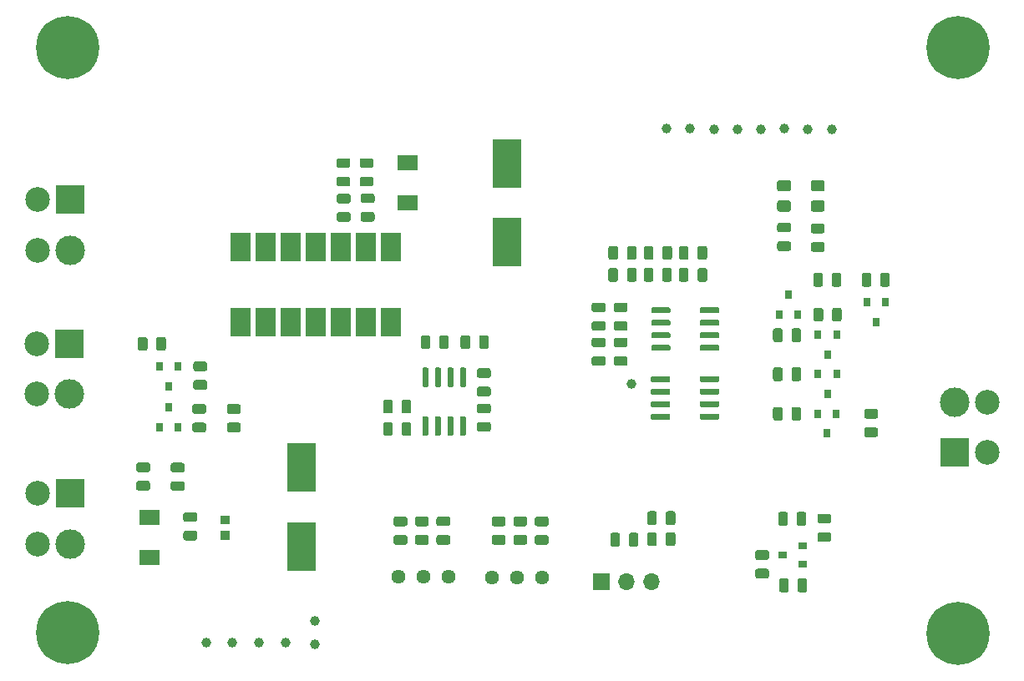
<source format=gbr>
G04 #@! TF.GenerationSoftware,KiCad,Pcbnew,(5.1.5)-3*
G04 #@! TF.CreationDate,2020-09-18T03:15:39-03:00*
G04 #@! TF.ProjectId,BSPD,42535044-2e6b-4696-9361-645f70636258,rev?*
G04 #@! TF.SameCoordinates,Original*
G04 #@! TF.FileFunction,Soldermask,Top*
G04 #@! TF.FilePolarity,Negative*
%FSLAX46Y46*%
G04 Gerber Fmt 4.6, Leading zero omitted, Abs format (unit mm)*
G04 Created by KiCad (PCBNEW (5.1.5)-3) date 2020-09-18 03:15:39*
%MOMM*%
%LPD*%
G04 APERTURE LIST*
%ADD10C,0.100000*%
%ADD11R,3.000000X5.000000*%
%ADD12R,2.000000X1.600000*%
%ADD13C,0.800000*%
%ADD14C,6.400000*%
%ADD15R,0.800000X0.900000*%
%ADD16C,1.440000*%
%ADD17R,1.700000X1.700000*%
%ADD18O,1.700000X1.700000*%
%ADD19C,1.000000*%
%ADD20R,0.900000X0.800000*%
%ADD21R,2.000000X3.000000*%
%ADD22R,3.000000X3.000000*%
%ADD23C,3.000000*%
%ADD24C,2.500000*%
G04 APERTURE END LIST*
D10*
G36*
X132578302Y-113319234D02*
G01*
X132601963Y-113322744D01*
X132625167Y-113328556D01*
X132647689Y-113336614D01*
X132669313Y-113346842D01*
X132689830Y-113359139D01*
X132709043Y-113373389D01*
X132726767Y-113389453D01*
X132742831Y-113407177D01*
X132757081Y-113426390D01*
X132769378Y-113446907D01*
X132779606Y-113468531D01*
X132787664Y-113491053D01*
X132793476Y-113514257D01*
X132796986Y-113537918D01*
X132798160Y-113561810D01*
X132798160Y-114474310D01*
X132796986Y-114498202D01*
X132793476Y-114521863D01*
X132787664Y-114545067D01*
X132779606Y-114567589D01*
X132769378Y-114589213D01*
X132757081Y-114609730D01*
X132742831Y-114628943D01*
X132726767Y-114646667D01*
X132709043Y-114662731D01*
X132689830Y-114676981D01*
X132669313Y-114689278D01*
X132647689Y-114699506D01*
X132625167Y-114707564D01*
X132601963Y-114713376D01*
X132578302Y-114716886D01*
X132554410Y-114718060D01*
X132066910Y-114718060D01*
X132043018Y-114716886D01*
X132019357Y-114713376D01*
X131996153Y-114707564D01*
X131973631Y-114699506D01*
X131952007Y-114689278D01*
X131931490Y-114676981D01*
X131912277Y-114662731D01*
X131894553Y-114646667D01*
X131878489Y-114628943D01*
X131864239Y-114609730D01*
X131851942Y-114589213D01*
X131841714Y-114567589D01*
X131833656Y-114545067D01*
X131827844Y-114521863D01*
X131824334Y-114498202D01*
X131823160Y-114474310D01*
X131823160Y-113561810D01*
X131824334Y-113537918D01*
X131827844Y-113514257D01*
X131833656Y-113491053D01*
X131841714Y-113468531D01*
X131851942Y-113446907D01*
X131864239Y-113426390D01*
X131878489Y-113407177D01*
X131894553Y-113389453D01*
X131912277Y-113373389D01*
X131931490Y-113359139D01*
X131952007Y-113346842D01*
X131973631Y-113336614D01*
X131996153Y-113328556D01*
X132019357Y-113322744D01*
X132043018Y-113319234D01*
X132066910Y-113318060D01*
X132554410Y-113318060D01*
X132578302Y-113319234D01*
G37*
G36*
X134453302Y-113319234D02*
G01*
X134476963Y-113322744D01*
X134500167Y-113328556D01*
X134522689Y-113336614D01*
X134544313Y-113346842D01*
X134564830Y-113359139D01*
X134584043Y-113373389D01*
X134601767Y-113389453D01*
X134617831Y-113407177D01*
X134632081Y-113426390D01*
X134644378Y-113446907D01*
X134654606Y-113468531D01*
X134662664Y-113491053D01*
X134668476Y-113514257D01*
X134671986Y-113537918D01*
X134673160Y-113561810D01*
X134673160Y-114474310D01*
X134671986Y-114498202D01*
X134668476Y-114521863D01*
X134662664Y-114545067D01*
X134654606Y-114567589D01*
X134644378Y-114589213D01*
X134632081Y-114609730D01*
X134617831Y-114628943D01*
X134601767Y-114646667D01*
X134584043Y-114662731D01*
X134564830Y-114676981D01*
X134544313Y-114689278D01*
X134522689Y-114699506D01*
X134500167Y-114707564D01*
X134476963Y-114713376D01*
X134453302Y-114716886D01*
X134429410Y-114718060D01*
X133941910Y-114718060D01*
X133918018Y-114716886D01*
X133894357Y-114713376D01*
X133871153Y-114707564D01*
X133848631Y-114699506D01*
X133827007Y-114689278D01*
X133806490Y-114676981D01*
X133787277Y-114662731D01*
X133769553Y-114646667D01*
X133753489Y-114628943D01*
X133739239Y-114609730D01*
X133726942Y-114589213D01*
X133716714Y-114567589D01*
X133708656Y-114545067D01*
X133702844Y-114521863D01*
X133699334Y-114498202D01*
X133698160Y-114474310D01*
X133698160Y-113561810D01*
X133699334Y-113537918D01*
X133702844Y-113514257D01*
X133708656Y-113491053D01*
X133716714Y-113468531D01*
X133726942Y-113446907D01*
X133739239Y-113426390D01*
X133753489Y-113407177D01*
X133769553Y-113389453D01*
X133787277Y-113373389D01*
X133806490Y-113359139D01*
X133827007Y-113346842D01*
X133848631Y-113336614D01*
X133871153Y-113328556D01*
X133894357Y-113322744D01*
X133918018Y-113319234D01*
X133941910Y-113318060D01*
X134429410Y-113318060D01*
X134453302Y-113319234D01*
G37*
D11*
X144399000Y-89344500D03*
X144399000Y-97344500D03*
D10*
G36*
X177020302Y-124887594D02*
G01*
X177043963Y-124891104D01*
X177067167Y-124896916D01*
X177089689Y-124904974D01*
X177111313Y-124915202D01*
X177131830Y-124927499D01*
X177151043Y-124941749D01*
X177168767Y-124957813D01*
X177184831Y-124975537D01*
X177199081Y-124994750D01*
X177211378Y-125015267D01*
X177221606Y-125036891D01*
X177229664Y-125059413D01*
X177235476Y-125082617D01*
X177238986Y-125106278D01*
X177240160Y-125130170D01*
X177240160Y-125617670D01*
X177238986Y-125641562D01*
X177235476Y-125665223D01*
X177229664Y-125688427D01*
X177221606Y-125710949D01*
X177211378Y-125732573D01*
X177199081Y-125753090D01*
X177184831Y-125772303D01*
X177168767Y-125790027D01*
X177151043Y-125806091D01*
X177131830Y-125820341D01*
X177111313Y-125832638D01*
X177089689Y-125842866D01*
X177067167Y-125850924D01*
X177043963Y-125856736D01*
X177020302Y-125860246D01*
X176996410Y-125861420D01*
X176083910Y-125861420D01*
X176060018Y-125860246D01*
X176036357Y-125856736D01*
X176013153Y-125850924D01*
X175990631Y-125842866D01*
X175969007Y-125832638D01*
X175948490Y-125820341D01*
X175929277Y-125806091D01*
X175911553Y-125790027D01*
X175895489Y-125772303D01*
X175881239Y-125753090D01*
X175868942Y-125732573D01*
X175858714Y-125710949D01*
X175850656Y-125688427D01*
X175844844Y-125665223D01*
X175841334Y-125641562D01*
X175840160Y-125617670D01*
X175840160Y-125130170D01*
X175841334Y-125106278D01*
X175844844Y-125082617D01*
X175850656Y-125059413D01*
X175858714Y-125036891D01*
X175868942Y-125015267D01*
X175881239Y-124994750D01*
X175895489Y-124975537D01*
X175911553Y-124957813D01*
X175929277Y-124941749D01*
X175948490Y-124927499D01*
X175969007Y-124915202D01*
X175990631Y-124904974D01*
X176013153Y-124896916D01*
X176036357Y-124891104D01*
X176060018Y-124887594D01*
X176083910Y-124886420D01*
X176996410Y-124886420D01*
X177020302Y-124887594D01*
G37*
G36*
X177020302Y-126762594D02*
G01*
X177043963Y-126766104D01*
X177067167Y-126771916D01*
X177089689Y-126779974D01*
X177111313Y-126790202D01*
X177131830Y-126802499D01*
X177151043Y-126816749D01*
X177168767Y-126832813D01*
X177184831Y-126850537D01*
X177199081Y-126869750D01*
X177211378Y-126890267D01*
X177221606Y-126911891D01*
X177229664Y-126934413D01*
X177235476Y-126957617D01*
X177238986Y-126981278D01*
X177240160Y-127005170D01*
X177240160Y-127492670D01*
X177238986Y-127516562D01*
X177235476Y-127540223D01*
X177229664Y-127563427D01*
X177221606Y-127585949D01*
X177211378Y-127607573D01*
X177199081Y-127628090D01*
X177184831Y-127647303D01*
X177168767Y-127665027D01*
X177151043Y-127681091D01*
X177131830Y-127695341D01*
X177111313Y-127707638D01*
X177089689Y-127717866D01*
X177067167Y-127725924D01*
X177043963Y-127731736D01*
X177020302Y-127735246D01*
X176996410Y-127736420D01*
X176083910Y-127736420D01*
X176060018Y-127735246D01*
X176036357Y-127731736D01*
X176013153Y-127725924D01*
X175990631Y-127717866D01*
X175969007Y-127707638D01*
X175948490Y-127695341D01*
X175929277Y-127681091D01*
X175911553Y-127665027D01*
X175895489Y-127647303D01*
X175881239Y-127628090D01*
X175868942Y-127607573D01*
X175858714Y-127585949D01*
X175850656Y-127563427D01*
X175844844Y-127540223D01*
X175841334Y-127516562D01*
X175840160Y-127492670D01*
X175840160Y-127005170D01*
X175841334Y-126981278D01*
X175844844Y-126957617D01*
X175850656Y-126934413D01*
X175858714Y-126911891D01*
X175868942Y-126890267D01*
X175881239Y-126869750D01*
X175895489Y-126850537D01*
X175911553Y-126832813D01*
X175929277Y-126816749D01*
X175948490Y-126802499D01*
X175969007Y-126790202D01*
X175990631Y-126779974D01*
X176013153Y-126771916D01*
X176036357Y-126766104D01*
X176060018Y-126762594D01*
X176083910Y-126761420D01*
X176996410Y-126761420D01*
X177020302Y-126762594D01*
G37*
G36*
X107972942Y-121558374D02*
G01*
X107996603Y-121561884D01*
X108019807Y-121567696D01*
X108042329Y-121575754D01*
X108063953Y-121585982D01*
X108084470Y-121598279D01*
X108103683Y-121612529D01*
X108121407Y-121628593D01*
X108137471Y-121646317D01*
X108151721Y-121665530D01*
X108164018Y-121686047D01*
X108174246Y-121707671D01*
X108182304Y-121730193D01*
X108188116Y-121753397D01*
X108191626Y-121777058D01*
X108192800Y-121800950D01*
X108192800Y-122288450D01*
X108191626Y-122312342D01*
X108188116Y-122336003D01*
X108182304Y-122359207D01*
X108174246Y-122381729D01*
X108164018Y-122403353D01*
X108151721Y-122423870D01*
X108137471Y-122443083D01*
X108121407Y-122460807D01*
X108103683Y-122476871D01*
X108084470Y-122491121D01*
X108063953Y-122503418D01*
X108042329Y-122513646D01*
X108019807Y-122521704D01*
X107996603Y-122527516D01*
X107972942Y-122531026D01*
X107949050Y-122532200D01*
X107036550Y-122532200D01*
X107012658Y-122531026D01*
X106988997Y-122527516D01*
X106965793Y-122521704D01*
X106943271Y-122513646D01*
X106921647Y-122503418D01*
X106901130Y-122491121D01*
X106881917Y-122476871D01*
X106864193Y-122460807D01*
X106848129Y-122443083D01*
X106833879Y-122423870D01*
X106821582Y-122403353D01*
X106811354Y-122381729D01*
X106803296Y-122359207D01*
X106797484Y-122336003D01*
X106793974Y-122312342D01*
X106792800Y-122288450D01*
X106792800Y-121800950D01*
X106793974Y-121777058D01*
X106797484Y-121753397D01*
X106803296Y-121730193D01*
X106811354Y-121707671D01*
X106821582Y-121686047D01*
X106833879Y-121665530D01*
X106848129Y-121646317D01*
X106864193Y-121628593D01*
X106881917Y-121612529D01*
X106901130Y-121598279D01*
X106921647Y-121585982D01*
X106943271Y-121575754D01*
X106965793Y-121567696D01*
X106988997Y-121561884D01*
X107012658Y-121558374D01*
X107036550Y-121557200D01*
X107949050Y-121557200D01*
X107972942Y-121558374D01*
G37*
G36*
X107972942Y-119683374D02*
G01*
X107996603Y-119686884D01*
X108019807Y-119692696D01*
X108042329Y-119700754D01*
X108063953Y-119710982D01*
X108084470Y-119723279D01*
X108103683Y-119737529D01*
X108121407Y-119753593D01*
X108137471Y-119771317D01*
X108151721Y-119790530D01*
X108164018Y-119811047D01*
X108174246Y-119832671D01*
X108182304Y-119855193D01*
X108188116Y-119878397D01*
X108191626Y-119902058D01*
X108192800Y-119925950D01*
X108192800Y-120413450D01*
X108191626Y-120437342D01*
X108188116Y-120461003D01*
X108182304Y-120484207D01*
X108174246Y-120506729D01*
X108164018Y-120528353D01*
X108151721Y-120548870D01*
X108137471Y-120568083D01*
X108121407Y-120585807D01*
X108103683Y-120601871D01*
X108084470Y-120616121D01*
X108063953Y-120628418D01*
X108042329Y-120638646D01*
X108019807Y-120646704D01*
X107996603Y-120652516D01*
X107972942Y-120656026D01*
X107949050Y-120657200D01*
X107036550Y-120657200D01*
X107012658Y-120656026D01*
X106988997Y-120652516D01*
X106965793Y-120646704D01*
X106943271Y-120638646D01*
X106921647Y-120628418D01*
X106901130Y-120616121D01*
X106881917Y-120601871D01*
X106864193Y-120585807D01*
X106848129Y-120568083D01*
X106833879Y-120548870D01*
X106821582Y-120528353D01*
X106811354Y-120506729D01*
X106803296Y-120484207D01*
X106797484Y-120461003D01*
X106793974Y-120437342D01*
X106792800Y-120413450D01*
X106792800Y-119925950D01*
X106793974Y-119902058D01*
X106797484Y-119878397D01*
X106803296Y-119855193D01*
X106811354Y-119832671D01*
X106821582Y-119811047D01*
X106833879Y-119790530D01*
X106848129Y-119771317D01*
X106864193Y-119753593D01*
X106881917Y-119737529D01*
X106901130Y-119723279D01*
X106921647Y-119710982D01*
X106943271Y-119700754D01*
X106965793Y-119692696D01*
X106988997Y-119686884D01*
X107012658Y-119683374D01*
X107036550Y-119682200D01*
X107949050Y-119682200D01*
X107972942Y-119683374D01*
G37*
G36*
X111478142Y-119711074D02*
G01*
X111501803Y-119714584D01*
X111525007Y-119720396D01*
X111547529Y-119728454D01*
X111569153Y-119738682D01*
X111589670Y-119750979D01*
X111608883Y-119765229D01*
X111626607Y-119781293D01*
X111642671Y-119799017D01*
X111656921Y-119818230D01*
X111669218Y-119838747D01*
X111679446Y-119860371D01*
X111687504Y-119882893D01*
X111693316Y-119906097D01*
X111696826Y-119929758D01*
X111698000Y-119953650D01*
X111698000Y-120441150D01*
X111696826Y-120465042D01*
X111693316Y-120488703D01*
X111687504Y-120511907D01*
X111679446Y-120534429D01*
X111669218Y-120556053D01*
X111656921Y-120576570D01*
X111642671Y-120595783D01*
X111626607Y-120613507D01*
X111608883Y-120629571D01*
X111589670Y-120643821D01*
X111569153Y-120656118D01*
X111547529Y-120666346D01*
X111525007Y-120674404D01*
X111501803Y-120680216D01*
X111478142Y-120683726D01*
X111454250Y-120684900D01*
X110541750Y-120684900D01*
X110517858Y-120683726D01*
X110494197Y-120680216D01*
X110470993Y-120674404D01*
X110448471Y-120666346D01*
X110426847Y-120656118D01*
X110406330Y-120643821D01*
X110387117Y-120629571D01*
X110369393Y-120613507D01*
X110353329Y-120595783D01*
X110339079Y-120576570D01*
X110326782Y-120556053D01*
X110316554Y-120534429D01*
X110308496Y-120511907D01*
X110302684Y-120488703D01*
X110299174Y-120465042D01*
X110298000Y-120441150D01*
X110298000Y-119953650D01*
X110299174Y-119929758D01*
X110302684Y-119906097D01*
X110308496Y-119882893D01*
X110316554Y-119860371D01*
X110326782Y-119838747D01*
X110339079Y-119818230D01*
X110353329Y-119799017D01*
X110369393Y-119781293D01*
X110387117Y-119765229D01*
X110406330Y-119750979D01*
X110426847Y-119738682D01*
X110448471Y-119728454D01*
X110470993Y-119720396D01*
X110494197Y-119714584D01*
X110517858Y-119711074D01*
X110541750Y-119709900D01*
X111454250Y-119709900D01*
X111478142Y-119711074D01*
G37*
G36*
X111478142Y-121586074D02*
G01*
X111501803Y-121589584D01*
X111525007Y-121595396D01*
X111547529Y-121603454D01*
X111569153Y-121613682D01*
X111589670Y-121625979D01*
X111608883Y-121640229D01*
X111626607Y-121656293D01*
X111642671Y-121674017D01*
X111656921Y-121693230D01*
X111669218Y-121713747D01*
X111679446Y-121735371D01*
X111687504Y-121757893D01*
X111693316Y-121781097D01*
X111696826Y-121804758D01*
X111698000Y-121828650D01*
X111698000Y-122316150D01*
X111696826Y-122340042D01*
X111693316Y-122363703D01*
X111687504Y-122386907D01*
X111679446Y-122409429D01*
X111669218Y-122431053D01*
X111656921Y-122451570D01*
X111642671Y-122470783D01*
X111626607Y-122488507D01*
X111608883Y-122504571D01*
X111589670Y-122518821D01*
X111569153Y-122531118D01*
X111547529Y-122541346D01*
X111525007Y-122549404D01*
X111501803Y-122555216D01*
X111478142Y-122558726D01*
X111454250Y-122559900D01*
X110541750Y-122559900D01*
X110517858Y-122558726D01*
X110494197Y-122555216D01*
X110470993Y-122549404D01*
X110448471Y-122541346D01*
X110426847Y-122531118D01*
X110406330Y-122518821D01*
X110387117Y-122504571D01*
X110369393Y-122488507D01*
X110353329Y-122470783D01*
X110339079Y-122451570D01*
X110326782Y-122431053D01*
X110316554Y-122409429D01*
X110308496Y-122386907D01*
X110302684Y-122363703D01*
X110299174Y-122340042D01*
X110298000Y-122316150D01*
X110298000Y-121828650D01*
X110299174Y-121804758D01*
X110302684Y-121781097D01*
X110308496Y-121757893D01*
X110316554Y-121735371D01*
X110326782Y-121713747D01*
X110339079Y-121693230D01*
X110353329Y-121674017D01*
X110369393Y-121656293D01*
X110387117Y-121640229D01*
X110406330Y-121625979D01*
X110426847Y-121613682D01*
X110448471Y-121603454D01*
X110470993Y-121595396D01*
X110494197Y-121589584D01*
X110517858Y-121586074D01*
X110541750Y-121584900D01*
X111454250Y-121584900D01*
X111478142Y-121586074D01*
G37*
D11*
X123545600Y-120206000D03*
X123545600Y-128206000D03*
D12*
X108153200Y-129286000D03*
X108153200Y-125222000D03*
D10*
G36*
X172940505Y-93088704D02*
G01*
X172964773Y-93092304D01*
X172988572Y-93098265D01*
X173011671Y-93106530D01*
X173033850Y-93117020D01*
X173054893Y-93129632D01*
X173074599Y-93144247D01*
X173092777Y-93160723D01*
X173109253Y-93178901D01*
X173123868Y-93198607D01*
X173136480Y-93219650D01*
X173146970Y-93241829D01*
X173155235Y-93264928D01*
X173161196Y-93288727D01*
X173164796Y-93312995D01*
X173166000Y-93337499D01*
X173166000Y-93987501D01*
X173164796Y-94012005D01*
X173161196Y-94036273D01*
X173155235Y-94060072D01*
X173146970Y-94083171D01*
X173136480Y-94105350D01*
X173123868Y-94126393D01*
X173109253Y-94146099D01*
X173092777Y-94164277D01*
X173074599Y-94180753D01*
X173054893Y-94195368D01*
X173033850Y-94207980D01*
X173011671Y-94218470D01*
X172988572Y-94226735D01*
X172964773Y-94232696D01*
X172940505Y-94236296D01*
X172916001Y-94237500D01*
X172015999Y-94237500D01*
X171991495Y-94236296D01*
X171967227Y-94232696D01*
X171943428Y-94226735D01*
X171920329Y-94218470D01*
X171898150Y-94207980D01*
X171877107Y-94195368D01*
X171857401Y-94180753D01*
X171839223Y-94164277D01*
X171822747Y-94146099D01*
X171808132Y-94126393D01*
X171795520Y-94105350D01*
X171785030Y-94083171D01*
X171776765Y-94060072D01*
X171770804Y-94036273D01*
X171767204Y-94012005D01*
X171766000Y-93987501D01*
X171766000Y-93337499D01*
X171767204Y-93312995D01*
X171770804Y-93288727D01*
X171776765Y-93264928D01*
X171785030Y-93241829D01*
X171795520Y-93219650D01*
X171808132Y-93198607D01*
X171822747Y-93178901D01*
X171839223Y-93160723D01*
X171857401Y-93144247D01*
X171877107Y-93129632D01*
X171898150Y-93117020D01*
X171920329Y-93106530D01*
X171943428Y-93098265D01*
X171967227Y-93092304D01*
X171991495Y-93088704D01*
X172015999Y-93087500D01*
X172916001Y-93087500D01*
X172940505Y-93088704D01*
G37*
G36*
X172940505Y-91038704D02*
G01*
X172964773Y-91042304D01*
X172988572Y-91048265D01*
X173011671Y-91056530D01*
X173033850Y-91067020D01*
X173054893Y-91079632D01*
X173074599Y-91094247D01*
X173092777Y-91110723D01*
X173109253Y-91128901D01*
X173123868Y-91148607D01*
X173136480Y-91169650D01*
X173146970Y-91191829D01*
X173155235Y-91214928D01*
X173161196Y-91238727D01*
X173164796Y-91262995D01*
X173166000Y-91287499D01*
X173166000Y-91937501D01*
X173164796Y-91962005D01*
X173161196Y-91986273D01*
X173155235Y-92010072D01*
X173146970Y-92033171D01*
X173136480Y-92055350D01*
X173123868Y-92076393D01*
X173109253Y-92096099D01*
X173092777Y-92114277D01*
X173074599Y-92130753D01*
X173054893Y-92145368D01*
X173033850Y-92157980D01*
X173011671Y-92168470D01*
X172988572Y-92176735D01*
X172964773Y-92182696D01*
X172940505Y-92186296D01*
X172916001Y-92187500D01*
X172015999Y-92187500D01*
X171991495Y-92186296D01*
X171967227Y-92182696D01*
X171943428Y-92176735D01*
X171920329Y-92168470D01*
X171898150Y-92157980D01*
X171877107Y-92145368D01*
X171857401Y-92130753D01*
X171839223Y-92114277D01*
X171822747Y-92096099D01*
X171808132Y-92076393D01*
X171795520Y-92055350D01*
X171785030Y-92033171D01*
X171776765Y-92010072D01*
X171770804Y-91986273D01*
X171767204Y-91962005D01*
X171766000Y-91937501D01*
X171766000Y-91287499D01*
X171767204Y-91262995D01*
X171770804Y-91238727D01*
X171776765Y-91214928D01*
X171785030Y-91191829D01*
X171795520Y-91169650D01*
X171808132Y-91148607D01*
X171822747Y-91128901D01*
X171839223Y-91110723D01*
X171857401Y-91094247D01*
X171877107Y-91079632D01*
X171898150Y-91067020D01*
X171920329Y-91056530D01*
X171943428Y-91048265D01*
X171967227Y-91042304D01*
X171991495Y-91038704D01*
X172015999Y-91037500D01*
X172916001Y-91037500D01*
X172940505Y-91038704D01*
G37*
G36*
X176369505Y-91038704D02*
G01*
X176393773Y-91042304D01*
X176417572Y-91048265D01*
X176440671Y-91056530D01*
X176462850Y-91067020D01*
X176483893Y-91079632D01*
X176503599Y-91094247D01*
X176521777Y-91110723D01*
X176538253Y-91128901D01*
X176552868Y-91148607D01*
X176565480Y-91169650D01*
X176575970Y-91191829D01*
X176584235Y-91214928D01*
X176590196Y-91238727D01*
X176593796Y-91262995D01*
X176595000Y-91287499D01*
X176595000Y-91937501D01*
X176593796Y-91962005D01*
X176590196Y-91986273D01*
X176584235Y-92010072D01*
X176575970Y-92033171D01*
X176565480Y-92055350D01*
X176552868Y-92076393D01*
X176538253Y-92096099D01*
X176521777Y-92114277D01*
X176503599Y-92130753D01*
X176483893Y-92145368D01*
X176462850Y-92157980D01*
X176440671Y-92168470D01*
X176417572Y-92176735D01*
X176393773Y-92182696D01*
X176369505Y-92186296D01*
X176345001Y-92187500D01*
X175444999Y-92187500D01*
X175420495Y-92186296D01*
X175396227Y-92182696D01*
X175372428Y-92176735D01*
X175349329Y-92168470D01*
X175327150Y-92157980D01*
X175306107Y-92145368D01*
X175286401Y-92130753D01*
X175268223Y-92114277D01*
X175251747Y-92096099D01*
X175237132Y-92076393D01*
X175224520Y-92055350D01*
X175214030Y-92033171D01*
X175205765Y-92010072D01*
X175199804Y-91986273D01*
X175196204Y-91962005D01*
X175195000Y-91937501D01*
X175195000Y-91287499D01*
X175196204Y-91262995D01*
X175199804Y-91238727D01*
X175205765Y-91214928D01*
X175214030Y-91191829D01*
X175224520Y-91169650D01*
X175237132Y-91148607D01*
X175251747Y-91128901D01*
X175268223Y-91110723D01*
X175286401Y-91094247D01*
X175306107Y-91079632D01*
X175327150Y-91067020D01*
X175349329Y-91056530D01*
X175372428Y-91048265D01*
X175396227Y-91042304D01*
X175420495Y-91038704D01*
X175444999Y-91037500D01*
X176345001Y-91037500D01*
X176369505Y-91038704D01*
G37*
G36*
X176369505Y-93088704D02*
G01*
X176393773Y-93092304D01*
X176417572Y-93098265D01*
X176440671Y-93106530D01*
X176462850Y-93117020D01*
X176483893Y-93129632D01*
X176503599Y-93144247D01*
X176521777Y-93160723D01*
X176538253Y-93178901D01*
X176552868Y-93198607D01*
X176565480Y-93219650D01*
X176575970Y-93241829D01*
X176584235Y-93264928D01*
X176590196Y-93288727D01*
X176593796Y-93312995D01*
X176595000Y-93337499D01*
X176595000Y-93987501D01*
X176593796Y-94012005D01*
X176590196Y-94036273D01*
X176584235Y-94060072D01*
X176575970Y-94083171D01*
X176565480Y-94105350D01*
X176552868Y-94126393D01*
X176538253Y-94146099D01*
X176521777Y-94164277D01*
X176503599Y-94180753D01*
X176483893Y-94195368D01*
X176462850Y-94207980D01*
X176440671Y-94218470D01*
X176417572Y-94226735D01*
X176393773Y-94232696D01*
X176369505Y-94236296D01*
X176345001Y-94237500D01*
X175444999Y-94237500D01*
X175420495Y-94236296D01*
X175396227Y-94232696D01*
X175372428Y-94226735D01*
X175349329Y-94218470D01*
X175327150Y-94207980D01*
X175306107Y-94195368D01*
X175286401Y-94180753D01*
X175268223Y-94164277D01*
X175251747Y-94146099D01*
X175237132Y-94126393D01*
X175224520Y-94105350D01*
X175214030Y-94083171D01*
X175205765Y-94060072D01*
X175199804Y-94036273D01*
X175196204Y-94012005D01*
X175195000Y-93987501D01*
X175195000Y-93337499D01*
X175196204Y-93312995D01*
X175199804Y-93288727D01*
X175205765Y-93264928D01*
X175214030Y-93241829D01*
X175224520Y-93219650D01*
X175237132Y-93198607D01*
X175251747Y-93178901D01*
X175268223Y-93160723D01*
X175286401Y-93144247D01*
X175306107Y-93129632D01*
X175327150Y-93117020D01*
X175349329Y-93106530D01*
X175372428Y-93098265D01*
X175396227Y-93092304D01*
X175420495Y-93088704D01*
X175444999Y-93087500D01*
X176345001Y-93087500D01*
X176369505Y-93088704D01*
G37*
G36*
X112748142Y-126615274D02*
G01*
X112771803Y-126618784D01*
X112795007Y-126624596D01*
X112817529Y-126632654D01*
X112839153Y-126642882D01*
X112859670Y-126655179D01*
X112878883Y-126669429D01*
X112896607Y-126685493D01*
X112912671Y-126703217D01*
X112926921Y-126722430D01*
X112939218Y-126742947D01*
X112949446Y-126764571D01*
X112957504Y-126787093D01*
X112963316Y-126810297D01*
X112966826Y-126833958D01*
X112968000Y-126857850D01*
X112968000Y-127345350D01*
X112966826Y-127369242D01*
X112963316Y-127392903D01*
X112957504Y-127416107D01*
X112949446Y-127438629D01*
X112939218Y-127460253D01*
X112926921Y-127480770D01*
X112912671Y-127499983D01*
X112896607Y-127517707D01*
X112878883Y-127533771D01*
X112859670Y-127548021D01*
X112839153Y-127560318D01*
X112817529Y-127570546D01*
X112795007Y-127578604D01*
X112771803Y-127584416D01*
X112748142Y-127587926D01*
X112724250Y-127589100D01*
X111811750Y-127589100D01*
X111787858Y-127587926D01*
X111764197Y-127584416D01*
X111740993Y-127578604D01*
X111718471Y-127570546D01*
X111696847Y-127560318D01*
X111676330Y-127548021D01*
X111657117Y-127533771D01*
X111639393Y-127517707D01*
X111623329Y-127499983D01*
X111609079Y-127480770D01*
X111596782Y-127460253D01*
X111586554Y-127438629D01*
X111578496Y-127416107D01*
X111572684Y-127392903D01*
X111569174Y-127369242D01*
X111568000Y-127345350D01*
X111568000Y-126857850D01*
X111569174Y-126833958D01*
X111572684Y-126810297D01*
X111578496Y-126787093D01*
X111586554Y-126764571D01*
X111596782Y-126742947D01*
X111609079Y-126722430D01*
X111623329Y-126703217D01*
X111639393Y-126685493D01*
X111657117Y-126669429D01*
X111676330Y-126655179D01*
X111696847Y-126642882D01*
X111718471Y-126632654D01*
X111740993Y-126624596D01*
X111764197Y-126618784D01*
X111787858Y-126615274D01*
X111811750Y-126614100D01*
X112724250Y-126614100D01*
X112748142Y-126615274D01*
G37*
G36*
X112748142Y-124740274D02*
G01*
X112771803Y-124743784D01*
X112795007Y-124749596D01*
X112817529Y-124757654D01*
X112839153Y-124767882D01*
X112859670Y-124780179D01*
X112878883Y-124794429D01*
X112896607Y-124810493D01*
X112912671Y-124828217D01*
X112926921Y-124847430D01*
X112939218Y-124867947D01*
X112949446Y-124889571D01*
X112957504Y-124912093D01*
X112963316Y-124935297D01*
X112966826Y-124958958D01*
X112968000Y-124982850D01*
X112968000Y-125470350D01*
X112966826Y-125494242D01*
X112963316Y-125517903D01*
X112957504Y-125541107D01*
X112949446Y-125563629D01*
X112939218Y-125585253D01*
X112926921Y-125605770D01*
X112912671Y-125624983D01*
X112896607Y-125642707D01*
X112878883Y-125658771D01*
X112859670Y-125673021D01*
X112839153Y-125685318D01*
X112817529Y-125695546D01*
X112795007Y-125703604D01*
X112771803Y-125709416D01*
X112748142Y-125712926D01*
X112724250Y-125714100D01*
X111811750Y-125714100D01*
X111787858Y-125712926D01*
X111764197Y-125709416D01*
X111740993Y-125703604D01*
X111718471Y-125695546D01*
X111696847Y-125685318D01*
X111676330Y-125673021D01*
X111657117Y-125658771D01*
X111639393Y-125642707D01*
X111623329Y-125624983D01*
X111609079Y-125605770D01*
X111596782Y-125585253D01*
X111586554Y-125563629D01*
X111578496Y-125541107D01*
X111572684Y-125517903D01*
X111569174Y-125494242D01*
X111568000Y-125470350D01*
X111568000Y-124982850D01*
X111569174Y-124958958D01*
X111572684Y-124935297D01*
X111578496Y-124912093D01*
X111586554Y-124889571D01*
X111596782Y-124867947D01*
X111609079Y-124847430D01*
X111623329Y-124828217D01*
X111639393Y-124810493D01*
X111657117Y-124794429D01*
X111676330Y-124780179D01*
X111696847Y-124767882D01*
X111718471Y-124757654D01*
X111740993Y-124749596D01*
X111764197Y-124743784D01*
X111787858Y-124740274D01*
X111811750Y-124739100D01*
X112724250Y-124739100D01*
X112748142Y-124740274D01*
G37*
G36*
X115298200Y-125063800D02*
G01*
X116248200Y-125063800D01*
X116248200Y-125938800D01*
X115298200Y-125938800D01*
X115298200Y-125063800D01*
G37*
G36*
X115298200Y-126638800D02*
G01*
X116248200Y-126638800D01*
X116248200Y-127513800D01*
X115298200Y-127513800D01*
X115298200Y-126638800D01*
G37*
D13*
X191790656Y-75925344D03*
X190093600Y-75222400D03*
X188396544Y-75925344D03*
X187693600Y-77622400D03*
X188396544Y-79319456D03*
X190093600Y-80022400D03*
X191790656Y-79319456D03*
X192493600Y-77622400D03*
D14*
X190093600Y-77622400D03*
X99822000Y-77571600D03*
D13*
X102222000Y-77571600D03*
X101519056Y-79268656D03*
X99822000Y-79971600D03*
X98124944Y-79268656D03*
X97422000Y-77571600D03*
X98124944Y-75874544D03*
X99822000Y-75171600D03*
X101519056Y-75874544D03*
X191790656Y-135310544D03*
X190093600Y-134607600D03*
X188396544Y-135310544D03*
X187693600Y-137007600D03*
X188396544Y-138704656D03*
X190093600Y-139407600D03*
X191790656Y-138704656D03*
X192493600Y-137007600D03*
D14*
X190093600Y-137007600D03*
X99872800Y-136956800D03*
D13*
X102272800Y-136956800D03*
X101569856Y-138653856D03*
X99872800Y-139356800D03*
X98175744Y-138653856D03*
X97472800Y-136956800D03*
X98175744Y-135259744D03*
X99872800Y-134556800D03*
X101569856Y-135259744D03*
D15*
X176857660Y-112712500D03*
X175907660Y-110712500D03*
X177807660Y-110712500D03*
X177807660Y-106750100D03*
X175907660Y-106750100D03*
X176857660Y-108750100D03*
X177772060Y-114744500D03*
X175872060Y-114744500D03*
X176822060Y-116744500D03*
X181803000Y-105441500D03*
X180853000Y-103441500D03*
X182753000Y-103441500D03*
X111018400Y-109931200D03*
X109118400Y-109931200D03*
X110068400Y-111931200D03*
D10*
G36*
X162573642Y-99951214D02*
G01*
X162597303Y-99954724D01*
X162620507Y-99960536D01*
X162643029Y-99968594D01*
X162664653Y-99978822D01*
X162685170Y-99991119D01*
X162704383Y-100005369D01*
X162722107Y-100021433D01*
X162738171Y-100039157D01*
X162752421Y-100058370D01*
X162764718Y-100078887D01*
X162774946Y-100100511D01*
X162783004Y-100123033D01*
X162788816Y-100146237D01*
X162792326Y-100169898D01*
X162793500Y-100193790D01*
X162793500Y-101106290D01*
X162792326Y-101130182D01*
X162788816Y-101153843D01*
X162783004Y-101177047D01*
X162774946Y-101199569D01*
X162764718Y-101221193D01*
X162752421Y-101241710D01*
X162738171Y-101260923D01*
X162722107Y-101278647D01*
X162704383Y-101294711D01*
X162685170Y-101308961D01*
X162664653Y-101321258D01*
X162643029Y-101331486D01*
X162620507Y-101339544D01*
X162597303Y-101345356D01*
X162573642Y-101348866D01*
X162549750Y-101350040D01*
X162062250Y-101350040D01*
X162038358Y-101348866D01*
X162014697Y-101345356D01*
X161991493Y-101339544D01*
X161968971Y-101331486D01*
X161947347Y-101321258D01*
X161926830Y-101308961D01*
X161907617Y-101294711D01*
X161889893Y-101278647D01*
X161873829Y-101260923D01*
X161859579Y-101241710D01*
X161847282Y-101221193D01*
X161837054Y-101199569D01*
X161828996Y-101177047D01*
X161823184Y-101153843D01*
X161819674Y-101130182D01*
X161818500Y-101106290D01*
X161818500Y-100193790D01*
X161819674Y-100169898D01*
X161823184Y-100146237D01*
X161828996Y-100123033D01*
X161837054Y-100100511D01*
X161847282Y-100078887D01*
X161859579Y-100058370D01*
X161873829Y-100039157D01*
X161889893Y-100021433D01*
X161907617Y-100005369D01*
X161926830Y-99991119D01*
X161947347Y-99978822D01*
X161968971Y-99968594D01*
X161991493Y-99960536D01*
X162014697Y-99954724D01*
X162038358Y-99951214D01*
X162062250Y-99950040D01*
X162549750Y-99950040D01*
X162573642Y-99951214D01*
G37*
G36*
X164448642Y-99951214D02*
G01*
X164472303Y-99954724D01*
X164495507Y-99960536D01*
X164518029Y-99968594D01*
X164539653Y-99978822D01*
X164560170Y-99991119D01*
X164579383Y-100005369D01*
X164597107Y-100021433D01*
X164613171Y-100039157D01*
X164627421Y-100058370D01*
X164639718Y-100078887D01*
X164649946Y-100100511D01*
X164658004Y-100123033D01*
X164663816Y-100146237D01*
X164667326Y-100169898D01*
X164668500Y-100193790D01*
X164668500Y-101106290D01*
X164667326Y-101130182D01*
X164663816Y-101153843D01*
X164658004Y-101177047D01*
X164649946Y-101199569D01*
X164639718Y-101221193D01*
X164627421Y-101241710D01*
X164613171Y-101260923D01*
X164597107Y-101278647D01*
X164579383Y-101294711D01*
X164560170Y-101308961D01*
X164539653Y-101321258D01*
X164518029Y-101331486D01*
X164495507Y-101339544D01*
X164472303Y-101345356D01*
X164448642Y-101348866D01*
X164424750Y-101350040D01*
X163937250Y-101350040D01*
X163913358Y-101348866D01*
X163889697Y-101345356D01*
X163866493Y-101339544D01*
X163843971Y-101331486D01*
X163822347Y-101321258D01*
X163801830Y-101308961D01*
X163782617Y-101294711D01*
X163764893Y-101278647D01*
X163748829Y-101260923D01*
X163734579Y-101241710D01*
X163722282Y-101221193D01*
X163712054Y-101199569D01*
X163703996Y-101177047D01*
X163698184Y-101153843D01*
X163694674Y-101130182D01*
X163693500Y-101106290D01*
X163693500Y-100193790D01*
X163694674Y-100169898D01*
X163698184Y-100146237D01*
X163703996Y-100123033D01*
X163712054Y-100100511D01*
X163722282Y-100078887D01*
X163734579Y-100058370D01*
X163748829Y-100039157D01*
X163764893Y-100021433D01*
X163782617Y-100005369D01*
X163801830Y-99991119D01*
X163822347Y-99978822D01*
X163843971Y-99968594D01*
X163866493Y-99960536D01*
X163889697Y-99954724D01*
X163913358Y-99951214D01*
X163937250Y-99950040D01*
X164424750Y-99950040D01*
X164448642Y-99951214D01*
G37*
G36*
X160869542Y-99951214D02*
G01*
X160893203Y-99954724D01*
X160916407Y-99960536D01*
X160938929Y-99968594D01*
X160960553Y-99978822D01*
X160981070Y-99991119D01*
X161000283Y-100005369D01*
X161018007Y-100021433D01*
X161034071Y-100039157D01*
X161048321Y-100058370D01*
X161060618Y-100078887D01*
X161070846Y-100100511D01*
X161078904Y-100123033D01*
X161084716Y-100146237D01*
X161088226Y-100169898D01*
X161089400Y-100193790D01*
X161089400Y-101106290D01*
X161088226Y-101130182D01*
X161084716Y-101153843D01*
X161078904Y-101177047D01*
X161070846Y-101199569D01*
X161060618Y-101221193D01*
X161048321Y-101241710D01*
X161034071Y-101260923D01*
X161018007Y-101278647D01*
X161000283Y-101294711D01*
X160981070Y-101308961D01*
X160960553Y-101321258D01*
X160938929Y-101331486D01*
X160916407Y-101339544D01*
X160893203Y-101345356D01*
X160869542Y-101348866D01*
X160845650Y-101350040D01*
X160358150Y-101350040D01*
X160334258Y-101348866D01*
X160310597Y-101345356D01*
X160287393Y-101339544D01*
X160264871Y-101331486D01*
X160243247Y-101321258D01*
X160222730Y-101308961D01*
X160203517Y-101294711D01*
X160185793Y-101278647D01*
X160169729Y-101260923D01*
X160155479Y-101241710D01*
X160143182Y-101221193D01*
X160132954Y-101199569D01*
X160124896Y-101177047D01*
X160119084Y-101153843D01*
X160115574Y-101130182D01*
X160114400Y-101106290D01*
X160114400Y-100193790D01*
X160115574Y-100169898D01*
X160119084Y-100146237D01*
X160124896Y-100123033D01*
X160132954Y-100100511D01*
X160143182Y-100078887D01*
X160155479Y-100058370D01*
X160169729Y-100039157D01*
X160185793Y-100021433D01*
X160203517Y-100005369D01*
X160222730Y-99991119D01*
X160243247Y-99978822D01*
X160264871Y-99968594D01*
X160287393Y-99960536D01*
X160310597Y-99954724D01*
X160334258Y-99951214D01*
X160358150Y-99950040D01*
X160845650Y-99950040D01*
X160869542Y-99951214D01*
G37*
G36*
X158994542Y-99951214D02*
G01*
X159018203Y-99954724D01*
X159041407Y-99960536D01*
X159063929Y-99968594D01*
X159085553Y-99978822D01*
X159106070Y-99991119D01*
X159125283Y-100005369D01*
X159143007Y-100021433D01*
X159159071Y-100039157D01*
X159173321Y-100058370D01*
X159185618Y-100078887D01*
X159195846Y-100100511D01*
X159203904Y-100123033D01*
X159209716Y-100146237D01*
X159213226Y-100169898D01*
X159214400Y-100193790D01*
X159214400Y-101106290D01*
X159213226Y-101130182D01*
X159209716Y-101153843D01*
X159203904Y-101177047D01*
X159195846Y-101199569D01*
X159185618Y-101221193D01*
X159173321Y-101241710D01*
X159159071Y-101260923D01*
X159143007Y-101278647D01*
X159125283Y-101294711D01*
X159106070Y-101308961D01*
X159085553Y-101321258D01*
X159063929Y-101331486D01*
X159041407Y-101339544D01*
X159018203Y-101345356D01*
X158994542Y-101348866D01*
X158970650Y-101350040D01*
X158483150Y-101350040D01*
X158459258Y-101348866D01*
X158435597Y-101345356D01*
X158412393Y-101339544D01*
X158389871Y-101331486D01*
X158368247Y-101321258D01*
X158347730Y-101308961D01*
X158328517Y-101294711D01*
X158310793Y-101278647D01*
X158294729Y-101260923D01*
X158280479Y-101241710D01*
X158268182Y-101221193D01*
X158257954Y-101199569D01*
X158249896Y-101177047D01*
X158244084Y-101153843D01*
X158240574Y-101130182D01*
X158239400Y-101106290D01*
X158239400Y-100193790D01*
X158240574Y-100169898D01*
X158244084Y-100146237D01*
X158249896Y-100123033D01*
X158257954Y-100100511D01*
X158268182Y-100078887D01*
X158280479Y-100058370D01*
X158294729Y-100039157D01*
X158310793Y-100021433D01*
X158328517Y-100005369D01*
X158347730Y-99991119D01*
X158368247Y-99978822D01*
X158389871Y-99968594D01*
X158412393Y-99960536D01*
X158435597Y-99954724D01*
X158459258Y-99951214D01*
X158483150Y-99950040D01*
X158970650Y-99950040D01*
X158994542Y-99951214D01*
G37*
G36*
X155415442Y-99951214D02*
G01*
X155439103Y-99954724D01*
X155462307Y-99960536D01*
X155484829Y-99968594D01*
X155506453Y-99978822D01*
X155526970Y-99991119D01*
X155546183Y-100005369D01*
X155563907Y-100021433D01*
X155579971Y-100039157D01*
X155594221Y-100058370D01*
X155606518Y-100078887D01*
X155616746Y-100100511D01*
X155624804Y-100123033D01*
X155630616Y-100146237D01*
X155634126Y-100169898D01*
X155635300Y-100193790D01*
X155635300Y-101106290D01*
X155634126Y-101130182D01*
X155630616Y-101153843D01*
X155624804Y-101177047D01*
X155616746Y-101199569D01*
X155606518Y-101221193D01*
X155594221Y-101241710D01*
X155579971Y-101260923D01*
X155563907Y-101278647D01*
X155546183Y-101294711D01*
X155526970Y-101308961D01*
X155506453Y-101321258D01*
X155484829Y-101331486D01*
X155462307Y-101339544D01*
X155439103Y-101345356D01*
X155415442Y-101348866D01*
X155391550Y-101350040D01*
X154904050Y-101350040D01*
X154880158Y-101348866D01*
X154856497Y-101345356D01*
X154833293Y-101339544D01*
X154810771Y-101331486D01*
X154789147Y-101321258D01*
X154768630Y-101308961D01*
X154749417Y-101294711D01*
X154731693Y-101278647D01*
X154715629Y-101260923D01*
X154701379Y-101241710D01*
X154689082Y-101221193D01*
X154678854Y-101199569D01*
X154670796Y-101177047D01*
X154664984Y-101153843D01*
X154661474Y-101130182D01*
X154660300Y-101106290D01*
X154660300Y-100193790D01*
X154661474Y-100169898D01*
X154664984Y-100146237D01*
X154670796Y-100123033D01*
X154678854Y-100100511D01*
X154689082Y-100078887D01*
X154701379Y-100058370D01*
X154715629Y-100039157D01*
X154731693Y-100021433D01*
X154749417Y-100005369D01*
X154768630Y-99991119D01*
X154789147Y-99978822D01*
X154810771Y-99968594D01*
X154833293Y-99960536D01*
X154856497Y-99954724D01*
X154880158Y-99951214D01*
X154904050Y-99950040D01*
X155391550Y-99950040D01*
X155415442Y-99951214D01*
G37*
G36*
X157290442Y-99951214D02*
G01*
X157314103Y-99954724D01*
X157337307Y-99960536D01*
X157359829Y-99968594D01*
X157381453Y-99978822D01*
X157401970Y-99991119D01*
X157421183Y-100005369D01*
X157438907Y-100021433D01*
X157454971Y-100039157D01*
X157469221Y-100058370D01*
X157481518Y-100078887D01*
X157491746Y-100100511D01*
X157499804Y-100123033D01*
X157505616Y-100146237D01*
X157509126Y-100169898D01*
X157510300Y-100193790D01*
X157510300Y-101106290D01*
X157509126Y-101130182D01*
X157505616Y-101153843D01*
X157499804Y-101177047D01*
X157491746Y-101199569D01*
X157481518Y-101221193D01*
X157469221Y-101241710D01*
X157454971Y-101260923D01*
X157438907Y-101278647D01*
X157421183Y-101294711D01*
X157401970Y-101308961D01*
X157381453Y-101321258D01*
X157359829Y-101331486D01*
X157337307Y-101339544D01*
X157314103Y-101345356D01*
X157290442Y-101348866D01*
X157266550Y-101350040D01*
X156779050Y-101350040D01*
X156755158Y-101348866D01*
X156731497Y-101345356D01*
X156708293Y-101339544D01*
X156685771Y-101331486D01*
X156664147Y-101321258D01*
X156643630Y-101308961D01*
X156624417Y-101294711D01*
X156606693Y-101278647D01*
X156590629Y-101260923D01*
X156576379Y-101241710D01*
X156564082Y-101221193D01*
X156553854Y-101199569D01*
X156545796Y-101177047D01*
X156539984Y-101153843D01*
X156536474Y-101130182D01*
X156535300Y-101106290D01*
X156535300Y-100193790D01*
X156536474Y-100169898D01*
X156539984Y-100146237D01*
X156545796Y-100123033D01*
X156553854Y-100100511D01*
X156564082Y-100078887D01*
X156576379Y-100058370D01*
X156590629Y-100039157D01*
X156606693Y-100021433D01*
X156624417Y-100005369D01*
X156643630Y-99991119D01*
X156664147Y-99978822D01*
X156685771Y-99968594D01*
X156708293Y-99960536D01*
X156731497Y-99954724D01*
X156755158Y-99951214D01*
X156779050Y-99950040D01*
X157266550Y-99950040D01*
X157290442Y-99951214D01*
G37*
G36*
X156385342Y-103465714D02*
G01*
X156409003Y-103469224D01*
X156432207Y-103475036D01*
X156454729Y-103483094D01*
X156476353Y-103493322D01*
X156496870Y-103505619D01*
X156516083Y-103519869D01*
X156533807Y-103535933D01*
X156549871Y-103553657D01*
X156564121Y-103572870D01*
X156576418Y-103593387D01*
X156586646Y-103615011D01*
X156594704Y-103637533D01*
X156600516Y-103660737D01*
X156604026Y-103684398D01*
X156605200Y-103708290D01*
X156605200Y-104195790D01*
X156604026Y-104219682D01*
X156600516Y-104243343D01*
X156594704Y-104266547D01*
X156586646Y-104289069D01*
X156576418Y-104310693D01*
X156564121Y-104331210D01*
X156549871Y-104350423D01*
X156533807Y-104368147D01*
X156516083Y-104384211D01*
X156496870Y-104398461D01*
X156476353Y-104410758D01*
X156454729Y-104420986D01*
X156432207Y-104429044D01*
X156409003Y-104434856D01*
X156385342Y-104438366D01*
X156361450Y-104439540D01*
X155448950Y-104439540D01*
X155425058Y-104438366D01*
X155401397Y-104434856D01*
X155378193Y-104429044D01*
X155355671Y-104420986D01*
X155334047Y-104410758D01*
X155313530Y-104398461D01*
X155294317Y-104384211D01*
X155276593Y-104368147D01*
X155260529Y-104350423D01*
X155246279Y-104331210D01*
X155233982Y-104310693D01*
X155223754Y-104289069D01*
X155215696Y-104266547D01*
X155209884Y-104243343D01*
X155206374Y-104219682D01*
X155205200Y-104195790D01*
X155205200Y-103708290D01*
X155206374Y-103684398D01*
X155209884Y-103660737D01*
X155215696Y-103637533D01*
X155223754Y-103615011D01*
X155233982Y-103593387D01*
X155246279Y-103572870D01*
X155260529Y-103553657D01*
X155276593Y-103535933D01*
X155294317Y-103519869D01*
X155313530Y-103505619D01*
X155334047Y-103493322D01*
X155355671Y-103483094D01*
X155378193Y-103475036D01*
X155401397Y-103469224D01*
X155425058Y-103465714D01*
X155448950Y-103464540D01*
X156361450Y-103464540D01*
X156385342Y-103465714D01*
G37*
G36*
X156385342Y-105340714D02*
G01*
X156409003Y-105344224D01*
X156432207Y-105350036D01*
X156454729Y-105358094D01*
X156476353Y-105368322D01*
X156496870Y-105380619D01*
X156516083Y-105394869D01*
X156533807Y-105410933D01*
X156549871Y-105428657D01*
X156564121Y-105447870D01*
X156576418Y-105468387D01*
X156586646Y-105490011D01*
X156594704Y-105512533D01*
X156600516Y-105535737D01*
X156604026Y-105559398D01*
X156605200Y-105583290D01*
X156605200Y-106070790D01*
X156604026Y-106094682D01*
X156600516Y-106118343D01*
X156594704Y-106141547D01*
X156586646Y-106164069D01*
X156576418Y-106185693D01*
X156564121Y-106206210D01*
X156549871Y-106225423D01*
X156533807Y-106243147D01*
X156516083Y-106259211D01*
X156496870Y-106273461D01*
X156476353Y-106285758D01*
X156454729Y-106295986D01*
X156432207Y-106304044D01*
X156409003Y-106309856D01*
X156385342Y-106313366D01*
X156361450Y-106314540D01*
X155448950Y-106314540D01*
X155425058Y-106313366D01*
X155401397Y-106309856D01*
X155378193Y-106304044D01*
X155355671Y-106295986D01*
X155334047Y-106285758D01*
X155313530Y-106273461D01*
X155294317Y-106259211D01*
X155276593Y-106243147D01*
X155260529Y-106225423D01*
X155246279Y-106206210D01*
X155233982Y-106185693D01*
X155223754Y-106164069D01*
X155215696Y-106141547D01*
X155209884Y-106118343D01*
X155206374Y-106094682D01*
X155205200Y-106070790D01*
X155205200Y-105583290D01*
X155206374Y-105559398D01*
X155209884Y-105535737D01*
X155215696Y-105512533D01*
X155223754Y-105490011D01*
X155233982Y-105468387D01*
X155246279Y-105447870D01*
X155260529Y-105428657D01*
X155276593Y-105410933D01*
X155294317Y-105394869D01*
X155313530Y-105380619D01*
X155334047Y-105368322D01*
X155355671Y-105358094D01*
X155378193Y-105350036D01*
X155401397Y-105344224D01*
X155425058Y-105340714D01*
X155448950Y-105339540D01*
X156361450Y-105339540D01*
X156385342Y-105340714D01*
G37*
G36*
X156385342Y-108896714D02*
G01*
X156409003Y-108900224D01*
X156432207Y-108906036D01*
X156454729Y-108914094D01*
X156476353Y-108924322D01*
X156496870Y-108936619D01*
X156516083Y-108950869D01*
X156533807Y-108966933D01*
X156549871Y-108984657D01*
X156564121Y-109003870D01*
X156576418Y-109024387D01*
X156586646Y-109046011D01*
X156594704Y-109068533D01*
X156600516Y-109091737D01*
X156604026Y-109115398D01*
X156605200Y-109139290D01*
X156605200Y-109626790D01*
X156604026Y-109650682D01*
X156600516Y-109674343D01*
X156594704Y-109697547D01*
X156586646Y-109720069D01*
X156576418Y-109741693D01*
X156564121Y-109762210D01*
X156549871Y-109781423D01*
X156533807Y-109799147D01*
X156516083Y-109815211D01*
X156496870Y-109829461D01*
X156476353Y-109841758D01*
X156454729Y-109851986D01*
X156432207Y-109860044D01*
X156409003Y-109865856D01*
X156385342Y-109869366D01*
X156361450Y-109870540D01*
X155448950Y-109870540D01*
X155425058Y-109869366D01*
X155401397Y-109865856D01*
X155378193Y-109860044D01*
X155355671Y-109851986D01*
X155334047Y-109841758D01*
X155313530Y-109829461D01*
X155294317Y-109815211D01*
X155276593Y-109799147D01*
X155260529Y-109781423D01*
X155246279Y-109762210D01*
X155233982Y-109741693D01*
X155223754Y-109720069D01*
X155215696Y-109697547D01*
X155209884Y-109674343D01*
X155206374Y-109650682D01*
X155205200Y-109626790D01*
X155205200Y-109139290D01*
X155206374Y-109115398D01*
X155209884Y-109091737D01*
X155215696Y-109068533D01*
X155223754Y-109046011D01*
X155233982Y-109024387D01*
X155246279Y-109003870D01*
X155260529Y-108984657D01*
X155276593Y-108966933D01*
X155294317Y-108950869D01*
X155313530Y-108936619D01*
X155334047Y-108924322D01*
X155355671Y-108914094D01*
X155378193Y-108906036D01*
X155401397Y-108900224D01*
X155425058Y-108896714D01*
X155448950Y-108895540D01*
X156361450Y-108895540D01*
X156385342Y-108896714D01*
G37*
G36*
X156385342Y-107021714D02*
G01*
X156409003Y-107025224D01*
X156432207Y-107031036D01*
X156454729Y-107039094D01*
X156476353Y-107049322D01*
X156496870Y-107061619D01*
X156516083Y-107075869D01*
X156533807Y-107091933D01*
X156549871Y-107109657D01*
X156564121Y-107128870D01*
X156576418Y-107149387D01*
X156586646Y-107171011D01*
X156594704Y-107193533D01*
X156600516Y-107216737D01*
X156604026Y-107240398D01*
X156605200Y-107264290D01*
X156605200Y-107751790D01*
X156604026Y-107775682D01*
X156600516Y-107799343D01*
X156594704Y-107822547D01*
X156586646Y-107845069D01*
X156576418Y-107866693D01*
X156564121Y-107887210D01*
X156549871Y-107906423D01*
X156533807Y-107924147D01*
X156516083Y-107940211D01*
X156496870Y-107954461D01*
X156476353Y-107966758D01*
X156454729Y-107976986D01*
X156432207Y-107985044D01*
X156409003Y-107990856D01*
X156385342Y-107994366D01*
X156361450Y-107995540D01*
X155448950Y-107995540D01*
X155425058Y-107994366D01*
X155401397Y-107990856D01*
X155378193Y-107985044D01*
X155355671Y-107976986D01*
X155334047Y-107966758D01*
X155313530Y-107954461D01*
X155294317Y-107940211D01*
X155276593Y-107924147D01*
X155260529Y-107906423D01*
X155246279Y-107887210D01*
X155233982Y-107866693D01*
X155223754Y-107845069D01*
X155215696Y-107822547D01*
X155209884Y-107799343D01*
X155206374Y-107775682D01*
X155205200Y-107751790D01*
X155205200Y-107264290D01*
X155206374Y-107240398D01*
X155209884Y-107216737D01*
X155215696Y-107193533D01*
X155223754Y-107171011D01*
X155233982Y-107149387D01*
X155246279Y-107128870D01*
X155260529Y-107109657D01*
X155276593Y-107091933D01*
X155294317Y-107075869D01*
X155313530Y-107061619D01*
X155334047Y-107049322D01*
X155355671Y-107039094D01*
X155378193Y-107031036D01*
X155401397Y-107025224D01*
X155425058Y-107021714D01*
X155448950Y-107020540D01*
X156361450Y-107020540D01*
X156385342Y-107021714D01*
G37*
G36*
X154150142Y-105345314D02*
G01*
X154173803Y-105348824D01*
X154197007Y-105354636D01*
X154219529Y-105362694D01*
X154241153Y-105372922D01*
X154261670Y-105385219D01*
X154280883Y-105399469D01*
X154298607Y-105415533D01*
X154314671Y-105433257D01*
X154328921Y-105452470D01*
X154341218Y-105472987D01*
X154351446Y-105494611D01*
X154359504Y-105517133D01*
X154365316Y-105540337D01*
X154368826Y-105563998D01*
X154370000Y-105587890D01*
X154370000Y-106075390D01*
X154368826Y-106099282D01*
X154365316Y-106122943D01*
X154359504Y-106146147D01*
X154351446Y-106168669D01*
X154341218Y-106190293D01*
X154328921Y-106210810D01*
X154314671Y-106230023D01*
X154298607Y-106247747D01*
X154280883Y-106263811D01*
X154261670Y-106278061D01*
X154241153Y-106290358D01*
X154219529Y-106300586D01*
X154197007Y-106308644D01*
X154173803Y-106314456D01*
X154150142Y-106317966D01*
X154126250Y-106319140D01*
X153213750Y-106319140D01*
X153189858Y-106317966D01*
X153166197Y-106314456D01*
X153142993Y-106308644D01*
X153120471Y-106300586D01*
X153098847Y-106290358D01*
X153078330Y-106278061D01*
X153059117Y-106263811D01*
X153041393Y-106247747D01*
X153025329Y-106230023D01*
X153011079Y-106210810D01*
X152998782Y-106190293D01*
X152988554Y-106168669D01*
X152980496Y-106146147D01*
X152974684Y-106122943D01*
X152971174Y-106099282D01*
X152970000Y-106075390D01*
X152970000Y-105587890D01*
X152971174Y-105563998D01*
X152974684Y-105540337D01*
X152980496Y-105517133D01*
X152988554Y-105494611D01*
X152998782Y-105472987D01*
X153011079Y-105452470D01*
X153025329Y-105433257D01*
X153041393Y-105415533D01*
X153059117Y-105399469D01*
X153078330Y-105385219D01*
X153098847Y-105372922D01*
X153120471Y-105362694D01*
X153142993Y-105354636D01*
X153166197Y-105348824D01*
X153189858Y-105345314D01*
X153213750Y-105344140D01*
X154126250Y-105344140D01*
X154150142Y-105345314D01*
G37*
G36*
X154150142Y-103470314D02*
G01*
X154173803Y-103473824D01*
X154197007Y-103479636D01*
X154219529Y-103487694D01*
X154241153Y-103497922D01*
X154261670Y-103510219D01*
X154280883Y-103524469D01*
X154298607Y-103540533D01*
X154314671Y-103558257D01*
X154328921Y-103577470D01*
X154341218Y-103597987D01*
X154351446Y-103619611D01*
X154359504Y-103642133D01*
X154365316Y-103665337D01*
X154368826Y-103688998D01*
X154370000Y-103712890D01*
X154370000Y-104200390D01*
X154368826Y-104224282D01*
X154365316Y-104247943D01*
X154359504Y-104271147D01*
X154351446Y-104293669D01*
X154341218Y-104315293D01*
X154328921Y-104335810D01*
X154314671Y-104355023D01*
X154298607Y-104372747D01*
X154280883Y-104388811D01*
X154261670Y-104403061D01*
X154241153Y-104415358D01*
X154219529Y-104425586D01*
X154197007Y-104433644D01*
X154173803Y-104439456D01*
X154150142Y-104442966D01*
X154126250Y-104444140D01*
X153213750Y-104444140D01*
X153189858Y-104442966D01*
X153166197Y-104439456D01*
X153142993Y-104433644D01*
X153120471Y-104425586D01*
X153098847Y-104415358D01*
X153078330Y-104403061D01*
X153059117Y-104388811D01*
X153041393Y-104372747D01*
X153025329Y-104355023D01*
X153011079Y-104335810D01*
X152998782Y-104315293D01*
X152988554Y-104293669D01*
X152980496Y-104271147D01*
X152974684Y-104247943D01*
X152971174Y-104224282D01*
X152970000Y-104200390D01*
X152970000Y-103712890D01*
X152971174Y-103688998D01*
X152974684Y-103665337D01*
X152980496Y-103642133D01*
X152988554Y-103619611D01*
X152998782Y-103597987D01*
X153011079Y-103577470D01*
X153025329Y-103558257D01*
X153041393Y-103540533D01*
X153059117Y-103524469D01*
X153078330Y-103510219D01*
X153098847Y-103497922D01*
X153120471Y-103487694D01*
X153142993Y-103479636D01*
X153166197Y-103473824D01*
X153189858Y-103470314D01*
X153213750Y-103469140D01*
X154126250Y-103469140D01*
X154150142Y-103470314D01*
G37*
G36*
X154150142Y-107021714D02*
G01*
X154173803Y-107025224D01*
X154197007Y-107031036D01*
X154219529Y-107039094D01*
X154241153Y-107049322D01*
X154261670Y-107061619D01*
X154280883Y-107075869D01*
X154298607Y-107091933D01*
X154314671Y-107109657D01*
X154328921Y-107128870D01*
X154341218Y-107149387D01*
X154351446Y-107171011D01*
X154359504Y-107193533D01*
X154365316Y-107216737D01*
X154368826Y-107240398D01*
X154370000Y-107264290D01*
X154370000Y-107751790D01*
X154368826Y-107775682D01*
X154365316Y-107799343D01*
X154359504Y-107822547D01*
X154351446Y-107845069D01*
X154341218Y-107866693D01*
X154328921Y-107887210D01*
X154314671Y-107906423D01*
X154298607Y-107924147D01*
X154280883Y-107940211D01*
X154261670Y-107954461D01*
X154241153Y-107966758D01*
X154219529Y-107976986D01*
X154197007Y-107985044D01*
X154173803Y-107990856D01*
X154150142Y-107994366D01*
X154126250Y-107995540D01*
X153213750Y-107995540D01*
X153189858Y-107994366D01*
X153166197Y-107990856D01*
X153142993Y-107985044D01*
X153120471Y-107976986D01*
X153098847Y-107966758D01*
X153078330Y-107954461D01*
X153059117Y-107940211D01*
X153041393Y-107924147D01*
X153025329Y-107906423D01*
X153011079Y-107887210D01*
X152998782Y-107866693D01*
X152988554Y-107845069D01*
X152980496Y-107822547D01*
X152974684Y-107799343D01*
X152971174Y-107775682D01*
X152970000Y-107751790D01*
X152970000Y-107264290D01*
X152971174Y-107240398D01*
X152974684Y-107216737D01*
X152980496Y-107193533D01*
X152988554Y-107171011D01*
X152998782Y-107149387D01*
X153011079Y-107128870D01*
X153025329Y-107109657D01*
X153041393Y-107091933D01*
X153059117Y-107075869D01*
X153078330Y-107061619D01*
X153098847Y-107049322D01*
X153120471Y-107039094D01*
X153142993Y-107031036D01*
X153166197Y-107025224D01*
X153189858Y-107021714D01*
X153213750Y-107020540D01*
X154126250Y-107020540D01*
X154150142Y-107021714D01*
G37*
G36*
X154150142Y-108896714D02*
G01*
X154173803Y-108900224D01*
X154197007Y-108906036D01*
X154219529Y-108914094D01*
X154241153Y-108924322D01*
X154261670Y-108936619D01*
X154280883Y-108950869D01*
X154298607Y-108966933D01*
X154314671Y-108984657D01*
X154328921Y-109003870D01*
X154341218Y-109024387D01*
X154351446Y-109046011D01*
X154359504Y-109068533D01*
X154365316Y-109091737D01*
X154368826Y-109115398D01*
X154370000Y-109139290D01*
X154370000Y-109626790D01*
X154368826Y-109650682D01*
X154365316Y-109674343D01*
X154359504Y-109697547D01*
X154351446Y-109720069D01*
X154341218Y-109741693D01*
X154328921Y-109762210D01*
X154314671Y-109781423D01*
X154298607Y-109799147D01*
X154280883Y-109815211D01*
X154261670Y-109829461D01*
X154241153Y-109841758D01*
X154219529Y-109851986D01*
X154197007Y-109860044D01*
X154173803Y-109865856D01*
X154150142Y-109869366D01*
X154126250Y-109870540D01*
X153213750Y-109870540D01*
X153189858Y-109869366D01*
X153166197Y-109865856D01*
X153142993Y-109860044D01*
X153120471Y-109851986D01*
X153098847Y-109841758D01*
X153078330Y-109829461D01*
X153059117Y-109815211D01*
X153041393Y-109799147D01*
X153025329Y-109781423D01*
X153011079Y-109762210D01*
X152998782Y-109741693D01*
X152988554Y-109720069D01*
X152980496Y-109697547D01*
X152974684Y-109674343D01*
X152971174Y-109650682D01*
X152970000Y-109626790D01*
X152970000Y-109139290D01*
X152971174Y-109115398D01*
X152974684Y-109091737D01*
X152980496Y-109068533D01*
X152988554Y-109046011D01*
X152998782Y-109024387D01*
X153011079Y-109003870D01*
X153025329Y-108984657D01*
X153041393Y-108966933D01*
X153059117Y-108950869D01*
X153078330Y-108936619D01*
X153098847Y-108924322D01*
X153120471Y-108914094D01*
X153142993Y-108906036D01*
X153166197Y-108900224D01*
X153189858Y-108896714D01*
X153213750Y-108895540D01*
X154126250Y-108895540D01*
X154150142Y-108896714D01*
G37*
G36*
X157285842Y-97716014D02*
G01*
X157309503Y-97719524D01*
X157332707Y-97725336D01*
X157355229Y-97733394D01*
X157376853Y-97743622D01*
X157397370Y-97755919D01*
X157416583Y-97770169D01*
X157434307Y-97786233D01*
X157450371Y-97803957D01*
X157464621Y-97823170D01*
X157476918Y-97843687D01*
X157487146Y-97865311D01*
X157495204Y-97887833D01*
X157501016Y-97911037D01*
X157504526Y-97934698D01*
X157505700Y-97958590D01*
X157505700Y-98871090D01*
X157504526Y-98894982D01*
X157501016Y-98918643D01*
X157495204Y-98941847D01*
X157487146Y-98964369D01*
X157476918Y-98985993D01*
X157464621Y-99006510D01*
X157450371Y-99025723D01*
X157434307Y-99043447D01*
X157416583Y-99059511D01*
X157397370Y-99073761D01*
X157376853Y-99086058D01*
X157355229Y-99096286D01*
X157332707Y-99104344D01*
X157309503Y-99110156D01*
X157285842Y-99113666D01*
X157261950Y-99114840D01*
X156774450Y-99114840D01*
X156750558Y-99113666D01*
X156726897Y-99110156D01*
X156703693Y-99104344D01*
X156681171Y-99096286D01*
X156659547Y-99086058D01*
X156639030Y-99073761D01*
X156619817Y-99059511D01*
X156602093Y-99043447D01*
X156586029Y-99025723D01*
X156571779Y-99006510D01*
X156559482Y-98985993D01*
X156549254Y-98964369D01*
X156541196Y-98941847D01*
X156535384Y-98918643D01*
X156531874Y-98894982D01*
X156530700Y-98871090D01*
X156530700Y-97958590D01*
X156531874Y-97934698D01*
X156535384Y-97911037D01*
X156541196Y-97887833D01*
X156549254Y-97865311D01*
X156559482Y-97843687D01*
X156571779Y-97823170D01*
X156586029Y-97803957D01*
X156602093Y-97786233D01*
X156619817Y-97770169D01*
X156639030Y-97755919D01*
X156659547Y-97743622D01*
X156681171Y-97733394D01*
X156703693Y-97725336D01*
X156726897Y-97719524D01*
X156750558Y-97716014D01*
X156774450Y-97714840D01*
X157261950Y-97714840D01*
X157285842Y-97716014D01*
G37*
G36*
X155410842Y-97716014D02*
G01*
X155434503Y-97719524D01*
X155457707Y-97725336D01*
X155480229Y-97733394D01*
X155501853Y-97743622D01*
X155522370Y-97755919D01*
X155541583Y-97770169D01*
X155559307Y-97786233D01*
X155575371Y-97803957D01*
X155589621Y-97823170D01*
X155601918Y-97843687D01*
X155612146Y-97865311D01*
X155620204Y-97887833D01*
X155626016Y-97911037D01*
X155629526Y-97934698D01*
X155630700Y-97958590D01*
X155630700Y-98871090D01*
X155629526Y-98894982D01*
X155626016Y-98918643D01*
X155620204Y-98941847D01*
X155612146Y-98964369D01*
X155601918Y-98985993D01*
X155589621Y-99006510D01*
X155575371Y-99025723D01*
X155559307Y-99043447D01*
X155541583Y-99059511D01*
X155522370Y-99073761D01*
X155501853Y-99086058D01*
X155480229Y-99096286D01*
X155457707Y-99104344D01*
X155434503Y-99110156D01*
X155410842Y-99113666D01*
X155386950Y-99114840D01*
X154899450Y-99114840D01*
X154875558Y-99113666D01*
X154851897Y-99110156D01*
X154828693Y-99104344D01*
X154806171Y-99096286D01*
X154784547Y-99086058D01*
X154764030Y-99073761D01*
X154744817Y-99059511D01*
X154727093Y-99043447D01*
X154711029Y-99025723D01*
X154696779Y-99006510D01*
X154684482Y-98985993D01*
X154674254Y-98964369D01*
X154666196Y-98941847D01*
X154660384Y-98918643D01*
X154656874Y-98894982D01*
X154655700Y-98871090D01*
X154655700Y-97958590D01*
X154656874Y-97934698D01*
X154660384Y-97911037D01*
X154666196Y-97887833D01*
X154674254Y-97865311D01*
X154684482Y-97843687D01*
X154696779Y-97823170D01*
X154711029Y-97803957D01*
X154727093Y-97786233D01*
X154744817Y-97770169D01*
X154764030Y-97755919D01*
X154784547Y-97743622D01*
X154806171Y-97733394D01*
X154828693Y-97725336D01*
X154851897Y-97719524D01*
X154875558Y-97716014D01*
X154899450Y-97714840D01*
X155386950Y-97714840D01*
X155410842Y-97716014D01*
G37*
G36*
X159017642Y-97716014D02*
G01*
X159041303Y-97719524D01*
X159064507Y-97725336D01*
X159087029Y-97733394D01*
X159108653Y-97743622D01*
X159129170Y-97755919D01*
X159148383Y-97770169D01*
X159166107Y-97786233D01*
X159182171Y-97803957D01*
X159196421Y-97823170D01*
X159208718Y-97843687D01*
X159218946Y-97865311D01*
X159227004Y-97887833D01*
X159232816Y-97911037D01*
X159236326Y-97934698D01*
X159237500Y-97958590D01*
X159237500Y-98871090D01*
X159236326Y-98894982D01*
X159232816Y-98918643D01*
X159227004Y-98941847D01*
X159218946Y-98964369D01*
X159208718Y-98985993D01*
X159196421Y-99006510D01*
X159182171Y-99025723D01*
X159166107Y-99043447D01*
X159148383Y-99059511D01*
X159129170Y-99073761D01*
X159108653Y-99086058D01*
X159087029Y-99096286D01*
X159064507Y-99104344D01*
X159041303Y-99110156D01*
X159017642Y-99113666D01*
X158993750Y-99114840D01*
X158506250Y-99114840D01*
X158482358Y-99113666D01*
X158458697Y-99110156D01*
X158435493Y-99104344D01*
X158412971Y-99096286D01*
X158391347Y-99086058D01*
X158370830Y-99073761D01*
X158351617Y-99059511D01*
X158333893Y-99043447D01*
X158317829Y-99025723D01*
X158303579Y-99006510D01*
X158291282Y-98985993D01*
X158281054Y-98964369D01*
X158272996Y-98941847D01*
X158267184Y-98918643D01*
X158263674Y-98894982D01*
X158262500Y-98871090D01*
X158262500Y-97958590D01*
X158263674Y-97934698D01*
X158267184Y-97911037D01*
X158272996Y-97887833D01*
X158281054Y-97865311D01*
X158291282Y-97843687D01*
X158303579Y-97823170D01*
X158317829Y-97803957D01*
X158333893Y-97786233D01*
X158351617Y-97770169D01*
X158370830Y-97755919D01*
X158391347Y-97743622D01*
X158412971Y-97733394D01*
X158435493Y-97725336D01*
X158458697Y-97719524D01*
X158482358Y-97716014D01*
X158506250Y-97714840D01*
X158993750Y-97714840D01*
X159017642Y-97716014D01*
G37*
G36*
X160892642Y-97716014D02*
G01*
X160916303Y-97719524D01*
X160939507Y-97725336D01*
X160962029Y-97733394D01*
X160983653Y-97743622D01*
X161004170Y-97755919D01*
X161023383Y-97770169D01*
X161041107Y-97786233D01*
X161057171Y-97803957D01*
X161071421Y-97823170D01*
X161083718Y-97843687D01*
X161093946Y-97865311D01*
X161102004Y-97887833D01*
X161107816Y-97911037D01*
X161111326Y-97934698D01*
X161112500Y-97958590D01*
X161112500Y-98871090D01*
X161111326Y-98894982D01*
X161107816Y-98918643D01*
X161102004Y-98941847D01*
X161093946Y-98964369D01*
X161083718Y-98985993D01*
X161071421Y-99006510D01*
X161057171Y-99025723D01*
X161041107Y-99043447D01*
X161023383Y-99059511D01*
X161004170Y-99073761D01*
X160983653Y-99086058D01*
X160962029Y-99096286D01*
X160939507Y-99104344D01*
X160916303Y-99110156D01*
X160892642Y-99113666D01*
X160868750Y-99114840D01*
X160381250Y-99114840D01*
X160357358Y-99113666D01*
X160333697Y-99110156D01*
X160310493Y-99104344D01*
X160287971Y-99096286D01*
X160266347Y-99086058D01*
X160245830Y-99073761D01*
X160226617Y-99059511D01*
X160208893Y-99043447D01*
X160192829Y-99025723D01*
X160178579Y-99006510D01*
X160166282Y-98985993D01*
X160156054Y-98964369D01*
X160147996Y-98941847D01*
X160142184Y-98918643D01*
X160138674Y-98894982D01*
X160137500Y-98871090D01*
X160137500Y-97958590D01*
X160138674Y-97934698D01*
X160142184Y-97911037D01*
X160147996Y-97887833D01*
X160156054Y-97865311D01*
X160166282Y-97843687D01*
X160178579Y-97823170D01*
X160192829Y-97803957D01*
X160208893Y-97786233D01*
X160226617Y-97770169D01*
X160245830Y-97755919D01*
X160266347Y-97743622D01*
X160287971Y-97733394D01*
X160310493Y-97725336D01*
X160333697Y-97719524D01*
X160357358Y-97716014D01*
X160381250Y-97714840D01*
X160868750Y-97714840D01*
X160892642Y-97716014D01*
G37*
G36*
X164448642Y-97716014D02*
G01*
X164472303Y-97719524D01*
X164495507Y-97725336D01*
X164518029Y-97733394D01*
X164539653Y-97743622D01*
X164560170Y-97755919D01*
X164579383Y-97770169D01*
X164597107Y-97786233D01*
X164613171Y-97803957D01*
X164627421Y-97823170D01*
X164639718Y-97843687D01*
X164649946Y-97865311D01*
X164658004Y-97887833D01*
X164663816Y-97911037D01*
X164667326Y-97934698D01*
X164668500Y-97958590D01*
X164668500Y-98871090D01*
X164667326Y-98894982D01*
X164663816Y-98918643D01*
X164658004Y-98941847D01*
X164649946Y-98964369D01*
X164639718Y-98985993D01*
X164627421Y-99006510D01*
X164613171Y-99025723D01*
X164597107Y-99043447D01*
X164579383Y-99059511D01*
X164560170Y-99073761D01*
X164539653Y-99086058D01*
X164518029Y-99096286D01*
X164495507Y-99104344D01*
X164472303Y-99110156D01*
X164448642Y-99113666D01*
X164424750Y-99114840D01*
X163937250Y-99114840D01*
X163913358Y-99113666D01*
X163889697Y-99110156D01*
X163866493Y-99104344D01*
X163843971Y-99096286D01*
X163822347Y-99086058D01*
X163801830Y-99073761D01*
X163782617Y-99059511D01*
X163764893Y-99043447D01*
X163748829Y-99025723D01*
X163734579Y-99006510D01*
X163722282Y-98985993D01*
X163712054Y-98964369D01*
X163703996Y-98941847D01*
X163698184Y-98918643D01*
X163694674Y-98894982D01*
X163693500Y-98871090D01*
X163693500Y-97958590D01*
X163694674Y-97934698D01*
X163698184Y-97911037D01*
X163703996Y-97887833D01*
X163712054Y-97865311D01*
X163722282Y-97843687D01*
X163734579Y-97823170D01*
X163748829Y-97803957D01*
X163764893Y-97786233D01*
X163782617Y-97770169D01*
X163801830Y-97755919D01*
X163822347Y-97743622D01*
X163843971Y-97733394D01*
X163866493Y-97725336D01*
X163889697Y-97719524D01*
X163913358Y-97716014D01*
X163937250Y-97714840D01*
X164424750Y-97714840D01*
X164448642Y-97716014D01*
G37*
G36*
X162573642Y-97716014D02*
G01*
X162597303Y-97719524D01*
X162620507Y-97725336D01*
X162643029Y-97733394D01*
X162664653Y-97743622D01*
X162685170Y-97755919D01*
X162704383Y-97770169D01*
X162722107Y-97786233D01*
X162738171Y-97803957D01*
X162752421Y-97823170D01*
X162764718Y-97843687D01*
X162774946Y-97865311D01*
X162783004Y-97887833D01*
X162788816Y-97911037D01*
X162792326Y-97934698D01*
X162793500Y-97958590D01*
X162793500Y-98871090D01*
X162792326Y-98894982D01*
X162788816Y-98918643D01*
X162783004Y-98941847D01*
X162774946Y-98964369D01*
X162764718Y-98985993D01*
X162752421Y-99006510D01*
X162738171Y-99025723D01*
X162722107Y-99043447D01*
X162704383Y-99059511D01*
X162685170Y-99073761D01*
X162664653Y-99086058D01*
X162643029Y-99096286D01*
X162620507Y-99104344D01*
X162597303Y-99110156D01*
X162573642Y-99113666D01*
X162549750Y-99114840D01*
X162062250Y-99114840D01*
X162038358Y-99113666D01*
X162014697Y-99110156D01*
X161991493Y-99104344D01*
X161968971Y-99096286D01*
X161947347Y-99086058D01*
X161926830Y-99073761D01*
X161907617Y-99059511D01*
X161889893Y-99043447D01*
X161873829Y-99025723D01*
X161859579Y-99006510D01*
X161847282Y-98985993D01*
X161837054Y-98964369D01*
X161828996Y-98941847D01*
X161823184Y-98918643D01*
X161819674Y-98894982D01*
X161818500Y-98871090D01*
X161818500Y-97958590D01*
X161819674Y-97934698D01*
X161823184Y-97911037D01*
X161828996Y-97887833D01*
X161837054Y-97865311D01*
X161847282Y-97843687D01*
X161859579Y-97823170D01*
X161873829Y-97803957D01*
X161889893Y-97786233D01*
X161907617Y-97770169D01*
X161926830Y-97755919D01*
X161947347Y-97743622D01*
X161968971Y-97733394D01*
X161991493Y-97725336D01*
X162014697Y-97719524D01*
X162038358Y-97716014D01*
X162062250Y-97714840D01*
X162549750Y-97714840D01*
X162573642Y-97716014D01*
G37*
G36*
X181772642Y-116133174D02*
G01*
X181796303Y-116136684D01*
X181819507Y-116142496D01*
X181842029Y-116150554D01*
X181863653Y-116160782D01*
X181884170Y-116173079D01*
X181903383Y-116187329D01*
X181921107Y-116203393D01*
X181937171Y-116221117D01*
X181951421Y-116240330D01*
X181963718Y-116260847D01*
X181973946Y-116282471D01*
X181982004Y-116304993D01*
X181987816Y-116328197D01*
X181991326Y-116351858D01*
X181992500Y-116375750D01*
X181992500Y-116863250D01*
X181991326Y-116887142D01*
X181987816Y-116910803D01*
X181982004Y-116934007D01*
X181973946Y-116956529D01*
X181963718Y-116978153D01*
X181951421Y-116998670D01*
X181937171Y-117017883D01*
X181921107Y-117035607D01*
X181903383Y-117051671D01*
X181884170Y-117065921D01*
X181863653Y-117078218D01*
X181842029Y-117088446D01*
X181819507Y-117096504D01*
X181796303Y-117102316D01*
X181772642Y-117105826D01*
X181748750Y-117107000D01*
X180836250Y-117107000D01*
X180812358Y-117105826D01*
X180788697Y-117102316D01*
X180765493Y-117096504D01*
X180742971Y-117088446D01*
X180721347Y-117078218D01*
X180700830Y-117065921D01*
X180681617Y-117051671D01*
X180663893Y-117035607D01*
X180647829Y-117017883D01*
X180633579Y-116998670D01*
X180621282Y-116978153D01*
X180611054Y-116956529D01*
X180602996Y-116934007D01*
X180597184Y-116910803D01*
X180593674Y-116887142D01*
X180592500Y-116863250D01*
X180592500Y-116375750D01*
X180593674Y-116351858D01*
X180597184Y-116328197D01*
X180602996Y-116304993D01*
X180611054Y-116282471D01*
X180621282Y-116260847D01*
X180633579Y-116240330D01*
X180647829Y-116221117D01*
X180663893Y-116203393D01*
X180681617Y-116187329D01*
X180700830Y-116173079D01*
X180721347Y-116160782D01*
X180742971Y-116150554D01*
X180765493Y-116142496D01*
X180788697Y-116136684D01*
X180812358Y-116133174D01*
X180836250Y-116132000D01*
X181748750Y-116132000D01*
X181772642Y-116133174D01*
G37*
G36*
X181772642Y-114258174D02*
G01*
X181796303Y-114261684D01*
X181819507Y-114267496D01*
X181842029Y-114275554D01*
X181863653Y-114285782D01*
X181884170Y-114298079D01*
X181903383Y-114312329D01*
X181921107Y-114328393D01*
X181937171Y-114346117D01*
X181951421Y-114365330D01*
X181963718Y-114385847D01*
X181973946Y-114407471D01*
X181982004Y-114429993D01*
X181987816Y-114453197D01*
X181991326Y-114476858D01*
X181992500Y-114500750D01*
X181992500Y-114988250D01*
X181991326Y-115012142D01*
X181987816Y-115035803D01*
X181982004Y-115059007D01*
X181973946Y-115081529D01*
X181963718Y-115103153D01*
X181951421Y-115123670D01*
X181937171Y-115142883D01*
X181921107Y-115160607D01*
X181903383Y-115176671D01*
X181884170Y-115190921D01*
X181863653Y-115203218D01*
X181842029Y-115213446D01*
X181819507Y-115221504D01*
X181796303Y-115227316D01*
X181772642Y-115230826D01*
X181748750Y-115232000D01*
X180836250Y-115232000D01*
X180812358Y-115230826D01*
X180788697Y-115227316D01*
X180765493Y-115221504D01*
X180742971Y-115213446D01*
X180721347Y-115203218D01*
X180700830Y-115190921D01*
X180681617Y-115176671D01*
X180663893Y-115160607D01*
X180647829Y-115142883D01*
X180633579Y-115123670D01*
X180621282Y-115103153D01*
X180611054Y-115081529D01*
X180602996Y-115059007D01*
X180597184Y-115035803D01*
X180593674Y-115012142D01*
X180592500Y-114988250D01*
X180592500Y-114500750D01*
X180593674Y-114476858D01*
X180597184Y-114453197D01*
X180602996Y-114429993D01*
X180611054Y-114407471D01*
X180621282Y-114385847D01*
X180633579Y-114365330D01*
X180647829Y-114346117D01*
X180663893Y-114328393D01*
X180681617Y-114312329D01*
X180700830Y-114298079D01*
X180721347Y-114285782D01*
X180742971Y-114275554D01*
X180765493Y-114267496D01*
X180788697Y-114261684D01*
X180812358Y-114258174D01*
X180836250Y-114257000D01*
X181748750Y-114257000D01*
X181772642Y-114258174D01*
G37*
G36*
X178085902Y-103987274D02*
G01*
X178109563Y-103990784D01*
X178132767Y-103996596D01*
X178155289Y-104004654D01*
X178176913Y-104014882D01*
X178197430Y-104027179D01*
X178216643Y-104041429D01*
X178234367Y-104057493D01*
X178250431Y-104075217D01*
X178264681Y-104094430D01*
X178276978Y-104114947D01*
X178287206Y-104136571D01*
X178295264Y-104159093D01*
X178301076Y-104182297D01*
X178304586Y-104205958D01*
X178305760Y-104229850D01*
X178305760Y-105142350D01*
X178304586Y-105166242D01*
X178301076Y-105189903D01*
X178295264Y-105213107D01*
X178287206Y-105235629D01*
X178276978Y-105257253D01*
X178264681Y-105277770D01*
X178250431Y-105296983D01*
X178234367Y-105314707D01*
X178216643Y-105330771D01*
X178197430Y-105345021D01*
X178176913Y-105357318D01*
X178155289Y-105367546D01*
X178132767Y-105375604D01*
X178109563Y-105381416D01*
X178085902Y-105384926D01*
X178062010Y-105386100D01*
X177574510Y-105386100D01*
X177550618Y-105384926D01*
X177526957Y-105381416D01*
X177503753Y-105375604D01*
X177481231Y-105367546D01*
X177459607Y-105357318D01*
X177439090Y-105345021D01*
X177419877Y-105330771D01*
X177402153Y-105314707D01*
X177386089Y-105296983D01*
X177371839Y-105277770D01*
X177359542Y-105257253D01*
X177349314Y-105235629D01*
X177341256Y-105213107D01*
X177335444Y-105189903D01*
X177331934Y-105166242D01*
X177330760Y-105142350D01*
X177330760Y-104229850D01*
X177331934Y-104205958D01*
X177335444Y-104182297D01*
X177341256Y-104159093D01*
X177349314Y-104136571D01*
X177359542Y-104114947D01*
X177371839Y-104094430D01*
X177386089Y-104075217D01*
X177402153Y-104057493D01*
X177419877Y-104041429D01*
X177439090Y-104027179D01*
X177459607Y-104014882D01*
X177481231Y-104004654D01*
X177503753Y-103996596D01*
X177526957Y-103990784D01*
X177550618Y-103987274D01*
X177574510Y-103986100D01*
X178062010Y-103986100D01*
X178085902Y-103987274D01*
G37*
G36*
X176210902Y-103987274D02*
G01*
X176234563Y-103990784D01*
X176257767Y-103996596D01*
X176280289Y-104004654D01*
X176301913Y-104014882D01*
X176322430Y-104027179D01*
X176341643Y-104041429D01*
X176359367Y-104057493D01*
X176375431Y-104075217D01*
X176389681Y-104094430D01*
X176401978Y-104114947D01*
X176412206Y-104136571D01*
X176420264Y-104159093D01*
X176426076Y-104182297D01*
X176429586Y-104205958D01*
X176430760Y-104229850D01*
X176430760Y-105142350D01*
X176429586Y-105166242D01*
X176426076Y-105189903D01*
X176420264Y-105213107D01*
X176412206Y-105235629D01*
X176401978Y-105257253D01*
X176389681Y-105277770D01*
X176375431Y-105296983D01*
X176359367Y-105314707D01*
X176341643Y-105330771D01*
X176322430Y-105345021D01*
X176301913Y-105357318D01*
X176280289Y-105367546D01*
X176257767Y-105375604D01*
X176234563Y-105381416D01*
X176210902Y-105384926D01*
X176187010Y-105386100D01*
X175699510Y-105386100D01*
X175675618Y-105384926D01*
X175651957Y-105381416D01*
X175628753Y-105375604D01*
X175606231Y-105367546D01*
X175584607Y-105357318D01*
X175564090Y-105345021D01*
X175544877Y-105330771D01*
X175527153Y-105314707D01*
X175511089Y-105296983D01*
X175496839Y-105277770D01*
X175484542Y-105257253D01*
X175474314Y-105235629D01*
X175466256Y-105213107D01*
X175460444Y-105189903D01*
X175456934Y-105166242D01*
X175455760Y-105142350D01*
X175455760Y-104229850D01*
X175456934Y-104205958D01*
X175460444Y-104182297D01*
X175466256Y-104159093D01*
X175474314Y-104136571D01*
X175484542Y-104114947D01*
X175496839Y-104094430D01*
X175511089Y-104075217D01*
X175527153Y-104057493D01*
X175544877Y-104041429D01*
X175564090Y-104027179D01*
X175584607Y-104014882D01*
X175606231Y-104004654D01*
X175628753Y-103996596D01*
X175651957Y-103990784D01*
X175675618Y-103987274D01*
X175699510Y-103986100D01*
X176187010Y-103986100D01*
X176210902Y-103987274D01*
G37*
G36*
X178067642Y-100456674D02*
G01*
X178091303Y-100460184D01*
X178114507Y-100465996D01*
X178137029Y-100474054D01*
X178158653Y-100484282D01*
X178179170Y-100496579D01*
X178198383Y-100510829D01*
X178216107Y-100526893D01*
X178232171Y-100544617D01*
X178246421Y-100563830D01*
X178258718Y-100584347D01*
X178268946Y-100605971D01*
X178277004Y-100628493D01*
X178282816Y-100651697D01*
X178286326Y-100675358D01*
X178287500Y-100699250D01*
X178287500Y-101611750D01*
X178286326Y-101635642D01*
X178282816Y-101659303D01*
X178277004Y-101682507D01*
X178268946Y-101705029D01*
X178258718Y-101726653D01*
X178246421Y-101747170D01*
X178232171Y-101766383D01*
X178216107Y-101784107D01*
X178198383Y-101800171D01*
X178179170Y-101814421D01*
X178158653Y-101826718D01*
X178137029Y-101836946D01*
X178114507Y-101845004D01*
X178091303Y-101850816D01*
X178067642Y-101854326D01*
X178043750Y-101855500D01*
X177556250Y-101855500D01*
X177532358Y-101854326D01*
X177508697Y-101850816D01*
X177485493Y-101845004D01*
X177462971Y-101836946D01*
X177441347Y-101826718D01*
X177420830Y-101814421D01*
X177401617Y-101800171D01*
X177383893Y-101784107D01*
X177367829Y-101766383D01*
X177353579Y-101747170D01*
X177341282Y-101726653D01*
X177331054Y-101705029D01*
X177322996Y-101682507D01*
X177317184Y-101659303D01*
X177313674Y-101635642D01*
X177312500Y-101611750D01*
X177312500Y-100699250D01*
X177313674Y-100675358D01*
X177317184Y-100651697D01*
X177322996Y-100628493D01*
X177331054Y-100605971D01*
X177341282Y-100584347D01*
X177353579Y-100563830D01*
X177367829Y-100544617D01*
X177383893Y-100526893D01*
X177401617Y-100510829D01*
X177420830Y-100496579D01*
X177441347Y-100484282D01*
X177462971Y-100474054D01*
X177485493Y-100465996D01*
X177508697Y-100460184D01*
X177532358Y-100456674D01*
X177556250Y-100455500D01*
X178043750Y-100455500D01*
X178067642Y-100456674D01*
G37*
G36*
X176192642Y-100456674D02*
G01*
X176216303Y-100460184D01*
X176239507Y-100465996D01*
X176262029Y-100474054D01*
X176283653Y-100484282D01*
X176304170Y-100496579D01*
X176323383Y-100510829D01*
X176341107Y-100526893D01*
X176357171Y-100544617D01*
X176371421Y-100563830D01*
X176383718Y-100584347D01*
X176393946Y-100605971D01*
X176402004Y-100628493D01*
X176407816Y-100651697D01*
X176411326Y-100675358D01*
X176412500Y-100699250D01*
X176412500Y-101611750D01*
X176411326Y-101635642D01*
X176407816Y-101659303D01*
X176402004Y-101682507D01*
X176393946Y-101705029D01*
X176383718Y-101726653D01*
X176371421Y-101747170D01*
X176357171Y-101766383D01*
X176341107Y-101784107D01*
X176323383Y-101800171D01*
X176304170Y-101814421D01*
X176283653Y-101826718D01*
X176262029Y-101836946D01*
X176239507Y-101845004D01*
X176216303Y-101850816D01*
X176192642Y-101854326D01*
X176168750Y-101855500D01*
X175681250Y-101855500D01*
X175657358Y-101854326D01*
X175633697Y-101850816D01*
X175610493Y-101845004D01*
X175587971Y-101836946D01*
X175566347Y-101826718D01*
X175545830Y-101814421D01*
X175526617Y-101800171D01*
X175508893Y-101784107D01*
X175492829Y-101766383D01*
X175478579Y-101747170D01*
X175466282Y-101726653D01*
X175456054Y-101705029D01*
X175447996Y-101682507D01*
X175442184Y-101659303D01*
X175438674Y-101635642D01*
X175437500Y-101611750D01*
X175437500Y-100699250D01*
X175438674Y-100675358D01*
X175442184Y-100651697D01*
X175447996Y-100628493D01*
X175456054Y-100605971D01*
X175466282Y-100584347D01*
X175478579Y-100563830D01*
X175492829Y-100544617D01*
X175508893Y-100526893D01*
X175526617Y-100510829D01*
X175545830Y-100496579D01*
X175566347Y-100484282D01*
X175587971Y-100474054D01*
X175610493Y-100465996D01*
X175633697Y-100460184D01*
X175657358Y-100456674D01*
X175681250Y-100455500D01*
X176168750Y-100455500D01*
X176192642Y-100456674D01*
G37*
G36*
X142514402Y-113711834D02*
G01*
X142538063Y-113715344D01*
X142561267Y-113721156D01*
X142583789Y-113729214D01*
X142605413Y-113739442D01*
X142625930Y-113751739D01*
X142645143Y-113765989D01*
X142662867Y-113782053D01*
X142678931Y-113799777D01*
X142693181Y-113818990D01*
X142705478Y-113839507D01*
X142715706Y-113861131D01*
X142723764Y-113883653D01*
X142729576Y-113906857D01*
X142733086Y-113930518D01*
X142734260Y-113954410D01*
X142734260Y-114441910D01*
X142733086Y-114465802D01*
X142729576Y-114489463D01*
X142723764Y-114512667D01*
X142715706Y-114535189D01*
X142705478Y-114556813D01*
X142693181Y-114577330D01*
X142678931Y-114596543D01*
X142662867Y-114614267D01*
X142645143Y-114630331D01*
X142625930Y-114644581D01*
X142605413Y-114656878D01*
X142583789Y-114667106D01*
X142561267Y-114675164D01*
X142538063Y-114680976D01*
X142514402Y-114684486D01*
X142490510Y-114685660D01*
X141578010Y-114685660D01*
X141554118Y-114684486D01*
X141530457Y-114680976D01*
X141507253Y-114675164D01*
X141484731Y-114667106D01*
X141463107Y-114656878D01*
X141442590Y-114644581D01*
X141423377Y-114630331D01*
X141405653Y-114614267D01*
X141389589Y-114596543D01*
X141375339Y-114577330D01*
X141363042Y-114556813D01*
X141352814Y-114535189D01*
X141344756Y-114512667D01*
X141338944Y-114489463D01*
X141335434Y-114465802D01*
X141334260Y-114441910D01*
X141334260Y-113954410D01*
X141335434Y-113930518D01*
X141338944Y-113906857D01*
X141344756Y-113883653D01*
X141352814Y-113861131D01*
X141363042Y-113839507D01*
X141375339Y-113818990D01*
X141389589Y-113799777D01*
X141405653Y-113782053D01*
X141423377Y-113765989D01*
X141442590Y-113751739D01*
X141463107Y-113739442D01*
X141484731Y-113729214D01*
X141507253Y-113721156D01*
X141530457Y-113715344D01*
X141554118Y-113711834D01*
X141578010Y-113710660D01*
X142490510Y-113710660D01*
X142514402Y-113711834D01*
G37*
G36*
X142514402Y-115586834D02*
G01*
X142538063Y-115590344D01*
X142561267Y-115596156D01*
X142583789Y-115604214D01*
X142605413Y-115614442D01*
X142625930Y-115626739D01*
X142645143Y-115640989D01*
X142662867Y-115657053D01*
X142678931Y-115674777D01*
X142693181Y-115693990D01*
X142705478Y-115714507D01*
X142715706Y-115736131D01*
X142723764Y-115758653D01*
X142729576Y-115781857D01*
X142733086Y-115805518D01*
X142734260Y-115829410D01*
X142734260Y-116316910D01*
X142733086Y-116340802D01*
X142729576Y-116364463D01*
X142723764Y-116387667D01*
X142715706Y-116410189D01*
X142705478Y-116431813D01*
X142693181Y-116452330D01*
X142678931Y-116471543D01*
X142662867Y-116489267D01*
X142645143Y-116505331D01*
X142625930Y-116519581D01*
X142605413Y-116531878D01*
X142583789Y-116542106D01*
X142561267Y-116550164D01*
X142538063Y-116555976D01*
X142514402Y-116559486D01*
X142490510Y-116560660D01*
X141578010Y-116560660D01*
X141554118Y-116559486D01*
X141530457Y-116555976D01*
X141507253Y-116550164D01*
X141484731Y-116542106D01*
X141463107Y-116531878D01*
X141442590Y-116519581D01*
X141423377Y-116505331D01*
X141405653Y-116489267D01*
X141389589Y-116471543D01*
X141375339Y-116452330D01*
X141363042Y-116431813D01*
X141352814Y-116410189D01*
X141344756Y-116387667D01*
X141338944Y-116364463D01*
X141335434Y-116340802D01*
X141334260Y-116316910D01*
X141334260Y-115829410D01*
X141335434Y-115805518D01*
X141338944Y-115781857D01*
X141344756Y-115758653D01*
X141352814Y-115736131D01*
X141363042Y-115714507D01*
X141375339Y-115693990D01*
X141389589Y-115674777D01*
X141405653Y-115657053D01*
X141423377Y-115640989D01*
X141442590Y-115626739D01*
X141463107Y-115614442D01*
X141484731Y-115604214D01*
X141507253Y-115596156D01*
X141530457Y-115590344D01*
X141554118Y-115586834D01*
X141578010Y-115585660D01*
X142490510Y-115585660D01*
X142514402Y-115586834D01*
G37*
G36*
X155618642Y-126809174D02*
G01*
X155642303Y-126812684D01*
X155665507Y-126818496D01*
X155688029Y-126826554D01*
X155709653Y-126836782D01*
X155730170Y-126849079D01*
X155749383Y-126863329D01*
X155767107Y-126879393D01*
X155783171Y-126897117D01*
X155797421Y-126916330D01*
X155809718Y-126936847D01*
X155819946Y-126958471D01*
X155828004Y-126980993D01*
X155833816Y-127004197D01*
X155837326Y-127027858D01*
X155838500Y-127051750D01*
X155838500Y-127964250D01*
X155837326Y-127988142D01*
X155833816Y-128011803D01*
X155828004Y-128035007D01*
X155819946Y-128057529D01*
X155809718Y-128079153D01*
X155797421Y-128099670D01*
X155783171Y-128118883D01*
X155767107Y-128136607D01*
X155749383Y-128152671D01*
X155730170Y-128166921D01*
X155709653Y-128179218D01*
X155688029Y-128189446D01*
X155665507Y-128197504D01*
X155642303Y-128203316D01*
X155618642Y-128206826D01*
X155594750Y-128208000D01*
X155107250Y-128208000D01*
X155083358Y-128206826D01*
X155059697Y-128203316D01*
X155036493Y-128197504D01*
X155013971Y-128189446D01*
X154992347Y-128179218D01*
X154971830Y-128166921D01*
X154952617Y-128152671D01*
X154934893Y-128136607D01*
X154918829Y-128118883D01*
X154904579Y-128099670D01*
X154892282Y-128079153D01*
X154882054Y-128057529D01*
X154873996Y-128035007D01*
X154868184Y-128011803D01*
X154864674Y-127988142D01*
X154863500Y-127964250D01*
X154863500Y-127051750D01*
X154864674Y-127027858D01*
X154868184Y-127004197D01*
X154873996Y-126980993D01*
X154882054Y-126958471D01*
X154892282Y-126936847D01*
X154904579Y-126916330D01*
X154918829Y-126897117D01*
X154934893Y-126879393D01*
X154952617Y-126863329D01*
X154971830Y-126849079D01*
X154992347Y-126836782D01*
X155013971Y-126826554D01*
X155036493Y-126818496D01*
X155059697Y-126812684D01*
X155083358Y-126809174D01*
X155107250Y-126808000D01*
X155594750Y-126808000D01*
X155618642Y-126809174D01*
G37*
G36*
X157493642Y-126809174D02*
G01*
X157517303Y-126812684D01*
X157540507Y-126818496D01*
X157563029Y-126826554D01*
X157584653Y-126836782D01*
X157605170Y-126849079D01*
X157624383Y-126863329D01*
X157642107Y-126879393D01*
X157658171Y-126897117D01*
X157672421Y-126916330D01*
X157684718Y-126936847D01*
X157694946Y-126958471D01*
X157703004Y-126980993D01*
X157708816Y-127004197D01*
X157712326Y-127027858D01*
X157713500Y-127051750D01*
X157713500Y-127964250D01*
X157712326Y-127988142D01*
X157708816Y-128011803D01*
X157703004Y-128035007D01*
X157694946Y-128057529D01*
X157684718Y-128079153D01*
X157672421Y-128099670D01*
X157658171Y-128118883D01*
X157642107Y-128136607D01*
X157624383Y-128152671D01*
X157605170Y-128166921D01*
X157584653Y-128179218D01*
X157563029Y-128189446D01*
X157540507Y-128197504D01*
X157517303Y-128203316D01*
X157493642Y-128206826D01*
X157469750Y-128208000D01*
X156982250Y-128208000D01*
X156958358Y-128206826D01*
X156934697Y-128203316D01*
X156911493Y-128197504D01*
X156888971Y-128189446D01*
X156867347Y-128179218D01*
X156846830Y-128166921D01*
X156827617Y-128152671D01*
X156809893Y-128136607D01*
X156793829Y-128118883D01*
X156779579Y-128099670D01*
X156767282Y-128079153D01*
X156757054Y-128057529D01*
X156748996Y-128035007D01*
X156743184Y-128011803D01*
X156739674Y-127988142D01*
X156738500Y-127964250D01*
X156738500Y-127051750D01*
X156739674Y-127027858D01*
X156743184Y-127004197D01*
X156748996Y-126980993D01*
X156757054Y-126958471D01*
X156767282Y-126936847D01*
X156779579Y-126916330D01*
X156793829Y-126897117D01*
X156809893Y-126879393D01*
X156827617Y-126863329D01*
X156846830Y-126849079D01*
X156867347Y-126836782D01*
X156888971Y-126826554D01*
X156911493Y-126818496D01*
X156934697Y-126812684D01*
X156958358Y-126809174D01*
X156982250Y-126808000D01*
X157469750Y-126808000D01*
X157493642Y-126809174D01*
G37*
G36*
X159352442Y-124624774D02*
G01*
X159376103Y-124628284D01*
X159399307Y-124634096D01*
X159421829Y-124642154D01*
X159443453Y-124652382D01*
X159463970Y-124664679D01*
X159483183Y-124678929D01*
X159500907Y-124694993D01*
X159516971Y-124712717D01*
X159531221Y-124731930D01*
X159543518Y-124752447D01*
X159553746Y-124774071D01*
X159561804Y-124796593D01*
X159567616Y-124819797D01*
X159571126Y-124843458D01*
X159572300Y-124867350D01*
X159572300Y-125779850D01*
X159571126Y-125803742D01*
X159567616Y-125827403D01*
X159561804Y-125850607D01*
X159553746Y-125873129D01*
X159543518Y-125894753D01*
X159531221Y-125915270D01*
X159516971Y-125934483D01*
X159500907Y-125952207D01*
X159483183Y-125968271D01*
X159463970Y-125982521D01*
X159443453Y-125994818D01*
X159421829Y-126005046D01*
X159399307Y-126013104D01*
X159376103Y-126018916D01*
X159352442Y-126022426D01*
X159328550Y-126023600D01*
X158841050Y-126023600D01*
X158817158Y-126022426D01*
X158793497Y-126018916D01*
X158770293Y-126013104D01*
X158747771Y-126005046D01*
X158726147Y-125994818D01*
X158705630Y-125982521D01*
X158686417Y-125968271D01*
X158668693Y-125952207D01*
X158652629Y-125934483D01*
X158638379Y-125915270D01*
X158626082Y-125894753D01*
X158615854Y-125873129D01*
X158607796Y-125850607D01*
X158601984Y-125827403D01*
X158598474Y-125803742D01*
X158597300Y-125779850D01*
X158597300Y-124867350D01*
X158598474Y-124843458D01*
X158601984Y-124819797D01*
X158607796Y-124796593D01*
X158615854Y-124774071D01*
X158626082Y-124752447D01*
X158638379Y-124731930D01*
X158652629Y-124712717D01*
X158668693Y-124694993D01*
X158686417Y-124678929D01*
X158705630Y-124664679D01*
X158726147Y-124652382D01*
X158747771Y-124642154D01*
X158770293Y-124634096D01*
X158793497Y-124628284D01*
X158817158Y-124624774D01*
X158841050Y-124623600D01*
X159328550Y-124623600D01*
X159352442Y-124624774D01*
G37*
G36*
X161227442Y-124624774D02*
G01*
X161251103Y-124628284D01*
X161274307Y-124634096D01*
X161296829Y-124642154D01*
X161318453Y-124652382D01*
X161338970Y-124664679D01*
X161358183Y-124678929D01*
X161375907Y-124694993D01*
X161391971Y-124712717D01*
X161406221Y-124731930D01*
X161418518Y-124752447D01*
X161428746Y-124774071D01*
X161436804Y-124796593D01*
X161442616Y-124819797D01*
X161446126Y-124843458D01*
X161447300Y-124867350D01*
X161447300Y-125779850D01*
X161446126Y-125803742D01*
X161442616Y-125827403D01*
X161436804Y-125850607D01*
X161428746Y-125873129D01*
X161418518Y-125894753D01*
X161406221Y-125915270D01*
X161391971Y-125934483D01*
X161375907Y-125952207D01*
X161358183Y-125968271D01*
X161338970Y-125982521D01*
X161318453Y-125994818D01*
X161296829Y-126005046D01*
X161274307Y-126013104D01*
X161251103Y-126018916D01*
X161227442Y-126022426D01*
X161203550Y-126023600D01*
X160716050Y-126023600D01*
X160692158Y-126022426D01*
X160668497Y-126018916D01*
X160645293Y-126013104D01*
X160622771Y-126005046D01*
X160601147Y-125994818D01*
X160580630Y-125982521D01*
X160561417Y-125968271D01*
X160543693Y-125952207D01*
X160527629Y-125934483D01*
X160513379Y-125915270D01*
X160501082Y-125894753D01*
X160490854Y-125873129D01*
X160482796Y-125850607D01*
X160476984Y-125827403D01*
X160473474Y-125803742D01*
X160472300Y-125779850D01*
X160472300Y-124867350D01*
X160473474Y-124843458D01*
X160476984Y-124819797D01*
X160482796Y-124796593D01*
X160490854Y-124774071D01*
X160501082Y-124752447D01*
X160513379Y-124731930D01*
X160527629Y-124712717D01*
X160543693Y-124694993D01*
X160561417Y-124678929D01*
X160580630Y-124664679D01*
X160601147Y-124652382D01*
X160622771Y-124642154D01*
X160645293Y-124634096D01*
X160668497Y-124628284D01*
X160692158Y-124624774D01*
X160716050Y-124623600D01*
X161203550Y-124623600D01*
X161227442Y-124624774D01*
G37*
G36*
X161227442Y-126758374D02*
G01*
X161251103Y-126761884D01*
X161274307Y-126767696D01*
X161296829Y-126775754D01*
X161318453Y-126785982D01*
X161338970Y-126798279D01*
X161358183Y-126812529D01*
X161375907Y-126828593D01*
X161391971Y-126846317D01*
X161406221Y-126865530D01*
X161418518Y-126886047D01*
X161428746Y-126907671D01*
X161436804Y-126930193D01*
X161442616Y-126953397D01*
X161446126Y-126977058D01*
X161447300Y-127000950D01*
X161447300Y-127913450D01*
X161446126Y-127937342D01*
X161442616Y-127961003D01*
X161436804Y-127984207D01*
X161428746Y-128006729D01*
X161418518Y-128028353D01*
X161406221Y-128048870D01*
X161391971Y-128068083D01*
X161375907Y-128085807D01*
X161358183Y-128101871D01*
X161338970Y-128116121D01*
X161318453Y-128128418D01*
X161296829Y-128138646D01*
X161274307Y-128146704D01*
X161251103Y-128152516D01*
X161227442Y-128156026D01*
X161203550Y-128157200D01*
X160716050Y-128157200D01*
X160692158Y-128156026D01*
X160668497Y-128152516D01*
X160645293Y-128146704D01*
X160622771Y-128138646D01*
X160601147Y-128128418D01*
X160580630Y-128116121D01*
X160561417Y-128101871D01*
X160543693Y-128085807D01*
X160527629Y-128068083D01*
X160513379Y-128048870D01*
X160501082Y-128028353D01*
X160490854Y-128006729D01*
X160482796Y-127984207D01*
X160476984Y-127961003D01*
X160473474Y-127937342D01*
X160472300Y-127913450D01*
X160472300Y-127000950D01*
X160473474Y-126977058D01*
X160476984Y-126953397D01*
X160482796Y-126930193D01*
X160490854Y-126907671D01*
X160501082Y-126886047D01*
X160513379Y-126865530D01*
X160527629Y-126846317D01*
X160543693Y-126828593D01*
X160561417Y-126812529D01*
X160580630Y-126798279D01*
X160601147Y-126785982D01*
X160622771Y-126775754D01*
X160645293Y-126767696D01*
X160668497Y-126761884D01*
X160692158Y-126758374D01*
X160716050Y-126757200D01*
X161203550Y-126757200D01*
X161227442Y-126758374D01*
G37*
G36*
X159352442Y-126758374D02*
G01*
X159376103Y-126761884D01*
X159399307Y-126767696D01*
X159421829Y-126775754D01*
X159443453Y-126785982D01*
X159463970Y-126798279D01*
X159483183Y-126812529D01*
X159500907Y-126828593D01*
X159516971Y-126846317D01*
X159531221Y-126865530D01*
X159543518Y-126886047D01*
X159553746Y-126907671D01*
X159561804Y-126930193D01*
X159567616Y-126953397D01*
X159571126Y-126977058D01*
X159572300Y-127000950D01*
X159572300Y-127913450D01*
X159571126Y-127937342D01*
X159567616Y-127961003D01*
X159561804Y-127984207D01*
X159553746Y-128006729D01*
X159543518Y-128028353D01*
X159531221Y-128048870D01*
X159516971Y-128068083D01*
X159500907Y-128085807D01*
X159483183Y-128101871D01*
X159463970Y-128116121D01*
X159443453Y-128128418D01*
X159421829Y-128138646D01*
X159399307Y-128146704D01*
X159376103Y-128152516D01*
X159352442Y-128156026D01*
X159328550Y-128157200D01*
X158841050Y-128157200D01*
X158817158Y-128156026D01*
X158793497Y-128152516D01*
X158770293Y-128146704D01*
X158747771Y-128138646D01*
X158726147Y-128128418D01*
X158705630Y-128116121D01*
X158686417Y-128101871D01*
X158668693Y-128085807D01*
X158652629Y-128068083D01*
X158638379Y-128048870D01*
X158626082Y-128028353D01*
X158615854Y-128006729D01*
X158607796Y-127984207D01*
X158601984Y-127961003D01*
X158598474Y-127937342D01*
X158597300Y-127913450D01*
X158597300Y-127000950D01*
X158598474Y-126977058D01*
X158601984Y-126953397D01*
X158607796Y-126930193D01*
X158615854Y-126907671D01*
X158626082Y-126886047D01*
X158638379Y-126865530D01*
X158652629Y-126846317D01*
X158668693Y-126828593D01*
X158686417Y-126812529D01*
X158705630Y-126798279D01*
X158726147Y-126785982D01*
X158747771Y-126775754D01*
X158770293Y-126767696D01*
X158793497Y-126761884D01*
X158817158Y-126758374D01*
X158841050Y-126757200D01*
X159328550Y-126757200D01*
X159352442Y-126758374D01*
G37*
G36*
X107714242Y-106946374D02*
G01*
X107737903Y-106949884D01*
X107761107Y-106955696D01*
X107783629Y-106963754D01*
X107805253Y-106973982D01*
X107825770Y-106986279D01*
X107844983Y-107000529D01*
X107862707Y-107016593D01*
X107878771Y-107034317D01*
X107893021Y-107053530D01*
X107905318Y-107074047D01*
X107915546Y-107095671D01*
X107923604Y-107118193D01*
X107929416Y-107141397D01*
X107932926Y-107165058D01*
X107934100Y-107188950D01*
X107934100Y-108101450D01*
X107932926Y-108125342D01*
X107929416Y-108149003D01*
X107923604Y-108172207D01*
X107915546Y-108194729D01*
X107905318Y-108216353D01*
X107893021Y-108236870D01*
X107878771Y-108256083D01*
X107862707Y-108273807D01*
X107844983Y-108289871D01*
X107825770Y-108304121D01*
X107805253Y-108316418D01*
X107783629Y-108326646D01*
X107761107Y-108334704D01*
X107737903Y-108340516D01*
X107714242Y-108344026D01*
X107690350Y-108345200D01*
X107202850Y-108345200D01*
X107178958Y-108344026D01*
X107155297Y-108340516D01*
X107132093Y-108334704D01*
X107109571Y-108326646D01*
X107087947Y-108316418D01*
X107067430Y-108304121D01*
X107048217Y-108289871D01*
X107030493Y-108273807D01*
X107014429Y-108256083D01*
X107000179Y-108236870D01*
X106987882Y-108216353D01*
X106977654Y-108194729D01*
X106969596Y-108172207D01*
X106963784Y-108149003D01*
X106960274Y-108125342D01*
X106959100Y-108101450D01*
X106959100Y-107188950D01*
X106960274Y-107165058D01*
X106963784Y-107141397D01*
X106969596Y-107118193D01*
X106977654Y-107095671D01*
X106987882Y-107074047D01*
X107000179Y-107053530D01*
X107014429Y-107034317D01*
X107030493Y-107016593D01*
X107048217Y-107000529D01*
X107067430Y-106986279D01*
X107087947Y-106973982D01*
X107109571Y-106963754D01*
X107132093Y-106955696D01*
X107155297Y-106949884D01*
X107178958Y-106946374D01*
X107202850Y-106945200D01*
X107690350Y-106945200D01*
X107714242Y-106946374D01*
G37*
G36*
X109589242Y-106946374D02*
G01*
X109612903Y-106949884D01*
X109636107Y-106955696D01*
X109658629Y-106963754D01*
X109680253Y-106973982D01*
X109700770Y-106986279D01*
X109719983Y-107000529D01*
X109737707Y-107016593D01*
X109753771Y-107034317D01*
X109768021Y-107053530D01*
X109780318Y-107074047D01*
X109790546Y-107095671D01*
X109798604Y-107118193D01*
X109804416Y-107141397D01*
X109807926Y-107165058D01*
X109809100Y-107188950D01*
X109809100Y-108101450D01*
X109807926Y-108125342D01*
X109804416Y-108149003D01*
X109798604Y-108172207D01*
X109790546Y-108194729D01*
X109780318Y-108216353D01*
X109768021Y-108236870D01*
X109753771Y-108256083D01*
X109737707Y-108273807D01*
X109719983Y-108289871D01*
X109700770Y-108304121D01*
X109680253Y-108316418D01*
X109658629Y-108326646D01*
X109636107Y-108334704D01*
X109612903Y-108340516D01*
X109589242Y-108344026D01*
X109565350Y-108345200D01*
X109077850Y-108345200D01*
X109053958Y-108344026D01*
X109030297Y-108340516D01*
X109007093Y-108334704D01*
X108984571Y-108326646D01*
X108962947Y-108316418D01*
X108942430Y-108304121D01*
X108923217Y-108289871D01*
X108905493Y-108273807D01*
X108889429Y-108256083D01*
X108875179Y-108236870D01*
X108862882Y-108216353D01*
X108852654Y-108194729D01*
X108844596Y-108172207D01*
X108838784Y-108149003D01*
X108835274Y-108125342D01*
X108834100Y-108101450D01*
X108834100Y-107188950D01*
X108835274Y-107165058D01*
X108838784Y-107141397D01*
X108844596Y-107118193D01*
X108852654Y-107095671D01*
X108862882Y-107074047D01*
X108875179Y-107053530D01*
X108889429Y-107034317D01*
X108905493Y-107016593D01*
X108923217Y-107000529D01*
X108942430Y-106986279D01*
X108962947Y-106973982D01*
X108984571Y-106963754D01*
X109007093Y-106955696D01*
X109030297Y-106949884D01*
X109053958Y-106946374D01*
X109077850Y-106945200D01*
X109565350Y-106945200D01*
X109589242Y-106946374D01*
G37*
G36*
X128277702Y-90692534D02*
G01*
X128301363Y-90696044D01*
X128324567Y-90701856D01*
X128347089Y-90709914D01*
X128368713Y-90720142D01*
X128389230Y-90732439D01*
X128408443Y-90746689D01*
X128426167Y-90762753D01*
X128442231Y-90780477D01*
X128456481Y-90799690D01*
X128468778Y-90820207D01*
X128479006Y-90841831D01*
X128487064Y-90864353D01*
X128492876Y-90887557D01*
X128496386Y-90911218D01*
X128497560Y-90935110D01*
X128497560Y-91422610D01*
X128496386Y-91446502D01*
X128492876Y-91470163D01*
X128487064Y-91493367D01*
X128479006Y-91515889D01*
X128468778Y-91537513D01*
X128456481Y-91558030D01*
X128442231Y-91577243D01*
X128426167Y-91594967D01*
X128408443Y-91611031D01*
X128389230Y-91625281D01*
X128368713Y-91637578D01*
X128347089Y-91647806D01*
X128324567Y-91655864D01*
X128301363Y-91661676D01*
X128277702Y-91665186D01*
X128253810Y-91666360D01*
X127341310Y-91666360D01*
X127317418Y-91665186D01*
X127293757Y-91661676D01*
X127270553Y-91655864D01*
X127248031Y-91647806D01*
X127226407Y-91637578D01*
X127205890Y-91625281D01*
X127186677Y-91611031D01*
X127168953Y-91594967D01*
X127152889Y-91577243D01*
X127138639Y-91558030D01*
X127126342Y-91537513D01*
X127116114Y-91515889D01*
X127108056Y-91493367D01*
X127102244Y-91470163D01*
X127098734Y-91446502D01*
X127097560Y-91422610D01*
X127097560Y-90935110D01*
X127098734Y-90911218D01*
X127102244Y-90887557D01*
X127108056Y-90864353D01*
X127116114Y-90841831D01*
X127126342Y-90820207D01*
X127138639Y-90799690D01*
X127152889Y-90780477D01*
X127168953Y-90762753D01*
X127186677Y-90746689D01*
X127205890Y-90732439D01*
X127226407Y-90720142D01*
X127248031Y-90709914D01*
X127270553Y-90701856D01*
X127293757Y-90696044D01*
X127317418Y-90692534D01*
X127341310Y-90691360D01*
X128253810Y-90691360D01*
X128277702Y-90692534D01*
G37*
G36*
X128277702Y-88817534D02*
G01*
X128301363Y-88821044D01*
X128324567Y-88826856D01*
X128347089Y-88834914D01*
X128368713Y-88845142D01*
X128389230Y-88857439D01*
X128408443Y-88871689D01*
X128426167Y-88887753D01*
X128442231Y-88905477D01*
X128456481Y-88924690D01*
X128468778Y-88945207D01*
X128479006Y-88966831D01*
X128487064Y-88989353D01*
X128492876Y-89012557D01*
X128496386Y-89036218D01*
X128497560Y-89060110D01*
X128497560Y-89547610D01*
X128496386Y-89571502D01*
X128492876Y-89595163D01*
X128487064Y-89618367D01*
X128479006Y-89640889D01*
X128468778Y-89662513D01*
X128456481Y-89683030D01*
X128442231Y-89702243D01*
X128426167Y-89719967D01*
X128408443Y-89736031D01*
X128389230Y-89750281D01*
X128368713Y-89762578D01*
X128347089Y-89772806D01*
X128324567Y-89780864D01*
X128301363Y-89786676D01*
X128277702Y-89790186D01*
X128253810Y-89791360D01*
X127341310Y-89791360D01*
X127317418Y-89790186D01*
X127293757Y-89786676D01*
X127270553Y-89780864D01*
X127248031Y-89772806D01*
X127226407Y-89762578D01*
X127205890Y-89750281D01*
X127186677Y-89736031D01*
X127168953Y-89719967D01*
X127152889Y-89702243D01*
X127138639Y-89683030D01*
X127126342Y-89662513D01*
X127116114Y-89640889D01*
X127108056Y-89618367D01*
X127102244Y-89595163D01*
X127098734Y-89571502D01*
X127097560Y-89547610D01*
X127097560Y-89060110D01*
X127098734Y-89036218D01*
X127102244Y-89012557D01*
X127108056Y-88989353D01*
X127116114Y-88966831D01*
X127126342Y-88945207D01*
X127138639Y-88924690D01*
X127152889Y-88905477D01*
X127168953Y-88887753D01*
X127186677Y-88871689D01*
X127205890Y-88857439D01*
X127226407Y-88845142D01*
X127248031Y-88834914D01*
X127270553Y-88826856D01*
X127293757Y-88821044D01*
X127317418Y-88817534D01*
X127341310Y-88816360D01*
X128253810Y-88816360D01*
X128277702Y-88817534D01*
G37*
G36*
X130619582Y-90692534D02*
G01*
X130643243Y-90696044D01*
X130666447Y-90701856D01*
X130688969Y-90709914D01*
X130710593Y-90720142D01*
X130731110Y-90732439D01*
X130750323Y-90746689D01*
X130768047Y-90762753D01*
X130784111Y-90780477D01*
X130798361Y-90799690D01*
X130810658Y-90820207D01*
X130820886Y-90841831D01*
X130828944Y-90864353D01*
X130834756Y-90887557D01*
X130838266Y-90911218D01*
X130839440Y-90935110D01*
X130839440Y-91422610D01*
X130838266Y-91446502D01*
X130834756Y-91470163D01*
X130828944Y-91493367D01*
X130820886Y-91515889D01*
X130810658Y-91537513D01*
X130798361Y-91558030D01*
X130784111Y-91577243D01*
X130768047Y-91594967D01*
X130750323Y-91611031D01*
X130731110Y-91625281D01*
X130710593Y-91637578D01*
X130688969Y-91647806D01*
X130666447Y-91655864D01*
X130643243Y-91661676D01*
X130619582Y-91665186D01*
X130595690Y-91666360D01*
X129683190Y-91666360D01*
X129659298Y-91665186D01*
X129635637Y-91661676D01*
X129612433Y-91655864D01*
X129589911Y-91647806D01*
X129568287Y-91637578D01*
X129547770Y-91625281D01*
X129528557Y-91611031D01*
X129510833Y-91594967D01*
X129494769Y-91577243D01*
X129480519Y-91558030D01*
X129468222Y-91537513D01*
X129457994Y-91515889D01*
X129449936Y-91493367D01*
X129444124Y-91470163D01*
X129440614Y-91446502D01*
X129439440Y-91422610D01*
X129439440Y-90935110D01*
X129440614Y-90911218D01*
X129444124Y-90887557D01*
X129449936Y-90864353D01*
X129457994Y-90841831D01*
X129468222Y-90820207D01*
X129480519Y-90799690D01*
X129494769Y-90780477D01*
X129510833Y-90762753D01*
X129528557Y-90746689D01*
X129547770Y-90732439D01*
X129568287Y-90720142D01*
X129589911Y-90709914D01*
X129612433Y-90701856D01*
X129635637Y-90696044D01*
X129659298Y-90692534D01*
X129683190Y-90691360D01*
X130595690Y-90691360D01*
X130619582Y-90692534D01*
G37*
G36*
X130619582Y-88817534D02*
G01*
X130643243Y-88821044D01*
X130666447Y-88826856D01*
X130688969Y-88834914D01*
X130710593Y-88845142D01*
X130731110Y-88857439D01*
X130750323Y-88871689D01*
X130768047Y-88887753D01*
X130784111Y-88905477D01*
X130798361Y-88924690D01*
X130810658Y-88945207D01*
X130820886Y-88966831D01*
X130828944Y-88989353D01*
X130834756Y-89012557D01*
X130838266Y-89036218D01*
X130839440Y-89060110D01*
X130839440Y-89547610D01*
X130838266Y-89571502D01*
X130834756Y-89595163D01*
X130828944Y-89618367D01*
X130820886Y-89640889D01*
X130810658Y-89662513D01*
X130798361Y-89683030D01*
X130784111Y-89702243D01*
X130768047Y-89719967D01*
X130750323Y-89736031D01*
X130731110Y-89750281D01*
X130710593Y-89762578D01*
X130688969Y-89772806D01*
X130666447Y-89780864D01*
X130643243Y-89786676D01*
X130619582Y-89790186D01*
X130595690Y-89791360D01*
X129683190Y-89791360D01*
X129659298Y-89790186D01*
X129635637Y-89786676D01*
X129612433Y-89780864D01*
X129589911Y-89772806D01*
X129568287Y-89762578D01*
X129547770Y-89750281D01*
X129528557Y-89736031D01*
X129510833Y-89719967D01*
X129494769Y-89702243D01*
X129480519Y-89683030D01*
X129468222Y-89662513D01*
X129457994Y-89640889D01*
X129449936Y-89618367D01*
X129444124Y-89595163D01*
X129440614Y-89571502D01*
X129439440Y-89547610D01*
X129439440Y-89060110D01*
X129440614Y-89036218D01*
X129444124Y-89012557D01*
X129449936Y-88989353D01*
X129457994Y-88966831D01*
X129468222Y-88945207D01*
X129480519Y-88924690D01*
X129494769Y-88905477D01*
X129510833Y-88887753D01*
X129528557Y-88871689D01*
X129547770Y-88857439D01*
X129568287Y-88845142D01*
X129589911Y-88834914D01*
X129612433Y-88826856D01*
X129635637Y-88821044D01*
X129659298Y-88817534D01*
X129683190Y-88816360D01*
X130595690Y-88816360D01*
X130619582Y-88817534D01*
G37*
G36*
X128303102Y-92424334D02*
G01*
X128326763Y-92427844D01*
X128349967Y-92433656D01*
X128372489Y-92441714D01*
X128394113Y-92451942D01*
X128414630Y-92464239D01*
X128433843Y-92478489D01*
X128451567Y-92494553D01*
X128467631Y-92512277D01*
X128481881Y-92531490D01*
X128494178Y-92552007D01*
X128504406Y-92573631D01*
X128512464Y-92596153D01*
X128518276Y-92619357D01*
X128521786Y-92643018D01*
X128522960Y-92666910D01*
X128522960Y-93154410D01*
X128521786Y-93178302D01*
X128518276Y-93201963D01*
X128512464Y-93225167D01*
X128504406Y-93247689D01*
X128494178Y-93269313D01*
X128481881Y-93289830D01*
X128467631Y-93309043D01*
X128451567Y-93326767D01*
X128433843Y-93342831D01*
X128414630Y-93357081D01*
X128394113Y-93369378D01*
X128372489Y-93379606D01*
X128349967Y-93387664D01*
X128326763Y-93393476D01*
X128303102Y-93396986D01*
X128279210Y-93398160D01*
X127366710Y-93398160D01*
X127342818Y-93396986D01*
X127319157Y-93393476D01*
X127295953Y-93387664D01*
X127273431Y-93379606D01*
X127251807Y-93369378D01*
X127231290Y-93357081D01*
X127212077Y-93342831D01*
X127194353Y-93326767D01*
X127178289Y-93309043D01*
X127164039Y-93289830D01*
X127151742Y-93269313D01*
X127141514Y-93247689D01*
X127133456Y-93225167D01*
X127127644Y-93201963D01*
X127124134Y-93178302D01*
X127122960Y-93154410D01*
X127122960Y-92666910D01*
X127124134Y-92643018D01*
X127127644Y-92619357D01*
X127133456Y-92596153D01*
X127141514Y-92573631D01*
X127151742Y-92552007D01*
X127164039Y-92531490D01*
X127178289Y-92512277D01*
X127194353Y-92494553D01*
X127212077Y-92478489D01*
X127231290Y-92464239D01*
X127251807Y-92451942D01*
X127273431Y-92441714D01*
X127295953Y-92433656D01*
X127319157Y-92427844D01*
X127342818Y-92424334D01*
X127366710Y-92423160D01*
X128279210Y-92423160D01*
X128303102Y-92424334D01*
G37*
G36*
X128303102Y-94299334D02*
G01*
X128326763Y-94302844D01*
X128349967Y-94308656D01*
X128372489Y-94316714D01*
X128394113Y-94326942D01*
X128414630Y-94339239D01*
X128433843Y-94353489D01*
X128451567Y-94369553D01*
X128467631Y-94387277D01*
X128481881Y-94406490D01*
X128494178Y-94427007D01*
X128504406Y-94448631D01*
X128512464Y-94471153D01*
X128518276Y-94494357D01*
X128521786Y-94518018D01*
X128522960Y-94541910D01*
X128522960Y-95029410D01*
X128521786Y-95053302D01*
X128518276Y-95076963D01*
X128512464Y-95100167D01*
X128504406Y-95122689D01*
X128494178Y-95144313D01*
X128481881Y-95164830D01*
X128467631Y-95184043D01*
X128451567Y-95201767D01*
X128433843Y-95217831D01*
X128414630Y-95232081D01*
X128394113Y-95244378D01*
X128372489Y-95254606D01*
X128349967Y-95262664D01*
X128326763Y-95268476D01*
X128303102Y-95271986D01*
X128279210Y-95273160D01*
X127366710Y-95273160D01*
X127342818Y-95271986D01*
X127319157Y-95268476D01*
X127295953Y-95262664D01*
X127273431Y-95254606D01*
X127251807Y-95244378D01*
X127231290Y-95232081D01*
X127212077Y-95217831D01*
X127194353Y-95201767D01*
X127178289Y-95184043D01*
X127164039Y-95164830D01*
X127151742Y-95144313D01*
X127141514Y-95122689D01*
X127133456Y-95100167D01*
X127127644Y-95076963D01*
X127124134Y-95053302D01*
X127122960Y-95029410D01*
X127122960Y-94541910D01*
X127124134Y-94518018D01*
X127127644Y-94494357D01*
X127133456Y-94471153D01*
X127141514Y-94448631D01*
X127151742Y-94427007D01*
X127164039Y-94406490D01*
X127178289Y-94387277D01*
X127194353Y-94369553D01*
X127212077Y-94353489D01*
X127231290Y-94339239D01*
X127251807Y-94326942D01*
X127273431Y-94316714D01*
X127295953Y-94308656D01*
X127319157Y-94302844D01*
X127342818Y-94299334D01*
X127366710Y-94298160D01*
X128279210Y-94298160D01*
X128303102Y-94299334D01*
G37*
G36*
X144015542Y-127052154D02*
G01*
X144039203Y-127055664D01*
X144062407Y-127061476D01*
X144084929Y-127069534D01*
X144106553Y-127079762D01*
X144127070Y-127092059D01*
X144146283Y-127106309D01*
X144164007Y-127122373D01*
X144180071Y-127140097D01*
X144194321Y-127159310D01*
X144206618Y-127179827D01*
X144216846Y-127201451D01*
X144224904Y-127223973D01*
X144230716Y-127247177D01*
X144234226Y-127270838D01*
X144235400Y-127294730D01*
X144235400Y-127782230D01*
X144234226Y-127806122D01*
X144230716Y-127829783D01*
X144224904Y-127852987D01*
X144216846Y-127875509D01*
X144206618Y-127897133D01*
X144194321Y-127917650D01*
X144180071Y-127936863D01*
X144164007Y-127954587D01*
X144146283Y-127970651D01*
X144127070Y-127984901D01*
X144106553Y-127997198D01*
X144084929Y-128007426D01*
X144062407Y-128015484D01*
X144039203Y-128021296D01*
X144015542Y-128024806D01*
X143991650Y-128025980D01*
X143079150Y-128025980D01*
X143055258Y-128024806D01*
X143031597Y-128021296D01*
X143008393Y-128015484D01*
X142985871Y-128007426D01*
X142964247Y-127997198D01*
X142943730Y-127984901D01*
X142924517Y-127970651D01*
X142906793Y-127954587D01*
X142890729Y-127936863D01*
X142876479Y-127917650D01*
X142864182Y-127897133D01*
X142853954Y-127875509D01*
X142845896Y-127852987D01*
X142840084Y-127829783D01*
X142836574Y-127806122D01*
X142835400Y-127782230D01*
X142835400Y-127294730D01*
X142836574Y-127270838D01*
X142840084Y-127247177D01*
X142845896Y-127223973D01*
X142853954Y-127201451D01*
X142864182Y-127179827D01*
X142876479Y-127159310D01*
X142890729Y-127140097D01*
X142906793Y-127122373D01*
X142924517Y-127106309D01*
X142943730Y-127092059D01*
X142964247Y-127079762D01*
X142985871Y-127069534D01*
X143008393Y-127061476D01*
X143031597Y-127055664D01*
X143055258Y-127052154D01*
X143079150Y-127050980D01*
X143991650Y-127050980D01*
X144015542Y-127052154D01*
G37*
G36*
X144015542Y-125177154D02*
G01*
X144039203Y-125180664D01*
X144062407Y-125186476D01*
X144084929Y-125194534D01*
X144106553Y-125204762D01*
X144127070Y-125217059D01*
X144146283Y-125231309D01*
X144164007Y-125247373D01*
X144180071Y-125265097D01*
X144194321Y-125284310D01*
X144206618Y-125304827D01*
X144216846Y-125326451D01*
X144224904Y-125348973D01*
X144230716Y-125372177D01*
X144234226Y-125395838D01*
X144235400Y-125419730D01*
X144235400Y-125907230D01*
X144234226Y-125931122D01*
X144230716Y-125954783D01*
X144224904Y-125977987D01*
X144216846Y-126000509D01*
X144206618Y-126022133D01*
X144194321Y-126042650D01*
X144180071Y-126061863D01*
X144164007Y-126079587D01*
X144146283Y-126095651D01*
X144127070Y-126109901D01*
X144106553Y-126122198D01*
X144084929Y-126132426D01*
X144062407Y-126140484D01*
X144039203Y-126146296D01*
X144015542Y-126149806D01*
X143991650Y-126150980D01*
X143079150Y-126150980D01*
X143055258Y-126149806D01*
X143031597Y-126146296D01*
X143008393Y-126140484D01*
X142985871Y-126132426D01*
X142964247Y-126122198D01*
X142943730Y-126109901D01*
X142924517Y-126095651D01*
X142906793Y-126079587D01*
X142890729Y-126061863D01*
X142876479Y-126042650D01*
X142864182Y-126022133D01*
X142853954Y-126000509D01*
X142845896Y-125977987D01*
X142840084Y-125954783D01*
X142836574Y-125931122D01*
X142835400Y-125907230D01*
X142835400Y-125419730D01*
X142836574Y-125395838D01*
X142840084Y-125372177D01*
X142845896Y-125348973D01*
X142853954Y-125326451D01*
X142864182Y-125304827D01*
X142876479Y-125284310D01*
X142890729Y-125265097D01*
X142906793Y-125247373D01*
X142924517Y-125231309D01*
X142943730Y-125217059D01*
X142964247Y-125204762D01*
X142985871Y-125194534D01*
X143008393Y-125186476D01*
X143031597Y-125180664D01*
X143055258Y-125177154D01*
X143079150Y-125175980D01*
X143991650Y-125175980D01*
X144015542Y-125177154D01*
G37*
G36*
X146199942Y-127052154D02*
G01*
X146223603Y-127055664D01*
X146246807Y-127061476D01*
X146269329Y-127069534D01*
X146290953Y-127079762D01*
X146311470Y-127092059D01*
X146330683Y-127106309D01*
X146348407Y-127122373D01*
X146364471Y-127140097D01*
X146378721Y-127159310D01*
X146391018Y-127179827D01*
X146401246Y-127201451D01*
X146409304Y-127223973D01*
X146415116Y-127247177D01*
X146418626Y-127270838D01*
X146419800Y-127294730D01*
X146419800Y-127782230D01*
X146418626Y-127806122D01*
X146415116Y-127829783D01*
X146409304Y-127852987D01*
X146401246Y-127875509D01*
X146391018Y-127897133D01*
X146378721Y-127917650D01*
X146364471Y-127936863D01*
X146348407Y-127954587D01*
X146330683Y-127970651D01*
X146311470Y-127984901D01*
X146290953Y-127997198D01*
X146269329Y-128007426D01*
X146246807Y-128015484D01*
X146223603Y-128021296D01*
X146199942Y-128024806D01*
X146176050Y-128025980D01*
X145263550Y-128025980D01*
X145239658Y-128024806D01*
X145215997Y-128021296D01*
X145192793Y-128015484D01*
X145170271Y-128007426D01*
X145148647Y-127997198D01*
X145128130Y-127984901D01*
X145108917Y-127970651D01*
X145091193Y-127954587D01*
X145075129Y-127936863D01*
X145060879Y-127917650D01*
X145048582Y-127897133D01*
X145038354Y-127875509D01*
X145030296Y-127852987D01*
X145024484Y-127829783D01*
X145020974Y-127806122D01*
X145019800Y-127782230D01*
X145019800Y-127294730D01*
X145020974Y-127270838D01*
X145024484Y-127247177D01*
X145030296Y-127223973D01*
X145038354Y-127201451D01*
X145048582Y-127179827D01*
X145060879Y-127159310D01*
X145075129Y-127140097D01*
X145091193Y-127122373D01*
X145108917Y-127106309D01*
X145128130Y-127092059D01*
X145148647Y-127079762D01*
X145170271Y-127069534D01*
X145192793Y-127061476D01*
X145215997Y-127055664D01*
X145239658Y-127052154D01*
X145263550Y-127050980D01*
X146176050Y-127050980D01*
X146199942Y-127052154D01*
G37*
G36*
X146199942Y-125177154D02*
G01*
X146223603Y-125180664D01*
X146246807Y-125186476D01*
X146269329Y-125194534D01*
X146290953Y-125204762D01*
X146311470Y-125217059D01*
X146330683Y-125231309D01*
X146348407Y-125247373D01*
X146364471Y-125265097D01*
X146378721Y-125284310D01*
X146391018Y-125304827D01*
X146401246Y-125326451D01*
X146409304Y-125348973D01*
X146415116Y-125372177D01*
X146418626Y-125395838D01*
X146419800Y-125419730D01*
X146419800Y-125907230D01*
X146418626Y-125931122D01*
X146415116Y-125954783D01*
X146409304Y-125977987D01*
X146401246Y-126000509D01*
X146391018Y-126022133D01*
X146378721Y-126042650D01*
X146364471Y-126061863D01*
X146348407Y-126079587D01*
X146330683Y-126095651D01*
X146311470Y-126109901D01*
X146290953Y-126122198D01*
X146269329Y-126132426D01*
X146246807Y-126140484D01*
X146223603Y-126146296D01*
X146199942Y-126149806D01*
X146176050Y-126150980D01*
X145263550Y-126150980D01*
X145239658Y-126149806D01*
X145215997Y-126146296D01*
X145192793Y-126140484D01*
X145170271Y-126132426D01*
X145148647Y-126122198D01*
X145128130Y-126109901D01*
X145108917Y-126095651D01*
X145091193Y-126079587D01*
X145075129Y-126061863D01*
X145060879Y-126042650D01*
X145048582Y-126022133D01*
X145038354Y-126000509D01*
X145030296Y-125977987D01*
X145024484Y-125954783D01*
X145020974Y-125931122D01*
X145019800Y-125907230D01*
X145019800Y-125419730D01*
X145020974Y-125395838D01*
X145024484Y-125372177D01*
X145030296Y-125348973D01*
X145038354Y-125326451D01*
X145048582Y-125304827D01*
X145060879Y-125284310D01*
X145075129Y-125265097D01*
X145091193Y-125247373D01*
X145108917Y-125231309D01*
X145128130Y-125217059D01*
X145148647Y-125204762D01*
X145170271Y-125194534D01*
X145192793Y-125186476D01*
X145215997Y-125180664D01*
X145239658Y-125177154D01*
X145263550Y-125175980D01*
X146176050Y-125175980D01*
X146199942Y-125177154D01*
G37*
G36*
X148384342Y-125177154D02*
G01*
X148408003Y-125180664D01*
X148431207Y-125186476D01*
X148453729Y-125194534D01*
X148475353Y-125204762D01*
X148495870Y-125217059D01*
X148515083Y-125231309D01*
X148532807Y-125247373D01*
X148548871Y-125265097D01*
X148563121Y-125284310D01*
X148575418Y-125304827D01*
X148585646Y-125326451D01*
X148593704Y-125348973D01*
X148599516Y-125372177D01*
X148603026Y-125395838D01*
X148604200Y-125419730D01*
X148604200Y-125907230D01*
X148603026Y-125931122D01*
X148599516Y-125954783D01*
X148593704Y-125977987D01*
X148585646Y-126000509D01*
X148575418Y-126022133D01*
X148563121Y-126042650D01*
X148548871Y-126061863D01*
X148532807Y-126079587D01*
X148515083Y-126095651D01*
X148495870Y-126109901D01*
X148475353Y-126122198D01*
X148453729Y-126132426D01*
X148431207Y-126140484D01*
X148408003Y-126146296D01*
X148384342Y-126149806D01*
X148360450Y-126150980D01*
X147447950Y-126150980D01*
X147424058Y-126149806D01*
X147400397Y-126146296D01*
X147377193Y-126140484D01*
X147354671Y-126132426D01*
X147333047Y-126122198D01*
X147312530Y-126109901D01*
X147293317Y-126095651D01*
X147275593Y-126079587D01*
X147259529Y-126061863D01*
X147245279Y-126042650D01*
X147232982Y-126022133D01*
X147222754Y-126000509D01*
X147214696Y-125977987D01*
X147208884Y-125954783D01*
X147205374Y-125931122D01*
X147204200Y-125907230D01*
X147204200Y-125419730D01*
X147205374Y-125395838D01*
X147208884Y-125372177D01*
X147214696Y-125348973D01*
X147222754Y-125326451D01*
X147232982Y-125304827D01*
X147245279Y-125284310D01*
X147259529Y-125265097D01*
X147275593Y-125247373D01*
X147293317Y-125231309D01*
X147312530Y-125217059D01*
X147333047Y-125204762D01*
X147354671Y-125194534D01*
X147377193Y-125186476D01*
X147400397Y-125180664D01*
X147424058Y-125177154D01*
X147447950Y-125175980D01*
X148360450Y-125175980D01*
X148384342Y-125177154D01*
G37*
G36*
X148384342Y-127052154D02*
G01*
X148408003Y-127055664D01*
X148431207Y-127061476D01*
X148453729Y-127069534D01*
X148475353Y-127079762D01*
X148495870Y-127092059D01*
X148515083Y-127106309D01*
X148532807Y-127122373D01*
X148548871Y-127140097D01*
X148563121Y-127159310D01*
X148575418Y-127179827D01*
X148585646Y-127201451D01*
X148593704Y-127223973D01*
X148599516Y-127247177D01*
X148603026Y-127270838D01*
X148604200Y-127294730D01*
X148604200Y-127782230D01*
X148603026Y-127806122D01*
X148599516Y-127829783D01*
X148593704Y-127852987D01*
X148585646Y-127875509D01*
X148575418Y-127897133D01*
X148563121Y-127917650D01*
X148548871Y-127936863D01*
X148532807Y-127954587D01*
X148515083Y-127970651D01*
X148495870Y-127984901D01*
X148475353Y-127997198D01*
X148453729Y-128007426D01*
X148431207Y-128015484D01*
X148408003Y-128021296D01*
X148384342Y-128024806D01*
X148360450Y-128025980D01*
X147447950Y-128025980D01*
X147424058Y-128024806D01*
X147400397Y-128021296D01*
X147377193Y-128015484D01*
X147354671Y-128007426D01*
X147333047Y-127997198D01*
X147312530Y-127984901D01*
X147293317Y-127970651D01*
X147275593Y-127954587D01*
X147259529Y-127936863D01*
X147245279Y-127917650D01*
X147232982Y-127897133D01*
X147222754Y-127875509D01*
X147214696Y-127852987D01*
X147208884Y-127829783D01*
X147205374Y-127806122D01*
X147204200Y-127782230D01*
X147204200Y-127294730D01*
X147205374Y-127270838D01*
X147208884Y-127247177D01*
X147214696Y-127223973D01*
X147222754Y-127201451D01*
X147232982Y-127179827D01*
X147245279Y-127159310D01*
X147259529Y-127140097D01*
X147275593Y-127122373D01*
X147293317Y-127106309D01*
X147312530Y-127092059D01*
X147333047Y-127079762D01*
X147354671Y-127069534D01*
X147377193Y-127061476D01*
X147400397Y-127055664D01*
X147424058Y-127052154D01*
X147447950Y-127050980D01*
X148360450Y-127050980D01*
X148384342Y-127052154D01*
G37*
G36*
X172946142Y-97240174D02*
G01*
X172969803Y-97243684D01*
X172993007Y-97249496D01*
X173015529Y-97257554D01*
X173037153Y-97267782D01*
X173057670Y-97280079D01*
X173076883Y-97294329D01*
X173094607Y-97310393D01*
X173110671Y-97328117D01*
X173124921Y-97347330D01*
X173137218Y-97367847D01*
X173147446Y-97389471D01*
X173155504Y-97411993D01*
X173161316Y-97435197D01*
X173164826Y-97458858D01*
X173166000Y-97482750D01*
X173166000Y-97970250D01*
X173164826Y-97994142D01*
X173161316Y-98017803D01*
X173155504Y-98041007D01*
X173147446Y-98063529D01*
X173137218Y-98085153D01*
X173124921Y-98105670D01*
X173110671Y-98124883D01*
X173094607Y-98142607D01*
X173076883Y-98158671D01*
X173057670Y-98172921D01*
X173037153Y-98185218D01*
X173015529Y-98195446D01*
X172993007Y-98203504D01*
X172969803Y-98209316D01*
X172946142Y-98212826D01*
X172922250Y-98214000D01*
X172009750Y-98214000D01*
X171985858Y-98212826D01*
X171962197Y-98209316D01*
X171938993Y-98203504D01*
X171916471Y-98195446D01*
X171894847Y-98185218D01*
X171874330Y-98172921D01*
X171855117Y-98158671D01*
X171837393Y-98142607D01*
X171821329Y-98124883D01*
X171807079Y-98105670D01*
X171794782Y-98085153D01*
X171784554Y-98063529D01*
X171776496Y-98041007D01*
X171770684Y-98017803D01*
X171767174Y-97994142D01*
X171766000Y-97970250D01*
X171766000Y-97482750D01*
X171767174Y-97458858D01*
X171770684Y-97435197D01*
X171776496Y-97411993D01*
X171784554Y-97389471D01*
X171794782Y-97367847D01*
X171807079Y-97347330D01*
X171821329Y-97328117D01*
X171837393Y-97310393D01*
X171855117Y-97294329D01*
X171874330Y-97280079D01*
X171894847Y-97267782D01*
X171916471Y-97257554D01*
X171938993Y-97249496D01*
X171962197Y-97243684D01*
X171985858Y-97240174D01*
X172009750Y-97239000D01*
X172922250Y-97239000D01*
X172946142Y-97240174D01*
G37*
G36*
X172946142Y-95365174D02*
G01*
X172969803Y-95368684D01*
X172993007Y-95374496D01*
X173015529Y-95382554D01*
X173037153Y-95392782D01*
X173057670Y-95405079D01*
X173076883Y-95419329D01*
X173094607Y-95435393D01*
X173110671Y-95453117D01*
X173124921Y-95472330D01*
X173137218Y-95492847D01*
X173147446Y-95514471D01*
X173155504Y-95536993D01*
X173161316Y-95560197D01*
X173164826Y-95583858D01*
X173166000Y-95607750D01*
X173166000Y-96095250D01*
X173164826Y-96119142D01*
X173161316Y-96142803D01*
X173155504Y-96166007D01*
X173147446Y-96188529D01*
X173137218Y-96210153D01*
X173124921Y-96230670D01*
X173110671Y-96249883D01*
X173094607Y-96267607D01*
X173076883Y-96283671D01*
X173057670Y-96297921D01*
X173037153Y-96310218D01*
X173015529Y-96320446D01*
X172993007Y-96328504D01*
X172969803Y-96334316D01*
X172946142Y-96337826D01*
X172922250Y-96339000D01*
X172009750Y-96339000D01*
X171985858Y-96337826D01*
X171962197Y-96334316D01*
X171938993Y-96328504D01*
X171916471Y-96320446D01*
X171894847Y-96310218D01*
X171874330Y-96297921D01*
X171855117Y-96283671D01*
X171837393Y-96267607D01*
X171821329Y-96249883D01*
X171807079Y-96230670D01*
X171794782Y-96210153D01*
X171784554Y-96188529D01*
X171776496Y-96166007D01*
X171770684Y-96142803D01*
X171767174Y-96119142D01*
X171766000Y-96095250D01*
X171766000Y-95607750D01*
X171767174Y-95583858D01*
X171770684Y-95560197D01*
X171776496Y-95536993D01*
X171784554Y-95514471D01*
X171794782Y-95492847D01*
X171807079Y-95472330D01*
X171821329Y-95453117D01*
X171837393Y-95435393D01*
X171855117Y-95419329D01*
X171874330Y-95405079D01*
X171894847Y-95392782D01*
X171916471Y-95382554D01*
X171938993Y-95374496D01*
X171962197Y-95368684D01*
X171985858Y-95365174D01*
X172009750Y-95364000D01*
X172922250Y-95364000D01*
X172946142Y-95365174D01*
G37*
G36*
X173975702Y-110032474D02*
G01*
X173999363Y-110035984D01*
X174022567Y-110041796D01*
X174045089Y-110049854D01*
X174066713Y-110060082D01*
X174087230Y-110072379D01*
X174106443Y-110086629D01*
X174124167Y-110102693D01*
X174140231Y-110120417D01*
X174154481Y-110139630D01*
X174166778Y-110160147D01*
X174177006Y-110181771D01*
X174185064Y-110204293D01*
X174190876Y-110227497D01*
X174194386Y-110251158D01*
X174195560Y-110275050D01*
X174195560Y-111187550D01*
X174194386Y-111211442D01*
X174190876Y-111235103D01*
X174185064Y-111258307D01*
X174177006Y-111280829D01*
X174166778Y-111302453D01*
X174154481Y-111322970D01*
X174140231Y-111342183D01*
X174124167Y-111359907D01*
X174106443Y-111375971D01*
X174087230Y-111390221D01*
X174066713Y-111402518D01*
X174045089Y-111412746D01*
X174022567Y-111420804D01*
X173999363Y-111426616D01*
X173975702Y-111430126D01*
X173951810Y-111431300D01*
X173464310Y-111431300D01*
X173440418Y-111430126D01*
X173416757Y-111426616D01*
X173393553Y-111420804D01*
X173371031Y-111412746D01*
X173349407Y-111402518D01*
X173328890Y-111390221D01*
X173309677Y-111375971D01*
X173291953Y-111359907D01*
X173275889Y-111342183D01*
X173261639Y-111322970D01*
X173249342Y-111302453D01*
X173239114Y-111280829D01*
X173231056Y-111258307D01*
X173225244Y-111235103D01*
X173221734Y-111211442D01*
X173220560Y-111187550D01*
X173220560Y-110275050D01*
X173221734Y-110251158D01*
X173225244Y-110227497D01*
X173231056Y-110204293D01*
X173239114Y-110181771D01*
X173249342Y-110160147D01*
X173261639Y-110139630D01*
X173275889Y-110120417D01*
X173291953Y-110102693D01*
X173309677Y-110086629D01*
X173328890Y-110072379D01*
X173349407Y-110060082D01*
X173371031Y-110049854D01*
X173393553Y-110041796D01*
X173416757Y-110035984D01*
X173440418Y-110032474D01*
X173464310Y-110031300D01*
X173951810Y-110031300D01*
X173975702Y-110032474D01*
G37*
G36*
X172100702Y-110032474D02*
G01*
X172124363Y-110035984D01*
X172147567Y-110041796D01*
X172170089Y-110049854D01*
X172191713Y-110060082D01*
X172212230Y-110072379D01*
X172231443Y-110086629D01*
X172249167Y-110102693D01*
X172265231Y-110120417D01*
X172279481Y-110139630D01*
X172291778Y-110160147D01*
X172302006Y-110181771D01*
X172310064Y-110204293D01*
X172315876Y-110227497D01*
X172319386Y-110251158D01*
X172320560Y-110275050D01*
X172320560Y-111187550D01*
X172319386Y-111211442D01*
X172315876Y-111235103D01*
X172310064Y-111258307D01*
X172302006Y-111280829D01*
X172291778Y-111302453D01*
X172279481Y-111322970D01*
X172265231Y-111342183D01*
X172249167Y-111359907D01*
X172231443Y-111375971D01*
X172212230Y-111390221D01*
X172191713Y-111402518D01*
X172170089Y-111412746D01*
X172147567Y-111420804D01*
X172124363Y-111426616D01*
X172100702Y-111430126D01*
X172076810Y-111431300D01*
X171589310Y-111431300D01*
X171565418Y-111430126D01*
X171541757Y-111426616D01*
X171518553Y-111420804D01*
X171496031Y-111412746D01*
X171474407Y-111402518D01*
X171453890Y-111390221D01*
X171434677Y-111375971D01*
X171416953Y-111359907D01*
X171400889Y-111342183D01*
X171386639Y-111322970D01*
X171374342Y-111302453D01*
X171364114Y-111280829D01*
X171356056Y-111258307D01*
X171350244Y-111235103D01*
X171346734Y-111211442D01*
X171345560Y-111187550D01*
X171345560Y-110275050D01*
X171346734Y-110251158D01*
X171350244Y-110227497D01*
X171356056Y-110204293D01*
X171364114Y-110181771D01*
X171374342Y-110160147D01*
X171386639Y-110139630D01*
X171400889Y-110120417D01*
X171416953Y-110102693D01*
X171434677Y-110086629D01*
X171453890Y-110072379D01*
X171474407Y-110060082D01*
X171496031Y-110049854D01*
X171518553Y-110041796D01*
X171541757Y-110035984D01*
X171565418Y-110032474D01*
X171589310Y-110031300D01*
X172076810Y-110031300D01*
X172100702Y-110032474D01*
G37*
G36*
X174595702Y-131452294D02*
G01*
X174619363Y-131455804D01*
X174642567Y-131461616D01*
X174665089Y-131469674D01*
X174686713Y-131479902D01*
X174707230Y-131492199D01*
X174726443Y-131506449D01*
X174744167Y-131522513D01*
X174760231Y-131540237D01*
X174774481Y-131559450D01*
X174786778Y-131579967D01*
X174797006Y-131601591D01*
X174805064Y-131624113D01*
X174810876Y-131647317D01*
X174814386Y-131670978D01*
X174815560Y-131694870D01*
X174815560Y-132607370D01*
X174814386Y-132631262D01*
X174810876Y-132654923D01*
X174805064Y-132678127D01*
X174797006Y-132700649D01*
X174786778Y-132722273D01*
X174774481Y-132742790D01*
X174760231Y-132762003D01*
X174744167Y-132779727D01*
X174726443Y-132795791D01*
X174707230Y-132810041D01*
X174686713Y-132822338D01*
X174665089Y-132832566D01*
X174642567Y-132840624D01*
X174619363Y-132846436D01*
X174595702Y-132849946D01*
X174571810Y-132851120D01*
X174084310Y-132851120D01*
X174060418Y-132849946D01*
X174036757Y-132846436D01*
X174013553Y-132840624D01*
X173991031Y-132832566D01*
X173969407Y-132822338D01*
X173948890Y-132810041D01*
X173929677Y-132795791D01*
X173911953Y-132779727D01*
X173895889Y-132762003D01*
X173881639Y-132742790D01*
X173869342Y-132722273D01*
X173859114Y-132700649D01*
X173851056Y-132678127D01*
X173845244Y-132654923D01*
X173841734Y-132631262D01*
X173840560Y-132607370D01*
X173840560Y-131694870D01*
X173841734Y-131670978D01*
X173845244Y-131647317D01*
X173851056Y-131624113D01*
X173859114Y-131601591D01*
X173869342Y-131579967D01*
X173881639Y-131559450D01*
X173895889Y-131540237D01*
X173911953Y-131522513D01*
X173929677Y-131506449D01*
X173948890Y-131492199D01*
X173969407Y-131479902D01*
X173991031Y-131469674D01*
X174013553Y-131461616D01*
X174036757Y-131455804D01*
X174060418Y-131452294D01*
X174084310Y-131451120D01*
X174571810Y-131451120D01*
X174595702Y-131452294D01*
G37*
G36*
X172720702Y-131452294D02*
G01*
X172744363Y-131455804D01*
X172767567Y-131461616D01*
X172790089Y-131469674D01*
X172811713Y-131479902D01*
X172832230Y-131492199D01*
X172851443Y-131506449D01*
X172869167Y-131522513D01*
X172885231Y-131540237D01*
X172899481Y-131559450D01*
X172911778Y-131579967D01*
X172922006Y-131601591D01*
X172930064Y-131624113D01*
X172935876Y-131647317D01*
X172939386Y-131670978D01*
X172940560Y-131694870D01*
X172940560Y-132607370D01*
X172939386Y-132631262D01*
X172935876Y-132654923D01*
X172930064Y-132678127D01*
X172922006Y-132700649D01*
X172911778Y-132722273D01*
X172899481Y-132742790D01*
X172885231Y-132762003D01*
X172869167Y-132779727D01*
X172851443Y-132795791D01*
X172832230Y-132810041D01*
X172811713Y-132822338D01*
X172790089Y-132832566D01*
X172767567Y-132840624D01*
X172744363Y-132846436D01*
X172720702Y-132849946D01*
X172696810Y-132851120D01*
X172209310Y-132851120D01*
X172185418Y-132849946D01*
X172161757Y-132846436D01*
X172138553Y-132840624D01*
X172116031Y-132832566D01*
X172094407Y-132822338D01*
X172073890Y-132810041D01*
X172054677Y-132795791D01*
X172036953Y-132779727D01*
X172020889Y-132762003D01*
X172006639Y-132742790D01*
X171994342Y-132722273D01*
X171984114Y-132700649D01*
X171976056Y-132678127D01*
X171970244Y-132654923D01*
X171966734Y-132631262D01*
X171965560Y-132607370D01*
X171965560Y-131694870D01*
X171966734Y-131670978D01*
X171970244Y-131647317D01*
X171976056Y-131624113D01*
X171984114Y-131601591D01*
X171994342Y-131579967D01*
X172006639Y-131559450D01*
X172020889Y-131540237D01*
X172036953Y-131522513D01*
X172054677Y-131506449D01*
X172073890Y-131492199D01*
X172094407Y-131479902D01*
X172116031Y-131469674D01*
X172138553Y-131461616D01*
X172161757Y-131455804D01*
X172185418Y-131452294D01*
X172209310Y-131451120D01*
X172696810Y-131451120D01*
X172720702Y-131452294D01*
G37*
G36*
X170721102Y-128591394D02*
G01*
X170744763Y-128594904D01*
X170767967Y-128600716D01*
X170790489Y-128608774D01*
X170812113Y-128619002D01*
X170832630Y-128631299D01*
X170851843Y-128645549D01*
X170869567Y-128661613D01*
X170885631Y-128679337D01*
X170899881Y-128698550D01*
X170912178Y-128719067D01*
X170922406Y-128740691D01*
X170930464Y-128763213D01*
X170936276Y-128786417D01*
X170939786Y-128810078D01*
X170940960Y-128833970D01*
X170940960Y-129321470D01*
X170939786Y-129345362D01*
X170936276Y-129369023D01*
X170930464Y-129392227D01*
X170922406Y-129414749D01*
X170912178Y-129436373D01*
X170899881Y-129456890D01*
X170885631Y-129476103D01*
X170869567Y-129493827D01*
X170851843Y-129509891D01*
X170832630Y-129524141D01*
X170812113Y-129536438D01*
X170790489Y-129546666D01*
X170767967Y-129554724D01*
X170744763Y-129560536D01*
X170721102Y-129564046D01*
X170697210Y-129565220D01*
X169784710Y-129565220D01*
X169760818Y-129564046D01*
X169737157Y-129560536D01*
X169713953Y-129554724D01*
X169691431Y-129546666D01*
X169669807Y-129536438D01*
X169649290Y-129524141D01*
X169630077Y-129509891D01*
X169612353Y-129493827D01*
X169596289Y-129476103D01*
X169582039Y-129456890D01*
X169569742Y-129436373D01*
X169559514Y-129414749D01*
X169551456Y-129392227D01*
X169545644Y-129369023D01*
X169542134Y-129345362D01*
X169540960Y-129321470D01*
X169540960Y-128833970D01*
X169542134Y-128810078D01*
X169545644Y-128786417D01*
X169551456Y-128763213D01*
X169559514Y-128740691D01*
X169569742Y-128719067D01*
X169582039Y-128698550D01*
X169596289Y-128679337D01*
X169612353Y-128661613D01*
X169630077Y-128645549D01*
X169649290Y-128631299D01*
X169669807Y-128619002D01*
X169691431Y-128608774D01*
X169713953Y-128600716D01*
X169737157Y-128594904D01*
X169760818Y-128591394D01*
X169784710Y-128590220D01*
X170697210Y-128590220D01*
X170721102Y-128591394D01*
G37*
G36*
X170721102Y-130466394D02*
G01*
X170744763Y-130469904D01*
X170767967Y-130475716D01*
X170790489Y-130483774D01*
X170812113Y-130494002D01*
X170832630Y-130506299D01*
X170851843Y-130520549D01*
X170869567Y-130536613D01*
X170885631Y-130554337D01*
X170899881Y-130573550D01*
X170912178Y-130594067D01*
X170922406Y-130615691D01*
X170930464Y-130638213D01*
X170936276Y-130661417D01*
X170939786Y-130685078D01*
X170940960Y-130708970D01*
X170940960Y-131196470D01*
X170939786Y-131220362D01*
X170936276Y-131244023D01*
X170930464Y-131267227D01*
X170922406Y-131289749D01*
X170912178Y-131311373D01*
X170899881Y-131331890D01*
X170885631Y-131351103D01*
X170869567Y-131368827D01*
X170851843Y-131384891D01*
X170832630Y-131399141D01*
X170812113Y-131411438D01*
X170790489Y-131421666D01*
X170767967Y-131429724D01*
X170744763Y-131435536D01*
X170721102Y-131439046D01*
X170697210Y-131440220D01*
X169784710Y-131440220D01*
X169760818Y-131439046D01*
X169737157Y-131435536D01*
X169713953Y-131429724D01*
X169691431Y-131421666D01*
X169669807Y-131411438D01*
X169649290Y-131399141D01*
X169630077Y-131384891D01*
X169612353Y-131368827D01*
X169596289Y-131351103D01*
X169582039Y-131331890D01*
X169569742Y-131311373D01*
X169559514Y-131289749D01*
X169551456Y-131267227D01*
X169545644Y-131244023D01*
X169542134Y-131220362D01*
X169540960Y-131196470D01*
X169540960Y-130708970D01*
X169542134Y-130685078D01*
X169545644Y-130661417D01*
X169551456Y-130638213D01*
X169559514Y-130615691D01*
X169569742Y-130594067D01*
X169582039Y-130573550D01*
X169596289Y-130554337D01*
X169612353Y-130536613D01*
X169630077Y-130520549D01*
X169649290Y-130506299D01*
X169669807Y-130494002D01*
X169691431Y-130483774D01*
X169713953Y-130475716D01*
X169737157Y-130469904D01*
X169760818Y-130466394D01*
X169784710Y-130465220D01*
X170697210Y-130465220D01*
X170721102Y-130466394D01*
G37*
G36*
X172621402Y-124695894D02*
G01*
X172645063Y-124699404D01*
X172668267Y-124705216D01*
X172690789Y-124713274D01*
X172712413Y-124723502D01*
X172732930Y-124735799D01*
X172752143Y-124750049D01*
X172769867Y-124766113D01*
X172785931Y-124783837D01*
X172800181Y-124803050D01*
X172812478Y-124823567D01*
X172822706Y-124845191D01*
X172830764Y-124867713D01*
X172836576Y-124890917D01*
X172840086Y-124914578D01*
X172841260Y-124938470D01*
X172841260Y-125850970D01*
X172840086Y-125874862D01*
X172836576Y-125898523D01*
X172830764Y-125921727D01*
X172822706Y-125944249D01*
X172812478Y-125965873D01*
X172800181Y-125986390D01*
X172785931Y-126005603D01*
X172769867Y-126023327D01*
X172752143Y-126039391D01*
X172732930Y-126053641D01*
X172712413Y-126065938D01*
X172690789Y-126076166D01*
X172668267Y-126084224D01*
X172645063Y-126090036D01*
X172621402Y-126093546D01*
X172597510Y-126094720D01*
X172110010Y-126094720D01*
X172086118Y-126093546D01*
X172062457Y-126090036D01*
X172039253Y-126084224D01*
X172016731Y-126076166D01*
X171995107Y-126065938D01*
X171974590Y-126053641D01*
X171955377Y-126039391D01*
X171937653Y-126023327D01*
X171921589Y-126005603D01*
X171907339Y-125986390D01*
X171895042Y-125965873D01*
X171884814Y-125944249D01*
X171876756Y-125921727D01*
X171870944Y-125898523D01*
X171867434Y-125874862D01*
X171866260Y-125850970D01*
X171866260Y-124938470D01*
X171867434Y-124914578D01*
X171870944Y-124890917D01*
X171876756Y-124867713D01*
X171884814Y-124845191D01*
X171895042Y-124823567D01*
X171907339Y-124803050D01*
X171921589Y-124783837D01*
X171937653Y-124766113D01*
X171955377Y-124750049D01*
X171974590Y-124735799D01*
X171995107Y-124723502D01*
X172016731Y-124713274D01*
X172039253Y-124705216D01*
X172062457Y-124699404D01*
X172086118Y-124695894D01*
X172110010Y-124694720D01*
X172597510Y-124694720D01*
X172621402Y-124695894D01*
G37*
G36*
X174496402Y-124695894D02*
G01*
X174520063Y-124699404D01*
X174543267Y-124705216D01*
X174565789Y-124713274D01*
X174587413Y-124723502D01*
X174607930Y-124735799D01*
X174627143Y-124750049D01*
X174644867Y-124766113D01*
X174660931Y-124783837D01*
X174675181Y-124803050D01*
X174687478Y-124823567D01*
X174697706Y-124845191D01*
X174705764Y-124867713D01*
X174711576Y-124890917D01*
X174715086Y-124914578D01*
X174716260Y-124938470D01*
X174716260Y-125850970D01*
X174715086Y-125874862D01*
X174711576Y-125898523D01*
X174705764Y-125921727D01*
X174697706Y-125944249D01*
X174687478Y-125965873D01*
X174675181Y-125986390D01*
X174660931Y-126005603D01*
X174644867Y-126023327D01*
X174627143Y-126039391D01*
X174607930Y-126053641D01*
X174587413Y-126065938D01*
X174565789Y-126076166D01*
X174543267Y-126084224D01*
X174520063Y-126090036D01*
X174496402Y-126093546D01*
X174472510Y-126094720D01*
X173985010Y-126094720D01*
X173961118Y-126093546D01*
X173937457Y-126090036D01*
X173914253Y-126084224D01*
X173891731Y-126076166D01*
X173870107Y-126065938D01*
X173849590Y-126053641D01*
X173830377Y-126039391D01*
X173812653Y-126023327D01*
X173796589Y-126005603D01*
X173782339Y-125986390D01*
X173770042Y-125965873D01*
X173759814Y-125944249D01*
X173751756Y-125921727D01*
X173745944Y-125898523D01*
X173742434Y-125874862D01*
X173741260Y-125850970D01*
X173741260Y-124938470D01*
X173742434Y-124914578D01*
X173745944Y-124890917D01*
X173751756Y-124867713D01*
X173759814Y-124845191D01*
X173770042Y-124823567D01*
X173782339Y-124803050D01*
X173796589Y-124783837D01*
X173812653Y-124766113D01*
X173830377Y-124750049D01*
X173849590Y-124735799D01*
X173870107Y-124723502D01*
X173891731Y-124713274D01*
X173914253Y-124705216D01*
X173937457Y-124699404D01*
X173961118Y-124695894D01*
X173985010Y-124694720D01*
X174472510Y-124694720D01*
X174496402Y-124695894D01*
G37*
G36*
X142514402Y-110128134D02*
G01*
X142538063Y-110131644D01*
X142561267Y-110137456D01*
X142583789Y-110145514D01*
X142605413Y-110155742D01*
X142625930Y-110168039D01*
X142645143Y-110182289D01*
X142662867Y-110198353D01*
X142678931Y-110216077D01*
X142693181Y-110235290D01*
X142705478Y-110255807D01*
X142715706Y-110277431D01*
X142723764Y-110299953D01*
X142729576Y-110323157D01*
X142733086Y-110346818D01*
X142734260Y-110370710D01*
X142734260Y-110858210D01*
X142733086Y-110882102D01*
X142729576Y-110905763D01*
X142723764Y-110928967D01*
X142715706Y-110951489D01*
X142705478Y-110973113D01*
X142693181Y-110993630D01*
X142678931Y-111012843D01*
X142662867Y-111030567D01*
X142645143Y-111046631D01*
X142625930Y-111060881D01*
X142605413Y-111073178D01*
X142583789Y-111083406D01*
X142561267Y-111091464D01*
X142538063Y-111097276D01*
X142514402Y-111100786D01*
X142490510Y-111101960D01*
X141578010Y-111101960D01*
X141554118Y-111100786D01*
X141530457Y-111097276D01*
X141507253Y-111091464D01*
X141484731Y-111083406D01*
X141463107Y-111073178D01*
X141442590Y-111060881D01*
X141423377Y-111046631D01*
X141405653Y-111030567D01*
X141389589Y-111012843D01*
X141375339Y-110993630D01*
X141363042Y-110973113D01*
X141352814Y-110951489D01*
X141344756Y-110928967D01*
X141338944Y-110905763D01*
X141335434Y-110882102D01*
X141334260Y-110858210D01*
X141334260Y-110370710D01*
X141335434Y-110346818D01*
X141338944Y-110323157D01*
X141344756Y-110299953D01*
X141352814Y-110277431D01*
X141363042Y-110255807D01*
X141375339Y-110235290D01*
X141389589Y-110216077D01*
X141405653Y-110198353D01*
X141423377Y-110182289D01*
X141442590Y-110168039D01*
X141463107Y-110155742D01*
X141484731Y-110145514D01*
X141507253Y-110137456D01*
X141530457Y-110131644D01*
X141554118Y-110128134D01*
X141578010Y-110126960D01*
X142490510Y-110126960D01*
X142514402Y-110128134D01*
G37*
G36*
X142514402Y-112003134D02*
G01*
X142538063Y-112006644D01*
X142561267Y-112012456D01*
X142583789Y-112020514D01*
X142605413Y-112030742D01*
X142625930Y-112043039D01*
X142645143Y-112057289D01*
X142662867Y-112073353D01*
X142678931Y-112091077D01*
X142693181Y-112110290D01*
X142705478Y-112130807D01*
X142715706Y-112152431D01*
X142723764Y-112174953D01*
X142729576Y-112198157D01*
X142733086Y-112221818D01*
X142734260Y-112245710D01*
X142734260Y-112733210D01*
X142733086Y-112757102D01*
X142729576Y-112780763D01*
X142723764Y-112803967D01*
X142715706Y-112826489D01*
X142705478Y-112848113D01*
X142693181Y-112868630D01*
X142678931Y-112887843D01*
X142662867Y-112905567D01*
X142645143Y-112921631D01*
X142625930Y-112935881D01*
X142605413Y-112948178D01*
X142583789Y-112958406D01*
X142561267Y-112966464D01*
X142538063Y-112972276D01*
X142514402Y-112975786D01*
X142490510Y-112976960D01*
X141578010Y-112976960D01*
X141554118Y-112975786D01*
X141530457Y-112972276D01*
X141507253Y-112966464D01*
X141484731Y-112958406D01*
X141463107Y-112948178D01*
X141442590Y-112935881D01*
X141423377Y-112921631D01*
X141405653Y-112905567D01*
X141389589Y-112887843D01*
X141375339Y-112868630D01*
X141363042Y-112848113D01*
X141352814Y-112826489D01*
X141344756Y-112803967D01*
X141338944Y-112780763D01*
X141335434Y-112757102D01*
X141334260Y-112733210D01*
X141334260Y-112245710D01*
X141335434Y-112221818D01*
X141338944Y-112198157D01*
X141344756Y-112174953D01*
X141352814Y-112152431D01*
X141363042Y-112130807D01*
X141375339Y-112110290D01*
X141389589Y-112091077D01*
X141405653Y-112073353D01*
X141423377Y-112057289D01*
X141442590Y-112043039D01*
X141463107Y-112030742D01*
X141484731Y-112020514D01*
X141507253Y-112012456D01*
X141530457Y-112006644D01*
X141554118Y-112003134D01*
X141578010Y-112001960D01*
X142490510Y-112001960D01*
X142514402Y-112003134D01*
G37*
G36*
X136243142Y-125177154D02*
G01*
X136266803Y-125180664D01*
X136290007Y-125186476D01*
X136312529Y-125194534D01*
X136334153Y-125204762D01*
X136354670Y-125217059D01*
X136373883Y-125231309D01*
X136391607Y-125247373D01*
X136407671Y-125265097D01*
X136421921Y-125284310D01*
X136434218Y-125304827D01*
X136444446Y-125326451D01*
X136452504Y-125348973D01*
X136458316Y-125372177D01*
X136461826Y-125395838D01*
X136463000Y-125419730D01*
X136463000Y-125907230D01*
X136461826Y-125931122D01*
X136458316Y-125954783D01*
X136452504Y-125977987D01*
X136444446Y-126000509D01*
X136434218Y-126022133D01*
X136421921Y-126042650D01*
X136407671Y-126061863D01*
X136391607Y-126079587D01*
X136373883Y-126095651D01*
X136354670Y-126109901D01*
X136334153Y-126122198D01*
X136312529Y-126132426D01*
X136290007Y-126140484D01*
X136266803Y-126146296D01*
X136243142Y-126149806D01*
X136219250Y-126150980D01*
X135306750Y-126150980D01*
X135282858Y-126149806D01*
X135259197Y-126146296D01*
X135235993Y-126140484D01*
X135213471Y-126132426D01*
X135191847Y-126122198D01*
X135171330Y-126109901D01*
X135152117Y-126095651D01*
X135134393Y-126079587D01*
X135118329Y-126061863D01*
X135104079Y-126042650D01*
X135091782Y-126022133D01*
X135081554Y-126000509D01*
X135073496Y-125977987D01*
X135067684Y-125954783D01*
X135064174Y-125931122D01*
X135063000Y-125907230D01*
X135063000Y-125419730D01*
X135064174Y-125395838D01*
X135067684Y-125372177D01*
X135073496Y-125348973D01*
X135081554Y-125326451D01*
X135091782Y-125304827D01*
X135104079Y-125284310D01*
X135118329Y-125265097D01*
X135134393Y-125247373D01*
X135152117Y-125231309D01*
X135171330Y-125217059D01*
X135191847Y-125204762D01*
X135213471Y-125194534D01*
X135235993Y-125186476D01*
X135259197Y-125180664D01*
X135282858Y-125177154D01*
X135306750Y-125175980D01*
X136219250Y-125175980D01*
X136243142Y-125177154D01*
G37*
G36*
X136243142Y-127052154D02*
G01*
X136266803Y-127055664D01*
X136290007Y-127061476D01*
X136312529Y-127069534D01*
X136334153Y-127079762D01*
X136354670Y-127092059D01*
X136373883Y-127106309D01*
X136391607Y-127122373D01*
X136407671Y-127140097D01*
X136421921Y-127159310D01*
X136434218Y-127179827D01*
X136444446Y-127201451D01*
X136452504Y-127223973D01*
X136458316Y-127247177D01*
X136461826Y-127270838D01*
X136463000Y-127294730D01*
X136463000Y-127782230D01*
X136461826Y-127806122D01*
X136458316Y-127829783D01*
X136452504Y-127852987D01*
X136444446Y-127875509D01*
X136434218Y-127897133D01*
X136421921Y-127917650D01*
X136407671Y-127936863D01*
X136391607Y-127954587D01*
X136373883Y-127970651D01*
X136354670Y-127984901D01*
X136334153Y-127997198D01*
X136312529Y-128007426D01*
X136290007Y-128015484D01*
X136266803Y-128021296D01*
X136243142Y-128024806D01*
X136219250Y-128025980D01*
X135306750Y-128025980D01*
X135282858Y-128024806D01*
X135259197Y-128021296D01*
X135235993Y-128015484D01*
X135213471Y-128007426D01*
X135191847Y-127997198D01*
X135171330Y-127984901D01*
X135152117Y-127970651D01*
X135134393Y-127954587D01*
X135118329Y-127936863D01*
X135104079Y-127917650D01*
X135091782Y-127897133D01*
X135081554Y-127875509D01*
X135073496Y-127852987D01*
X135067684Y-127829783D01*
X135064174Y-127806122D01*
X135063000Y-127782230D01*
X135063000Y-127294730D01*
X135064174Y-127270838D01*
X135067684Y-127247177D01*
X135073496Y-127223973D01*
X135081554Y-127201451D01*
X135091782Y-127179827D01*
X135104079Y-127159310D01*
X135118329Y-127140097D01*
X135134393Y-127122373D01*
X135152117Y-127106309D01*
X135171330Y-127092059D01*
X135191847Y-127079762D01*
X135213471Y-127069534D01*
X135235993Y-127061476D01*
X135259197Y-127055664D01*
X135282858Y-127052154D01*
X135306750Y-127050980D01*
X136219250Y-127050980D01*
X136243142Y-127052154D01*
G37*
G36*
X134058742Y-127052154D02*
G01*
X134082403Y-127055664D01*
X134105607Y-127061476D01*
X134128129Y-127069534D01*
X134149753Y-127079762D01*
X134170270Y-127092059D01*
X134189483Y-127106309D01*
X134207207Y-127122373D01*
X134223271Y-127140097D01*
X134237521Y-127159310D01*
X134249818Y-127179827D01*
X134260046Y-127201451D01*
X134268104Y-127223973D01*
X134273916Y-127247177D01*
X134277426Y-127270838D01*
X134278600Y-127294730D01*
X134278600Y-127782230D01*
X134277426Y-127806122D01*
X134273916Y-127829783D01*
X134268104Y-127852987D01*
X134260046Y-127875509D01*
X134249818Y-127897133D01*
X134237521Y-127917650D01*
X134223271Y-127936863D01*
X134207207Y-127954587D01*
X134189483Y-127970651D01*
X134170270Y-127984901D01*
X134149753Y-127997198D01*
X134128129Y-128007426D01*
X134105607Y-128015484D01*
X134082403Y-128021296D01*
X134058742Y-128024806D01*
X134034850Y-128025980D01*
X133122350Y-128025980D01*
X133098458Y-128024806D01*
X133074797Y-128021296D01*
X133051593Y-128015484D01*
X133029071Y-128007426D01*
X133007447Y-127997198D01*
X132986930Y-127984901D01*
X132967717Y-127970651D01*
X132949993Y-127954587D01*
X132933929Y-127936863D01*
X132919679Y-127917650D01*
X132907382Y-127897133D01*
X132897154Y-127875509D01*
X132889096Y-127852987D01*
X132883284Y-127829783D01*
X132879774Y-127806122D01*
X132878600Y-127782230D01*
X132878600Y-127294730D01*
X132879774Y-127270838D01*
X132883284Y-127247177D01*
X132889096Y-127223973D01*
X132897154Y-127201451D01*
X132907382Y-127179827D01*
X132919679Y-127159310D01*
X132933929Y-127140097D01*
X132949993Y-127122373D01*
X132967717Y-127106309D01*
X132986930Y-127092059D01*
X133007447Y-127079762D01*
X133029071Y-127069534D01*
X133051593Y-127061476D01*
X133074797Y-127055664D01*
X133098458Y-127052154D01*
X133122350Y-127050980D01*
X134034850Y-127050980D01*
X134058742Y-127052154D01*
G37*
G36*
X134058742Y-125177154D02*
G01*
X134082403Y-125180664D01*
X134105607Y-125186476D01*
X134128129Y-125194534D01*
X134149753Y-125204762D01*
X134170270Y-125217059D01*
X134189483Y-125231309D01*
X134207207Y-125247373D01*
X134223271Y-125265097D01*
X134237521Y-125284310D01*
X134249818Y-125304827D01*
X134260046Y-125326451D01*
X134268104Y-125348973D01*
X134273916Y-125372177D01*
X134277426Y-125395838D01*
X134278600Y-125419730D01*
X134278600Y-125907230D01*
X134277426Y-125931122D01*
X134273916Y-125954783D01*
X134268104Y-125977987D01*
X134260046Y-126000509D01*
X134249818Y-126022133D01*
X134237521Y-126042650D01*
X134223271Y-126061863D01*
X134207207Y-126079587D01*
X134189483Y-126095651D01*
X134170270Y-126109901D01*
X134149753Y-126122198D01*
X134128129Y-126132426D01*
X134105607Y-126140484D01*
X134082403Y-126146296D01*
X134058742Y-126149806D01*
X134034850Y-126150980D01*
X133122350Y-126150980D01*
X133098458Y-126149806D01*
X133074797Y-126146296D01*
X133051593Y-126140484D01*
X133029071Y-126132426D01*
X133007447Y-126122198D01*
X132986930Y-126109901D01*
X132967717Y-126095651D01*
X132949993Y-126079587D01*
X132933929Y-126061863D01*
X132919679Y-126042650D01*
X132907382Y-126022133D01*
X132897154Y-126000509D01*
X132889096Y-125977987D01*
X132883284Y-125954783D01*
X132879774Y-125931122D01*
X132878600Y-125907230D01*
X132878600Y-125419730D01*
X132879774Y-125395838D01*
X132883284Y-125372177D01*
X132889096Y-125348973D01*
X132897154Y-125326451D01*
X132907382Y-125304827D01*
X132919679Y-125284310D01*
X132933929Y-125265097D01*
X132949993Y-125247373D01*
X132967717Y-125231309D01*
X132986930Y-125217059D01*
X133007447Y-125204762D01*
X133029071Y-125194534D01*
X133051593Y-125186476D01*
X133074797Y-125180664D01*
X133098458Y-125177154D01*
X133122350Y-125175980D01*
X134034850Y-125175980D01*
X134058742Y-125177154D01*
G37*
G36*
X138402142Y-127047554D02*
G01*
X138425803Y-127051064D01*
X138449007Y-127056876D01*
X138471529Y-127064934D01*
X138493153Y-127075162D01*
X138513670Y-127087459D01*
X138532883Y-127101709D01*
X138550607Y-127117773D01*
X138566671Y-127135497D01*
X138580921Y-127154710D01*
X138593218Y-127175227D01*
X138603446Y-127196851D01*
X138611504Y-127219373D01*
X138617316Y-127242577D01*
X138620826Y-127266238D01*
X138622000Y-127290130D01*
X138622000Y-127777630D01*
X138620826Y-127801522D01*
X138617316Y-127825183D01*
X138611504Y-127848387D01*
X138603446Y-127870909D01*
X138593218Y-127892533D01*
X138580921Y-127913050D01*
X138566671Y-127932263D01*
X138550607Y-127949987D01*
X138532883Y-127966051D01*
X138513670Y-127980301D01*
X138493153Y-127992598D01*
X138471529Y-128002826D01*
X138449007Y-128010884D01*
X138425803Y-128016696D01*
X138402142Y-128020206D01*
X138378250Y-128021380D01*
X137465750Y-128021380D01*
X137441858Y-128020206D01*
X137418197Y-128016696D01*
X137394993Y-128010884D01*
X137372471Y-128002826D01*
X137350847Y-127992598D01*
X137330330Y-127980301D01*
X137311117Y-127966051D01*
X137293393Y-127949987D01*
X137277329Y-127932263D01*
X137263079Y-127913050D01*
X137250782Y-127892533D01*
X137240554Y-127870909D01*
X137232496Y-127848387D01*
X137226684Y-127825183D01*
X137223174Y-127801522D01*
X137222000Y-127777630D01*
X137222000Y-127290130D01*
X137223174Y-127266238D01*
X137226684Y-127242577D01*
X137232496Y-127219373D01*
X137240554Y-127196851D01*
X137250782Y-127175227D01*
X137263079Y-127154710D01*
X137277329Y-127135497D01*
X137293393Y-127117773D01*
X137311117Y-127101709D01*
X137330330Y-127087459D01*
X137350847Y-127075162D01*
X137372471Y-127064934D01*
X137394993Y-127056876D01*
X137418197Y-127051064D01*
X137441858Y-127047554D01*
X137465750Y-127046380D01*
X138378250Y-127046380D01*
X138402142Y-127047554D01*
G37*
G36*
X138402142Y-125172554D02*
G01*
X138425803Y-125176064D01*
X138449007Y-125181876D01*
X138471529Y-125189934D01*
X138493153Y-125200162D01*
X138513670Y-125212459D01*
X138532883Y-125226709D01*
X138550607Y-125242773D01*
X138566671Y-125260497D01*
X138580921Y-125279710D01*
X138593218Y-125300227D01*
X138603446Y-125321851D01*
X138611504Y-125344373D01*
X138617316Y-125367577D01*
X138620826Y-125391238D01*
X138622000Y-125415130D01*
X138622000Y-125902630D01*
X138620826Y-125926522D01*
X138617316Y-125950183D01*
X138611504Y-125973387D01*
X138603446Y-125995909D01*
X138593218Y-126017533D01*
X138580921Y-126038050D01*
X138566671Y-126057263D01*
X138550607Y-126074987D01*
X138532883Y-126091051D01*
X138513670Y-126105301D01*
X138493153Y-126117598D01*
X138471529Y-126127826D01*
X138449007Y-126135884D01*
X138425803Y-126141696D01*
X138402142Y-126145206D01*
X138378250Y-126146380D01*
X137465750Y-126146380D01*
X137441858Y-126145206D01*
X137418197Y-126141696D01*
X137394993Y-126135884D01*
X137372471Y-126127826D01*
X137350847Y-126117598D01*
X137330330Y-126105301D01*
X137311117Y-126091051D01*
X137293393Y-126074987D01*
X137277329Y-126057263D01*
X137263079Y-126038050D01*
X137250782Y-126017533D01*
X137240554Y-125995909D01*
X137232496Y-125973387D01*
X137226684Y-125950183D01*
X137223174Y-125926522D01*
X137222000Y-125902630D01*
X137222000Y-125415130D01*
X137223174Y-125391238D01*
X137226684Y-125367577D01*
X137232496Y-125344373D01*
X137240554Y-125321851D01*
X137250782Y-125300227D01*
X137263079Y-125279710D01*
X137277329Y-125260497D01*
X137293393Y-125242773D01*
X137311117Y-125226709D01*
X137330330Y-125212459D01*
X137350847Y-125200162D01*
X137372471Y-125189934D01*
X137394993Y-125181876D01*
X137418197Y-125176064D01*
X137441858Y-125172554D01*
X137465750Y-125171380D01*
X138378250Y-125171380D01*
X138402142Y-125172554D01*
G37*
G36*
X134453302Y-115579834D02*
G01*
X134476963Y-115583344D01*
X134500167Y-115589156D01*
X134522689Y-115597214D01*
X134544313Y-115607442D01*
X134564830Y-115619739D01*
X134584043Y-115633989D01*
X134601767Y-115650053D01*
X134617831Y-115667777D01*
X134632081Y-115686990D01*
X134644378Y-115707507D01*
X134654606Y-115729131D01*
X134662664Y-115751653D01*
X134668476Y-115774857D01*
X134671986Y-115798518D01*
X134673160Y-115822410D01*
X134673160Y-116734910D01*
X134671986Y-116758802D01*
X134668476Y-116782463D01*
X134662664Y-116805667D01*
X134654606Y-116828189D01*
X134644378Y-116849813D01*
X134632081Y-116870330D01*
X134617831Y-116889543D01*
X134601767Y-116907267D01*
X134584043Y-116923331D01*
X134564830Y-116937581D01*
X134544313Y-116949878D01*
X134522689Y-116960106D01*
X134500167Y-116968164D01*
X134476963Y-116973976D01*
X134453302Y-116977486D01*
X134429410Y-116978660D01*
X133941910Y-116978660D01*
X133918018Y-116977486D01*
X133894357Y-116973976D01*
X133871153Y-116968164D01*
X133848631Y-116960106D01*
X133827007Y-116949878D01*
X133806490Y-116937581D01*
X133787277Y-116923331D01*
X133769553Y-116907267D01*
X133753489Y-116889543D01*
X133739239Y-116870330D01*
X133726942Y-116849813D01*
X133716714Y-116828189D01*
X133708656Y-116805667D01*
X133702844Y-116782463D01*
X133699334Y-116758802D01*
X133698160Y-116734910D01*
X133698160Y-115822410D01*
X133699334Y-115798518D01*
X133702844Y-115774857D01*
X133708656Y-115751653D01*
X133716714Y-115729131D01*
X133726942Y-115707507D01*
X133739239Y-115686990D01*
X133753489Y-115667777D01*
X133769553Y-115650053D01*
X133787277Y-115633989D01*
X133806490Y-115619739D01*
X133827007Y-115607442D01*
X133848631Y-115597214D01*
X133871153Y-115589156D01*
X133894357Y-115583344D01*
X133918018Y-115579834D01*
X133941910Y-115578660D01*
X134429410Y-115578660D01*
X134453302Y-115579834D01*
G37*
G36*
X132578302Y-115579834D02*
G01*
X132601963Y-115583344D01*
X132625167Y-115589156D01*
X132647689Y-115597214D01*
X132669313Y-115607442D01*
X132689830Y-115619739D01*
X132709043Y-115633989D01*
X132726767Y-115650053D01*
X132742831Y-115667777D01*
X132757081Y-115686990D01*
X132769378Y-115707507D01*
X132779606Y-115729131D01*
X132787664Y-115751653D01*
X132793476Y-115774857D01*
X132796986Y-115798518D01*
X132798160Y-115822410D01*
X132798160Y-116734910D01*
X132796986Y-116758802D01*
X132793476Y-116782463D01*
X132787664Y-116805667D01*
X132779606Y-116828189D01*
X132769378Y-116849813D01*
X132757081Y-116870330D01*
X132742831Y-116889543D01*
X132726767Y-116907267D01*
X132709043Y-116923331D01*
X132689830Y-116937581D01*
X132669313Y-116949878D01*
X132647689Y-116960106D01*
X132625167Y-116968164D01*
X132601963Y-116973976D01*
X132578302Y-116977486D01*
X132554410Y-116978660D01*
X132066910Y-116978660D01*
X132043018Y-116977486D01*
X132019357Y-116973976D01*
X131996153Y-116968164D01*
X131973631Y-116960106D01*
X131952007Y-116949878D01*
X131931490Y-116937581D01*
X131912277Y-116923331D01*
X131894553Y-116907267D01*
X131878489Y-116889543D01*
X131864239Y-116870330D01*
X131851942Y-116849813D01*
X131841714Y-116828189D01*
X131833656Y-116805667D01*
X131827844Y-116782463D01*
X131824334Y-116758802D01*
X131823160Y-116734910D01*
X131823160Y-115822410D01*
X131824334Y-115798518D01*
X131827844Y-115774857D01*
X131833656Y-115751653D01*
X131841714Y-115729131D01*
X131851942Y-115707507D01*
X131864239Y-115686990D01*
X131878489Y-115667777D01*
X131894553Y-115650053D01*
X131912277Y-115633989D01*
X131931490Y-115619739D01*
X131952007Y-115607442D01*
X131973631Y-115597214D01*
X131996153Y-115589156D01*
X132019357Y-115583344D01*
X132043018Y-115579834D01*
X132066910Y-115578660D01*
X132554410Y-115578660D01*
X132578302Y-115579834D01*
G37*
G36*
X140426902Y-106766034D02*
G01*
X140450563Y-106769544D01*
X140473767Y-106775356D01*
X140496289Y-106783414D01*
X140517913Y-106793642D01*
X140538430Y-106805939D01*
X140557643Y-106820189D01*
X140575367Y-106836253D01*
X140591431Y-106853977D01*
X140605681Y-106873190D01*
X140617978Y-106893707D01*
X140628206Y-106915331D01*
X140636264Y-106937853D01*
X140642076Y-106961057D01*
X140645586Y-106984718D01*
X140646760Y-107008610D01*
X140646760Y-107921110D01*
X140645586Y-107945002D01*
X140642076Y-107968663D01*
X140636264Y-107991867D01*
X140628206Y-108014389D01*
X140617978Y-108036013D01*
X140605681Y-108056530D01*
X140591431Y-108075743D01*
X140575367Y-108093467D01*
X140557643Y-108109531D01*
X140538430Y-108123781D01*
X140517913Y-108136078D01*
X140496289Y-108146306D01*
X140473767Y-108154364D01*
X140450563Y-108160176D01*
X140426902Y-108163686D01*
X140403010Y-108164860D01*
X139915510Y-108164860D01*
X139891618Y-108163686D01*
X139867957Y-108160176D01*
X139844753Y-108154364D01*
X139822231Y-108146306D01*
X139800607Y-108136078D01*
X139780090Y-108123781D01*
X139760877Y-108109531D01*
X139743153Y-108093467D01*
X139727089Y-108075743D01*
X139712839Y-108056530D01*
X139700542Y-108036013D01*
X139690314Y-108014389D01*
X139682256Y-107991867D01*
X139676444Y-107968663D01*
X139672934Y-107945002D01*
X139671760Y-107921110D01*
X139671760Y-107008610D01*
X139672934Y-106984718D01*
X139676444Y-106961057D01*
X139682256Y-106937853D01*
X139690314Y-106915331D01*
X139700542Y-106893707D01*
X139712839Y-106873190D01*
X139727089Y-106853977D01*
X139743153Y-106836253D01*
X139760877Y-106820189D01*
X139780090Y-106805939D01*
X139800607Y-106793642D01*
X139822231Y-106783414D01*
X139844753Y-106775356D01*
X139867957Y-106769544D01*
X139891618Y-106766034D01*
X139915510Y-106764860D01*
X140403010Y-106764860D01*
X140426902Y-106766034D01*
G37*
G36*
X142301902Y-106766034D02*
G01*
X142325563Y-106769544D01*
X142348767Y-106775356D01*
X142371289Y-106783414D01*
X142392913Y-106793642D01*
X142413430Y-106805939D01*
X142432643Y-106820189D01*
X142450367Y-106836253D01*
X142466431Y-106853977D01*
X142480681Y-106873190D01*
X142492978Y-106893707D01*
X142503206Y-106915331D01*
X142511264Y-106937853D01*
X142517076Y-106961057D01*
X142520586Y-106984718D01*
X142521760Y-107008610D01*
X142521760Y-107921110D01*
X142520586Y-107945002D01*
X142517076Y-107968663D01*
X142511264Y-107991867D01*
X142503206Y-108014389D01*
X142492978Y-108036013D01*
X142480681Y-108056530D01*
X142466431Y-108075743D01*
X142450367Y-108093467D01*
X142432643Y-108109531D01*
X142413430Y-108123781D01*
X142392913Y-108136078D01*
X142371289Y-108146306D01*
X142348767Y-108154364D01*
X142325563Y-108160176D01*
X142301902Y-108163686D01*
X142278010Y-108164860D01*
X141790510Y-108164860D01*
X141766618Y-108163686D01*
X141742957Y-108160176D01*
X141719753Y-108154364D01*
X141697231Y-108146306D01*
X141675607Y-108136078D01*
X141655090Y-108123781D01*
X141635877Y-108109531D01*
X141618153Y-108093467D01*
X141602089Y-108075743D01*
X141587839Y-108056530D01*
X141575542Y-108036013D01*
X141565314Y-108014389D01*
X141557256Y-107991867D01*
X141551444Y-107968663D01*
X141547934Y-107945002D01*
X141546760Y-107921110D01*
X141546760Y-107008610D01*
X141547934Y-106984718D01*
X141551444Y-106961057D01*
X141557256Y-106937853D01*
X141565314Y-106915331D01*
X141575542Y-106893707D01*
X141587839Y-106873190D01*
X141602089Y-106853977D01*
X141618153Y-106836253D01*
X141635877Y-106820189D01*
X141655090Y-106805939D01*
X141675607Y-106793642D01*
X141697231Y-106783414D01*
X141719753Y-106775356D01*
X141742957Y-106769544D01*
X141766618Y-106766034D01*
X141790510Y-106764860D01*
X142278010Y-106764860D01*
X142301902Y-106766034D01*
G37*
G36*
X138261002Y-106766034D02*
G01*
X138284663Y-106769544D01*
X138307867Y-106775356D01*
X138330389Y-106783414D01*
X138352013Y-106793642D01*
X138372530Y-106805939D01*
X138391743Y-106820189D01*
X138409467Y-106836253D01*
X138425531Y-106853977D01*
X138439781Y-106873190D01*
X138452078Y-106893707D01*
X138462306Y-106915331D01*
X138470364Y-106937853D01*
X138476176Y-106961057D01*
X138479686Y-106984718D01*
X138480860Y-107008610D01*
X138480860Y-107921110D01*
X138479686Y-107945002D01*
X138476176Y-107968663D01*
X138470364Y-107991867D01*
X138462306Y-108014389D01*
X138452078Y-108036013D01*
X138439781Y-108056530D01*
X138425531Y-108075743D01*
X138409467Y-108093467D01*
X138391743Y-108109531D01*
X138372530Y-108123781D01*
X138352013Y-108136078D01*
X138330389Y-108146306D01*
X138307867Y-108154364D01*
X138284663Y-108160176D01*
X138261002Y-108163686D01*
X138237110Y-108164860D01*
X137749610Y-108164860D01*
X137725718Y-108163686D01*
X137702057Y-108160176D01*
X137678853Y-108154364D01*
X137656331Y-108146306D01*
X137634707Y-108136078D01*
X137614190Y-108123781D01*
X137594977Y-108109531D01*
X137577253Y-108093467D01*
X137561189Y-108075743D01*
X137546939Y-108056530D01*
X137534642Y-108036013D01*
X137524414Y-108014389D01*
X137516356Y-107991867D01*
X137510544Y-107968663D01*
X137507034Y-107945002D01*
X137505860Y-107921110D01*
X137505860Y-107008610D01*
X137507034Y-106984718D01*
X137510544Y-106961057D01*
X137516356Y-106937853D01*
X137524414Y-106915331D01*
X137534642Y-106893707D01*
X137546939Y-106873190D01*
X137561189Y-106853977D01*
X137577253Y-106836253D01*
X137594977Y-106820189D01*
X137614190Y-106805939D01*
X137634707Y-106793642D01*
X137656331Y-106783414D01*
X137678853Y-106775356D01*
X137702057Y-106769544D01*
X137725718Y-106766034D01*
X137749610Y-106764860D01*
X138237110Y-106764860D01*
X138261002Y-106766034D01*
G37*
G36*
X136386002Y-106766034D02*
G01*
X136409663Y-106769544D01*
X136432867Y-106775356D01*
X136455389Y-106783414D01*
X136477013Y-106793642D01*
X136497530Y-106805939D01*
X136516743Y-106820189D01*
X136534467Y-106836253D01*
X136550531Y-106853977D01*
X136564781Y-106873190D01*
X136577078Y-106893707D01*
X136587306Y-106915331D01*
X136595364Y-106937853D01*
X136601176Y-106961057D01*
X136604686Y-106984718D01*
X136605860Y-107008610D01*
X136605860Y-107921110D01*
X136604686Y-107945002D01*
X136601176Y-107968663D01*
X136595364Y-107991867D01*
X136587306Y-108014389D01*
X136577078Y-108036013D01*
X136564781Y-108056530D01*
X136550531Y-108075743D01*
X136534467Y-108093467D01*
X136516743Y-108109531D01*
X136497530Y-108123781D01*
X136477013Y-108136078D01*
X136455389Y-108146306D01*
X136432867Y-108154364D01*
X136409663Y-108160176D01*
X136386002Y-108163686D01*
X136362110Y-108164860D01*
X135874610Y-108164860D01*
X135850718Y-108163686D01*
X135827057Y-108160176D01*
X135803853Y-108154364D01*
X135781331Y-108146306D01*
X135759707Y-108136078D01*
X135739190Y-108123781D01*
X135719977Y-108109531D01*
X135702253Y-108093467D01*
X135686189Y-108075743D01*
X135671939Y-108056530D01*
X135659642Y-108036013D01*
X135649414Y-108014389D01*
X135641356Y-107991867D01*
X135635544Y-107968663D01*
X135632034Y-107945002D01*
X135630860Y-107921110D01*
X135630860Y-107008610D01*
X135632034Y-106984718D01*
X135635544Y-106961057D01*
X135641356Y-106937853D01*
X135649414Y-106915331D01*
X135659642Y-106893707D01*
X135671939Y-106873190D01*
X135686189Y-106853977D01*
X135702253Y-106836253D01*
X135719977Y-106820189D01*
X135739190Y-106805939D01*
X135759707Y-106793642D01*
X135781331Y-106783414D01*
X135803853Y-106775356D01*
X135827057Y-106769544D01*
X135850718Y-106766034D01*
X135874610Y-106764860D01*
X136362110Y-106764860D01*
X136386002Y-106766034D01*
G37*
G36*
X172100702Y-106070074D02*
G01*
X172124363Y-106073584D01*
X172147567Y-106079396D01*
X172170089Y-106087454D01*
X172191713Y-106097682D01*
X172212230Y-106109979D01*
X172231443Y-106124229D01*
X172249167Y-106140293D01*
X172265231Y-106158017D01*
X172279481Y-106177230D01*
X172291778Y-106197747D01*
X172302006Y-106219371D01*
X172310064Y-106241893D01*
X172315876Y-106265097D01*
X172319386Y-106288758D01*
X172320560Y-106312650D01*
X172320560Y-107225150D01*
X172319386Y-107249042D01*
X172315876Y-107272703D01*
X172310064Y-107295907D01*
X172302006Y-107318429D01*
X172291778Y-107340053D01*
X172279481Y-107360570D01*
X172265231Y-107379783D01*
X172249167Y-107397507D01*
X172231443Y-107413571D01*
X172212230Y-107427821D01*
X172191713Y-107440118D01*
X172170089Y-107450346D01*
X172147567Y-107458404D01*
X172124363Y-107464216D01*
X172100702Y-107467726D01*
X172076810Y-107468900D01*
X171589310Y-107468900D01*
X171565418Y-107467726D01*
X171541757Y-107464216D01*
X171518553Y-107458404D01*
X171496031Y-107450346D01*
X171474407Y-107440118D01*
X171453890Y-107427821D01*
X171434677Y-107413571D01*
X171416953Y-107397507D01*
X171400889Y-107379783D01*
X171386639Y-107360570D01*
X171374342Y-107340053D01*
X171364114Y-107318429D01*
X171356056Y-107295907D01*
X171350244Y-107272703D01*
X171346734Y-107249042D01*
X171345560Y-107225150D01*
X171345560Y-106312650D01*
X171346734Y-106288758D01*
X171350244Y-106265097D01*
X171356056Y-106241893D01*
X171364114Y-106219371D01*
X171374342Y-106197747D01*
X171386639Y-106177230D01*
X171400889Y-106158017D01*
X171416953Y-106140293D01*
X171434677Y-106124229D01*
X171453890Y-106109979D01*
X171474407Y-106097682D01*
X171496031Y-106087454D01*
X171518553Y-106079396D01*
X171541757Y-106073584D01*
X171565418Y-106070074D01*
X171589310Y-106068900D01*
X172076810Y-106068900D01*
X172100702Y-106070074D01*
G37*
G36*
X173975702Y-106070074D02*
G01*
X173999363Y-106073584D01*
X174022567Y-106079396D01*
X174045089Y-106087454D01*
X174066713Y-106097682D01*
X174087230Y-106109979D01*
X174106443Y-106124229D01*
X174124167Y-106140293D01*
X174140231Y-106158017D01*
X174154481Y-106177230D01*
X174166778Y-106197747D01*
X174177006Y-106219371D01*
X174185064Y-106241893D01*
X174190876Y-106265097D01*
X174194386Y-106288758D01*
X174195560Y-106312650D01*
X174195560Y-107225150D01*
X174194386Y-107249042D01*
X174190876Y-107272703D01*
X174185064Y-107295907D01*
X174177006Y-107318429D01*
X174166778Y-107340053D01*
X174154481Y-107360570D01*
X174140231Y-107379783D01*
X174124167Y-107397507D01*
X174106443Y-107413571D01*
X174087230Y-107427821D01*
X174066713Y-107440118D01*
X174045089Y-107450346D01*
X174022567Y-107458404D01*
X173999363Y-107464216D01*
X173975702Y-107467726D01*
X173951810Y-107468900D01*
X173464310Y-107468900D01*
X173440418Y-107467726D01*
X173416757Y-107464216D01*
X173393553Y-107458404D01*
X173371031Y-107450346D01*
X173349407Y-107440118D01*
X173328890Y-107427821D01*
X173309677Y-107413571D01*
X173291953Y-107397507D01*
X173275889Y-107379783D01*
X173261639Y-107360570D01*
X173249342Y-107340053D01*
X173239114Y-107318429D01*
X173231056Y-107295907D01*
X173225244Y-107272703D01*
X173221734Y-107249042D01*
X173220560Y-107225150D01*
X173220560Y-106312650D01*
X173221734Y-106288758D01*
X173225244Y-106265097D01*
X173231056Y-106241893D01*
X173239114Y-106219371D01*
X173249342Y-106197747D01*
X173261639Y-106177230D01*
X173275889Y-106158017D01*
X173291953Y-106140293D01*
X173309677Y-106124229D01*
X173328890Y-106109979D01*
X173349407Y-106097682D01*
X173371031Y-106087454D01*
X173393553Y-106079396D01*
X173416757Y-106073584D01*
X173440418Y-106070074D01*
X173464310Y-106068900D01*
X173951810Y-106068900D01*
X173975702Y-106070074D01*
G37*
G36*
X173975702Y-114045674D02*
G01*
X173999363Y-114049184D01*
X174022567Y-114054996D01*
X174045089Y-114063054D01*
X174066713Y-114073282D01*
X174087230Y-114085579D01*
X174106443Y-114099829D01*
X174124167Y-114115893D01*
X174140231Y-114133617D01*
X174154481Y-114152830D01*
X174166778Y-114173347D01*
X174177006Y-114194971D01*
X174185064Y-114217493D01*
X174190876Y-114240697D01*
X174194386Y-114264358D01*
X174195560Y-114288250D01*
X174195560Y-115200750D01*
X174194386Y-115224642D01*
X174190876Y-115248303D01*
X174185064Y-115271507D01*
X174177006Y-115294029D01*
X174166778Y-115315653D01*
X174154481Y-115336170D01*
X174140231Y-115355383D01*
X174124167Y-115373107D01*
X174106443Y-115389171D01*
X174087230Y-115403421D01*
X174066713Y-115415718D01*
X174045089Y-115425946D01*
X174022567Y-115434004D01*
X173999363Y-115439816D01*
X173975702Y-115443326D01*
X173951810Y-115444500D01*
X173464310Y-115444500D01*
X173440418Y-115443326D01*
X173416757Y-115439816D01*
X173393553Y-115434004D01*
X173371031Y-115425946D01*
X173349407Y-115415718D01*
X173328890Y-115403421D01*
X173309677Y-115389171D01*
X173291953Y-115373107D01*
X173275889Y-115355383D01*
X173261639Y-115336170D01*
X173249342Y-115315653D01*
X173239114Y-115294029D01*
X173231056Y-115271507D01*
X173225244Y-115248303D01*
X173221734Y-115224642D01*
X173220560Y-115200750D01*
X173220560Y-114288250D01*
X173221734Y-114264358D01*
X173225244Y-114240697D01*
X173231056Y-114217493D01*
X173239114Y-114194971D01*
X173249342Y-114173347D01*
X173261639Y-114152830D01*
X173275889Y-114133617D01*
X173291953Y-114115893D01*
X173309677Y-114099829D01*
X173328890Y-114085579D01*
X173349407Y-114073282D01*
X173371031Y-114063054D01*
X173393553Y-114054996D01*
X173416757Y-114049184D01*
X173440418Y-114045674D01*
X173464310Y-114044500D01*
X173951810Y-114044500D01*
X173975702Y-114045674D01*
G37*
G36*
X172100702Y-114045674D02*
G01*
X172124363Y-114049184D01*
X172147567Y-114054996D01*
X172170089Y-114063054D01*
X172191713Y-114073282D01*
X172212230Y-114085579D01*
X172231443Y-114099829D01*
X172249167Y-114115893D01*
X172265231Y-114133617D01*
X172279481Y-114152830D01*
X172291778Y-114173347D01*
X172302006Y-114194971D01*
X172310064Y-114217493D01*
X172315876Y-114240697D01*
X172319386Y-114264358D01*
X172320560Y-114288250D01*
X172320560Y-115200750D01*
X172319386Y-115224642D01*
X172315876Y-115248303D01*
X172310064Y-115271507D01*
X172302006Y-115294029D01*
X172291778Y-115315653D01*
X172279481Y-115336170D01*
X172265231Y-115355383D01*
X172249167Y-115373107D01*
X172231443Y-115389171D01*
X172212230Y-115403421D01*
X172191713Y-115415718D01*
X172170089Y-115425946D01*
X172147567Y-115434004D01*
X172124363Y-115439816D01*
X172100702Y-115443326D01*
X172076810Y-115444500D01*
X171589310Y-115444500D01*
X171565418Y-115443326D01*
X171541757Y-115439816D01*
X171518553Y-115434004D01*
X171496031Y-115425946D01*
X171474407Y-115415718D01*
X171453890Y-115403421D01*
X171434677Y-115389171D01*
X171416953Y-115373107D01*
X171400889Y-115355383D01*
X171386639Y-115336170D01*
X171374342Y-115315653D01*
X171364114Y-115294029D01*
X171356056Y-115271507D01*
X171350244Y-115248303D01*
X171346734Y-115224642D01*
X171345560Y-115200750D01*
X171345560Y-114288250D01*
X171346734Y-114264358D01*
X171350244Y-114240697D01*
X171356056Y-114217493D01*
X171364114Y-114194971D01*
X171374342Y-114173347D01*
X171386639Y-114152830D01*
X171400889Y-114133617D01*
X171416953Y-114115893D01*
X171434677Y-114099829D01*
X171453890Y-114085579D01*
X171474407Y-114073282D01*
X171496031Y-114063054D01*
X171518553Y-114054996D01*
X171541757Y-114049184D01*
X171565418Y-114045674D01*
X171589310Y-114044500D01*
X172076810Y-114044500D01*
X172100702Y-114045674D01*
G37*
G36*
X176375142Y-95462174D02*
G01*
X176398803Y-95465684D01*
X176422007Y-95471496D01*
X176444529Y-95479554D01*
X176466153Y-95489782D01*
X176486670Y-95502079D01*
X176505883Y-95516329D01*
X176523607Y-95532393D01*
X176539671Y-95550117D01*
X176553921Y-95569330D01*
X176566218Y-95589847D01*
X176576446Y-95611471D01*
X176584504Y-95633993D01*
X176590316Y-95657197D01*
X176593826Y-95680858D01*
X176595000Y-95704750D01*
X176595000Y-96192250D01*
X176593826Y-96216142D01*
X176590316Y-96239803D01*
X176584504Y-96263007D01*
X176576446Y-96285529D01*
X176566218Y-96307153D01*
X176553921Y-96327670D01*
X176539671Y-96346883D01*
X176523607Y-96364607D01*
X176505883Y-96380671D01*
X176486670Y-96394921D01*
X176466153Y-96407218D01*
X176444529Y-96417446D01*
X176422007Y-96425504D01*
X176398803Y-96431316D01*
X176375142Y-96434826D01*
X176351250Y-96436000D01*
X175438750Y-96436000D01*
X175414858Y-96434826D01*
X175391197Y-96431316D01*
X175367993Y-96425504D01*
X175345471Y-96417446D01*
X175323847Y-96407218D01*
X175303330Y-96394921D01*
X175284117Y-96380671D01*
X175266393Y-96364607D01*
X175250329Y-96346883D01*
X175236079Y-96327670D01*
X175223782Y-96307153D01*
X175213554Y-96285529D01*
X175205496Y-96263007D01*
X175199684Y-96239803D01*
X175196174Y-96216142D01*
X175195000Y-96192250D01*
X175195000Y-95704750D01*
X175196174Y-95680858D01*
X175199684Y-95657197D01*
X175205496Y-95633993D01*
X175213554Y-95611471D01*
X175223782Y-95589847D01*
X175236079Y-95569330D01*
X175250329Y-95550117D01*
X175266393Y-95532393D01*
X175284117Y-95516329D01*
X175303330Y-95502079D01*
X175323847Y-95489782D01*
X175345471Y-95479554D01*
X175367993Y-95471496D01*
X175391197Y-95465684D01*
X175414858Y-95462174D01*
X175438750Y-95461000D01*
X176351250Y-95461000D01*
X176375142Y-95462174D01*
G37*
G36*
X176375142Y-97337174D02*
G01*
X176398803Y-97340684D01*
X176422007Y-97346496D01*
X176444529Y-97354554D01*
X176466153Y-97364782D01*
X176486670Y-97377079D01*
X176505883Y-97391329D01*
X176523607Y-97407393D01*
X176539671Y-97425117D01*
X176553921Y-97444330D01*
X176566218Y-97464847D01*
X176576446Y-97486471D01*
X176584504Y-97508993D01*
X176590316Y-97532197D01*
X176593826Y-97555858D01*
X176595000Y-97579750D01*
X176595000Y-98067250D01*
X176593826Y-98091142D01*
X176590316Y-98114803D01*
X176584504Y-98138007D01*
X176576446Y-98160529D01*
X176566218Y-98182153D01*
X176553921Y-98202670D01*
X176539671Y-98221883D01*
X176523607Y-98239607D01*
X176505883Y-98255671D01*
X176486670Y-98269921D01*
X176466153Y-98282218D01*
X176444529Y-98292446D01*
X176422007Y-98300504D01*
X176398803Y-98306316D01*
X176375142Y-98309826D01*
X176351250Y-98311000D01*
X175438750Y-98311000D01*
X175414858Y-98309826D01*
X175391197Y-98306316D01*
X175367993Y-98300504D01*
X175345471Y-98292446D01*
X175323847Y-98282218D01*
X175303330Y-98269921D01*
X175284117Y-98255671D01*
X175266393Y-98239607D01*
X175250329Y-98221883D01*
X175236079Y-98202670D01*
X175223782Y-98182153D01*
X175213554Y-98160529D01*
X175205496Y-98138007D01*
X175199684Y-98114803D01*
X175196174Y-98091142D01*
X175195000Y-98067250D01*
X175195000Y-97579750D01*
X175196174Y-97555858D01*
X175199684Y-97532197D01*
X175205496Y-97508993D01*
X175213554Y-97486471D01*
X175223782Y-97464847D01*
X175236079Y-97444330D01*
X175250329Y-97425117D01*
X175266393Y-97407393D01*
X175284117Y-97391329D01*
X175303330Y-97377079D01*
X175323847Y-97364782D01*
X175345471Y-97354554D01*
X175367993Y-97346496D01*
X175391197Y-97340684D01*
X175414858Y-97337174D01*
X175438750Y-97336000D01*
X176351250Y-97336000D01*
X176375142Y-97337174D01*
G37*
G36*
X181082142Y-100456674D02*
G01*
X181105803Y-100460184D01*
X181129007Y-100465996D01*
X181151529Y-100474054D01*
X181173153Y-100484282D01*
X181193670Y-100496579D01*
X181212883Y-100510829D01*
X181230607Y-100526893D01*
X181246671Y-100544617D01*
X181260921Y-100563830D01*
X181273218Y-100584347D01*
X181283446Y-100605971D01*
X181291504Y-100628493D01*
X181297316Y-100651697D01*
X181300826Y-100675358D01*
X181302000Y-100699250D01*
X181302000Y-101611750D01*
X181300826Y-101635642D01*
X181297316Y-101659303D01*
X181291504Y-101682507D01*
X181283446Y-101705029D01*
X181273218Y-101726653D01*
X181260921Y-101747170D01*
X181246671Y-101766383D01*
X181230607Y-101784107D01*
X181212883Y-101800171D01*
X181193670Y-101814421D01*
X181173153Y-101826718D01*
X181151529Y-101836946D01*
X181129007Y-101845004D01*
X181105803Y-101850816D01*
X181082142Y-101854326D01*
X181058250Y-101855500D01*
X180570750Y-101855500D01*
X180546858Y-101854326D01*
X180523197Y-101850816D01*
X180499993Y-101845004D01*
X180477471Y-101836946D01*
X180455847Y-101826718D01*
X180435330Y-101814421D01*
X180416117Y-101800171D01*
X180398393Y-101784107D01*
X180382329Y-101766383D01*
X180368079Y-101747170D01*
X180355782Y-101726653D01*
X180345554Y-101705029D01*
X180337496Y-101682507D01*
X180331684Y-101659303D01*
X180328174Y-101635642D01*
X180327000Y-101611750D01*
X180327000Y-100699250D01*
X180328174Y-100675358D01*
X180331684Y-100651697D01*
X180337496Y-100628493D01*
X180345554Y-100605971D01*
X180355782Y-100584347D01*
X180368079Y-100563830D01*
X180382329Y-100544617D01*
X180398393Y-100526893D01*
X180416117Y-100510829D01*
X180435330Y-100496579D01*
X180455847Y-100484282D01*
X180477471Y-100474054D01*
X180499993Y-100465996D01*
X180523197Y-100460184D01*
X180546858Y-100456674D01*
X180570750Y-100455500D01*
X181058250Y-100455500D01*
X181082142Y-100456674D01*
G37*
G36*
X182957142Y-100456674D02*
G01*
X182980803Y-100460184D01*
X183004007Y-100465996D01*
X183026529Y-100474054D01*
X183048153Y-100484282D01*
X183068670Y-100496579D01*
X183087883Y-100510829D01*
X183105607Y-100526893D01*
X183121671Y-100544617D01*
X183135921Y-100563830D01*
X183148218Y-100584347D01*
X183158446Y-100605971D01*
X183166504Y-100628493D01*
X183172316Y-100651697D01*
X183175826Y-100675358D01*
X183177000Y-100699250D01*
X183177000Y-101611750D01*
X183175826Y-101635642D01*
X183172316Y-101659303D01*
X183166504Y-101682507D01*
X183158446Y-101705029D01*
X183148218Y-101726653D01*
X183135921Y-101747170D01*
X183121671Y-101766383D01*
X183105607Y-101784107D01*
X183087883Y-101800171D01*
X183068670Y-101814421D01*
X183048153Y-101826718D01*
X183026529Y-101836946D01*
X183004007Y-101845004D01*
X182980803Y-101850816D01*
X182957142Y-101854326D01*
X182933250Y-101855500D01*
X182445750Y-101855500D01*
X182421858Y-101854326D01*
X182398197Y-101850816D01*
X182374993Y-101845004D01*
X182352471Y-101836946D01*
X182330847Y-101826718D01*
X182310330Y-101814421D01*
X182291117Y-101800171D01*
X182273393Y-101784107D01*
X182257329Y-101766383D01*
X182243079Y-101747170D01*
X182230782Y-101726653D01*
X182220554Y-101705029D01*
X182212496Y-101682507D01*
X182206684Y-101659303D01*
X182203174Y-101635642D01*
X182202000Y-101611750D01*
X182202000Y-100699250D01*
X182203174Y-100675358D01*
X182206684Y-100651697D01*
X182212496Y-100628493D01*
X182220554Y-100605971D01*
X182230782Y-100584347D01*
X182243079Y-100563830D01*
X182257329Y-100544617D01*
X182273393Y-100526893D01*
X182291117Y-100510829D01*
X182310330Y-100496579D01*
X182330847Y-100484282D01*
X182352471Y-100474054D01*
X182374993Y-100465996D01*
X182398197Y-100460184D01*
X182421858Y-100456674D01*
X182445750Y-100455500D01*
X182933250Y-100455500D01*
X182957142Y-100456674D01*
G37*
D16*
X147904200Y-131348480D03*
X145364200Y-131348480D03*
X142824200Y-131348480D03*
X133375400Y-131297680D03*
X135915400Y-131297680D03*
X138455400Y-131297680D03*
D17*
X153913840Y-131759960D03*
D18*
X156453840Y-131759960D03*
X158993840Y-131759960D03*
D19*
X121920000Y-137985500D03*
X157035500Y-111696500D03*
X119227600Y-137972800D03*
X113893600Y-137922000D03*
X124917200Y-138125200D03*
X124917200Y-135737600D03*
X116484400Y-137922000D03*
D20*
X172314360Y-129077720D03*
X174314360Y-128127720D03*
X174314360Y-130027720D03*
D10*
G36*
X160807863Y-103957562D02*
G01*
X160822424Y-103959722D01*
X160836703Y-103963299D01*
X160850563Y-103968258D01*
X160863870Y-103974552D01*
X160876496Y-103982120D01*
X160888319Y-103990888D01*
X160899226Y-104000774D01*
X160909112Y-104011681D01*
X160917880Y-104023504D01*
X160925448Y-104036130D01*
X160931742Y-104049437D01*
X160936701Y-104063297D01*
X160940278Y-104077576D01*
X160942438Y-104092137D01*
X160943160Y-104106840D01*
X160943160Y-104406840D01*
X160942438Y-104421543D01*
X160940278Y-104436104D01*
X160936701Y-104450383D01*
X160931742Y-104464243D01*
X160925448Y-104477550D01*
X160917880Y-104490176D01*
X160909112Y-104501999D01*
X160899226Y-104512906D01*
X160888319Y-104522792D01*
X160876496Y-104531560D01*
X160863870Y-104539128D01*
X160850563Y-104545422D01*
X160836703Y-104550381D01*
X160822424Y-104553958D01*
X160807863Y-104556118D01*
X160793160Y-104556840D01*
X159143160Y-104556840D01*
X159128457Y-104556118D01*
X159113896Y-104553958D01*
X159099617Y-104550381D01*
X159085757Y-104545422D01*
X159072450Y-104539128D01*
X159059824Y-104531560D01*
X159048001Y-104522792D01*
X159037094Y-104512906D01*
X159027208Y-104501999D01*
X159018440Y-104490176D01*
X159010872Y-104477550D01*
X159004578Y-104464243D01*
X158999619Y-104450383D01*
X158996042Y-104436104D01*
X158993882Y-104421543D01*
X158993160Y-104406840D01*
X158993160Y-104106840D01*
X158993882Y-104092137D01*
X158996042Y-104077576D01*
X158999619Y-104063297D01*
X159004578Y-104049437D01*
X159010872Y-104036130D01*
X159018440Y-104023504D01*
X159027208Y-104011681D01*
X159037094Y-104000774D01*
X159048001Y-103990888D01*
X159059824Y-103982120D01*
X159072450Y-103974552D01*
X159085757Y-103968258D01*
X159099617Y-103963299D01*
X159113896Y-103959722D01*
X159128457Y-103957562D01*
X159143160Y-103956840D01*
X160793160Y-103956840D01*
X160807863Y-103957562D01*
G37*
G36*
X160807863Y-105227562D02*
G01*
X160822424Y-105229722D01*
X160836703Y-105233299D01*
X160850563Y-105238258D01*
X160863870Y-105244552D01*
X160876496Y-105252120D01*
X160888319Y-105260888D01*
X160899226Y-105270774D01*
X160909112Y-105281681D01*
X160917880Y-105293504D01*
X160925448Y-105306130D01*
X160931742Y-105319437D01*
X160936701Y-105333297D01*
X160940278Y-105347576D01*
X160942438Y-105362137D01*
X160943160Y-105376840D01*
X160943160Y-105676840D01*
X160942438Y-105691543D01*
X160940278Y-105706104D01*
X160936701Y-105720383D01*
X160931742Y-105734243D01*
X160925448Y-105747550D01*
X160917880Y-105760176D01*
X160909112Y-105771999D01*
X160899226Y-105782906D01*
X160888319Y-105792792D01*
X160876496Y-105801560D01*
X160863870Y-105809128D01*
X160850563Y-105815422D01*
X160836703Y-105820381D01*
X160822424Y-105823958D01*
X160807863Y-105826118D01*
X160793160Y-105826840D01*
X159143160Y-105826840D01*
X159128457Y-105826118D01*
X159113896Y-105823958D01*
X159099617Y-105820381D01*
X159085757Y-105815422D01*
X159072450Y-105809128D01*
X159059824Y-105801560D01*
X159048001Y-105792792D01*
X159037094Y-105782906D01*
X159027208Y-105771999D01*
X159018440Y-105760176D01*
X159010872Y-105747550D01*
X159004578Y-105734243D01*
X158999619Y-105720383D01*
X158996042Y-105706104D01*
X158993882Y-105691543D01*
X158993160Y-105676840D01*
X158993160Y-105376840D01*
X158993882Y-105362137D01*
X158996042Y-105347576D01*
X158999619Y-105333297D01*
X159004578Y-105319437D01*
X159010872Y-105306130D01*
X159018440Y-105293504D01*
X159027208Y-105281681D01*
X159037094Y-105270774D01*
X159048001Y-105260888D01*
X159059824Y-105252120D01*
X159072450Y-105244552D01*
X159085757Y-105238258D01*
X159099617Y-105233299D01*
X159113896Y-105229722D01*
X159128457Y-105227562D01*
X159143160Y-105226840D01*
X160793160Y-105226840D01*
X160807863Y-105227562D01*
G37*
G36*
X160807863Y-106497562D02*
G01*
X160822424Y-106499722D01*
X160836703Y-106503299D01*
X160850563Y-106508258D01*
X160863870Y-106514552D01*
X160876496Y-106522120D01*
X160888319Y-106530888D01*
X160899226Y-106540774D01*
X160909112Y-106551681D01*
X160917880Y-106563504D01*
X160925448Y-106576130D01*
X160931742Y-106589437D01*
X160936701Y-106603297D01*
X160940278Y-106617576D01*
X160942438Y-106632137D01*
X160943160Y-106646840D01*
X160943160Y-106946840D01*
X160942438Y-106961543D01*
X160940278Y-106976104D01*
X160936701Y-106990383D01*
X160931742Y-107004243D01*
X160925448Y-107017550D01*
X160917880Y-107030176D01*
X160909112Y-107041999D01*
X160899226Y-107052906D01*
X160888319Y-107062792D01*
X160876496Y-107071560D01*
X160863870Y-107079128D01*
X160850563Y-107085422D01*
X160836703Y-107090381D01*
X160822424Y-107093958D01*
X160807863Y-107096118D01*
X160793160Y-107096840D01*
X159143160Y-107096840D01*
X159128457Y-107096118D01*
X159113896Y-107093958D01*
X159099617Y-107090381D01*
X159085757Y-107085422D01*
X159072450Y-107079128D01*
X159059824Y-107071560D01*
X159048001Y-107062792D01*
X159037094Y-107052906D01*
X159027208Y-107041999D01*
X159018440Y-107030176D01*
X159010872Y-107017550D01*
X159004578Y-107004243D01*
X158999619Y-106990383D01*
X158996042Y-106976104D01*
X158993882Y-106961543D01*
X158993160Y-106946840D01*
X158993160Y-106646840D01*
X158993882Y-106632137D01*
X158996042Y-106617576D01*
X158999619Y-106603297D01*
X159004578Y-106589437D01*
X159010872Y-106576130D01*
X159018440Y-106563504D01*
X159027208Y-106551681D01*
X159037094Y-106540774D01*
X159048001Y-106530888D01*
X159059824Y-106522120D01*
X159072450Y-106514552D01*
X159085757Y-106508258D01*
X159099617Y-106503299D01*
X159113896Y-106499722D01*
X159128457Y-106497562D01*
X159143160Y-106496840D01*
X160793160Y-106496840D01*
X160807863Y-106497562D01*
G37*
G36*
X160807863Y-107767562D02*
G01*
X160822424Y-107769722D01*
X160836703Y-107773299D01*
X160850563Y-107778258D01*
X160863870Y-107784552D01*
X160876496Y-107792120D01*
X160888319Y-107800888D01*
X160899226Y-107810774D01*
X160909112Y-107821681D01*
X160917880Y-107833504D01*
X160925448Y-107846130D01*
X160931742Y-107859437D01*
X160936701Y-107873297D01*
X160940278Y-107887576D01*
X160942438Y-107902137D01*
X160943160Y-107916840D01*
X160943160Y-108216840D01*
X160942438Y-108231543D01*
X160940278Y-108246104D01*
X160936701Y-108260383D01*
X160931742Y-108274243D01*
X160925448Y-108287550D01*
X160917880Y-108300176D01*
X160909112Y-108311999D01*
X160899226Y-108322906D01*
X160888319Y-108332792D01*
X160876496Y-108341560D01*
X160863870Y-108349128D01*
X160850563Y-108355422D01*
X160836703Y-108360381D01*
X160822424Y-108363958D01*
X160807863Y-108366118D01*
X160793160Y-108366840D01*
X159143160Y-108366840D01*
X159128457Y-108366118D01*
X159113896Y-108363958D01*
X159099617Y-108360381D01*
X159085757Y-108355422D01*
X159072450Y-108349128D01*
X159059824Y-108341560D01*
X159048001Y-108332792D01*
X159037094Y-108322906D01*
X159027208Y-108311999D01*
X159018440Y-108300176D01*
X159010872Y-108287550D01*
X159004578Y-108274243D01*
X158999619Y-108260383D01*
X158996042Y-108246104D01*
X158993882Y-108231543D01*
X158993160Y-108216840D01*
X158993160Y-107916840D01*
X158993882Y-107902137D01*
X158996042Y-107887576D01*
X158999619Y-107873297D01*
X159004578Y-107859437D01*
X159010872Y-107846130D01*
X159018440Y-107833504D01*
X159027208Y-107821681D01*
X159037094Y-107810774D01*
X159048001Y-107800888D01*
X159059824Y-107792120D01*
X159072450Y-107784552D01*
X159085757Y-107778258D01*
X159099617Y-107773299D01*
X159113896Y-107769722D01*
X159128457Y-107767562D01*
X159143160Y-107766840D01*
X160793160Y-107766840D01*
X160807863Y-107767562D01*
G37*
G36*
X165757863Y-107767562D02*
G01*
X165772424Y-107769722D01*
X165786703Y-107773299D01*
X165800563Y-107778258D01*
X165813870Y-107784552D01*
X165826496Y-107792120D01*
X165838319Y-107800888D01*
X165849226Y-107810774D01*
X165859112Y-107821681D01*
X165867880Y-107833504D01*
X165875448Y-107846130D01*
X165881742Y-107859437D01*
X165886701Y-107873297D01*
X165890278Y-107887576D01*
X165892438Y-107902137D01*
X165893160Y-107916840D01*
X165893160Y-108216840D01*
X165892438Y-108231543D01*
X165890278Y-108246104D01*
X165886701Y-108260383D01*
X165881742Y-108274243D01*
X165875448Y-108287550D01*
X165867880Y-108300176D01*
X165859112Y-108311999D01*
X165849226Y-108322906D01*
X165838319Y-108332792D01*
X165826496Y-108341560D01*
X165813870Y-108349128D01*
X165800563Y-108355422D01*
X165786703Y-108360381D01*
X165772424Y-108363958D01*
X165757863Y-108366118D01*
X165743160Y-108366840D01*
X164093160Y-108366840D01*
X164078457Y-108366118D01*
X164063896Y-108363958D01*
X164049617Y-108360381D01*
X164035757Y-108355422D01*
X164022450Y-108349128D01*
X164009824Y-108341560D01*
X163998001Y-108332792D01*
X163987094Y-108322906D01*
X163977208Y-108311999D01*
X163968440Y-108300176D01*
X163960872Y-108287550D01*
X163954578Y-108274243D01*
X163949619Y-108260383D01*
X163946042Y-108246104D01*
X163943882Y-108231543D01*
X163943160Y-108216840D01*
X163943160Y-107916840D01*
X163943882Y-107902137D01*
X163946042Y-107887576D01*
X163949619Y-107873297D01*
X163954578Y-107859437D01*
X163960872Y-107846130D01*
X163968440Y-107833504D01*
X163977208Y-107821681D01*
X163987094Y-107810774D01*
X163998001Y-107800888D01*
X164009824Y-107792120D01*
X164022450Y-107784552D01*
X164035757Y-107778258D01*
X164049617Y-107773299D01*
X164063896Y-107769722D01*
X164078457Y-107767562D01*
X164093160Y-107766840D01*
X165743160Y-107766840D01*
X165757863Y-107767562D01*
G37*
G36*
X165757863Y-106497562D02*
G01*
X165772424Y-106499722D01*
X165786703Y-106503299D01*
X165800563Y-106508258D01*
X165813870Y-106514552D01*
X165826496Y-106522120D01*
X165838319Y-106530888D01*
X165849226Y-106540774D01*
X165859112Y-106551681D01*
X165867880Y-106563504D01*
X165875448Y-106576130D01*
X165881742Y-106589437D01*
X165886701Y-106603297D01*
X165890278Y-106617576D01*
X165892438Y-106632137D01*
X165893160Y-106646840D01*
X165893160Y-106946840D01*
X165892438Y-106961543D01*
X165890278Y-106976104D01*
X165886701Y-106990383D01*
X165881742Y-107004243D01*
X165875448Y-107017550D01*
X165867880Y-107030176D01*
X165859112Y-107041999D01*
X165849226Y-107052906D01*
X165838319Y-107062792D01*
X165826496Y-107071560D01*
X165813870Y-107079128D01*
X165800563Y-107085422D01*
X165786703Y-107090381D01*
X165772424Y-107093958D01*
X165757863Y-107096118D01*
X165743160Y-107096840D01*
X164093160Y-107096840D01*
X164078457Y-107096118D01*
X164063896Y-107093958D01*
X164049617Y-107090381D01*
X164035757Y-107085422D01*
X164022450Y-107079128D01*
X164009824Y-107071560D01*
X163998001Y-107062792D01*
X163987094Y-107052906D01*
X163977208Y-107041999D01*
X163968440Y-107030176D01*
X163960872Y-107017550D01*
X163954578Y-107004243D01*
X163949619Y-106990383D01*
X163946042Y-106976104D01*
X163943882Y-106961543D01*
X163943160Y-106946840D01*
X163943160Y-106646840D01*
X163943882Y-106632137D01*
X163946042Y-106617576D01*
X163949619Y-106603297D01*
X163954578Y-106589437D01*
X163960872Y-106576130D01*
X163968440Y-106563504D01*
X163977208Y-106551681D01*
X163987094Y-106540774D01*
X163998001Y-106530888D01*
X164009824Y-106522120D01*
X164022450Y-106514552D01*
X164035757Y-106508258D01*
X164049617Y-106503299D01*
X164063896Y-106499722D01*
X164078457Y-106497562D01*
X164093160Y-106496840D01*
X165743160Y-106496840D01*
X165757863Y-106497562D01*
G37*
G36*
X165757863Y-105227562D02*
G01*
X165772424Y-105229722D01*
X165786703Y-105233299D01*
X165800563Y-105238258D01*
X165813870Y-105244552D01*
X165826496Y-105252120D01*
X165838319Y-105260888D01*
X165849226Y-105270774D01*
X165859112Y-105281681D01*
X165867880Y-105293504D01*
X165875448Y-105306130D01*
X165881742Y-105319437D01*
X165886701Y-105333297D01*
X165890278Y-105347576D01*
X165892438Y-105362137D01*
X165893160Y-105376840D01*
X165893160Y-105676840D01*
X165892438Y-105691543D01*
X165890278Y-105706104D01*
X165886701Y-105720383D01*
X165881742Y-105734243D01*
X165875448Y-105747550D01*
X165867880Y-105760176D01*
X165859112Y-105771999D01*
X165849226Y-105782906D01*
X165838319Y-105792792D01*
X165826496Y-105801560D01*
X165813870Y-105809128D01*
X165800563Y-105815422D01*
X165786703Y-105820381D01*
X165772424Y-105823958D01*
X165757863Y-105826118D01*
X165743160Y-105826840D01*
X164093160Y-105826840D01*
X164078457Y-105826118D01*
X164063896Y-105823958D01*
X164049617Y-105820381D01*
X164035757Y-105815422D01*
X164022450Y-105809128D01*
X164009824Y-105801560D01*
X163998001Y-105792792D01*
X163987094Y-105782906D01*
X163977208Y-105771999D01*
X163968440Y-105760176D01*
X163960872Y-105747550D01*
X163954578Y-105734243D01*
X163949619Y-105720383D01*
X163946042Y-105706104D01*
X163943882Y-105691543D01*
X163943160Y-105676840D01*
X163943160Y-105376840D01*
X163943882Y-105362137D01*
X163946042Y-105347576D01*
X163949619Y-105333297D01*
X163954578Y-105319437D01*
X163960872Y-105306130D01*
X163968440Y-105293504D01*
X163977208Y-105281681D01*
X163987094Y-105270774D01*
X163998001Y-105260888D01*
X164009824Y-105252120D01*
X164022450Y-105244552D01*
X164035757Y-105238258D01*
X164049617Y-105233299D01*
X164063896Y-105229722D01*
X164078457Y-105227562D01*
X164093160Y-105226840D01*
X165743160Y-105226840D01*
X165757863Y-105227562D01*
G37*
G36*
X165757863Y-103957562D02*
G01*
X165772424Y-103959722D01*
X165786703Y-103963299D01*
X165800563Y-103968258D01*
X165813870Y-103974552D01*
X165826496Y-103982120D01*
X165838319Y-103990888D01*
X165849226Y-104000774D01*
X165859112Y-104011681D01*
X165867880Y-104023504D01*
X165875448Y-104036130D01*
X165881742Y-104049437D01*
X165886701Y-104063297D01*
X165890278Y-104077576D01*
X165892438Y-104092137D01*
X165893160Y-104106840D01*
X165893160Y-104406840D01*
X165892438Y-104421543D01*
X165890278Y-104436104D01*
X165886701Y-104450383D01*
X165881742Y-104464243D01*
X165875448Y-104477550D01*
X165867880Y-104490176D01*
X165859112Y-104501999D01*
X165849226Y-104512906D01*
X165838319Y-104522792D01*
X165826496Y-104531560D01*
X165813870Y-104539128D01*
X165800563Y-104545422D01*
X165786703Y-104550381D01*
X165772424Y-104553958D01*
X165757863Y-104556118D01*
X165743160Y-104556840D01*
X164093160Y-104556840D01*
X164078457Y-104556118D01*
X164063896Y-104553958D01*
X164049617Y-104550381D01*
X164035757Y-104545422D01*
X164022450Y-104539128D01*
X164009824Y-104531560D01*
X163998001Y-104522792D01*
X163987094Y-104512906D01*
X163977208Y-104501999D01*
X163968440Y-104490176D01*
X163960872Y-104477550D01*
X163954578Y-104464243D01*
X163949619Y-104450383D01*
X163946042Y-104436104D01*
X163943882Y-104421543D01*
X163943160Y-104406840D01*
X163943160Y-104106840D01*
X163943882Y-104092137D01*
X163946042Y-104077576D01*
X163949619Y-104063297D01*
X163954578Y-104049437D01*
X163960872Y-104036130D01*
X163968440Y-104023504D01*
X163977208Y-104011681D01*
X163987094Y-104000774D01*
X163998001Y-103990888D01*
X164009824Y-103982120D01*
X164022450Y-103974552D01*
X164035757Y-103968258D01*
X164049617Y-103963299D01*
X164063896Y-103959722D01*
X164078457Y-103957562D01*
X164093160Y-103956840D01*
X165743160Y-103956840D01*
X165757863Y-103957562D01*
G37*
G36*
X140090763Y-110060782D02*
G01*
X140105324Y-110062942D01*
X140119603Y-110066519D01*
X140133463Y-110071478D01*
X140146770Y-110077772D01*
X140159396Y-110085340D01*
X140171219Y-110094108D01*
X140182126Y-110103994D01*
X140192012Y-110114901D01*
X140200780Y-110126724D01*
X140208348Y-110139350D01*
X140214642Y-110152657D01*
X140219601Y-110166517D01*
X140223178Y-110180796D01*
X140225338Y-110195357D01*
X140226060Y-110210060D01*
X140226060Y-111860060D01*
X140225338Y-111874763D01*
X140223178Y-111889324D01*
X140219601Y-111903603D01*
X140214642Y-111917463D01*
X140208348Y-111930770D01*
X140200780Y-111943396D01*
X140192012Y-111955219D01*
X140182126Y-111966126D01*
X140171219Y-111976012D01*
X140159396Y-111984780D01*
X140146770Y-111992348D01*
X140133463Y-111998642D01*
X140119603Y-112003601D01*
X140105324Y-112007178D01*
X140090763Y-112009338D01*
X140076060Y-112010060D01*
X139776060Y-112010060D01*
X139761357Y-112009338D01*
X139746796Y-112007178D01*
X139732517Y-112003601D01*
X139718657Y-111998642D01*
X139705350Y-111992348D01*
X139692724Y-111984780D01*
X139680901Y-111976012D01*
X139669994Y-111966126D01*
X139660108Y-111955219D01*
X139651340Y-111943396D01*
X139643772Y-111930770D01*
X139637478Y-111917463D01*
X139632519Y-111903603D01*
X139628942Y-111889324D01*
X139626782Y-111874763D01*
X139626060Y-111860060D01*
X139626060Y-110210060D01*
X139626782Y-110195357D01*
X139628942Y-110180796D01*
X139632519Y-110166517D01*
X139637478Y-110152657D01*
X139643772Y-110139350D01*
X139651340Y-110126724D01*
X139660108Y-110114901D01*
X139669994Y-110103994D01*
X139680901Y-110094108D01*
X139692724Y-110085340D01*
X139705350Y-110077772D01*
X139718657Y-110071478D01*
X139732517Y-110066519D01*
X139746796Y-110062942D01*
X139761357Y-110060782D01*
X139776060Y-110060060D01*
X140076060Y-110060060D01*
X140090763Y-110060782D01*
G37*
G36*
X138820763Y-110060782D02*
G01*
X138835324Y-110062942D01*
X138849603Y-110066519D01*
X138863463Y-110071478D01*
X138876770Y-110077772D01*
X138889396Y-110085340D01*
X138901219Y-110094108D01*
X138912126Y-110103994D01*
X138922012Y-110114901D01*
X138930780Y-110126724D01*
X138938348Y-110139350D01*
X138944642Y-110152657D01*
X138949601Y-110166517D01*
X138953178Y-110180796D01*
X138955338Y-110195357D01*
X138956060Y-110210060D01*
X138956060Y-111860060D01*
X138955338Y-111874763D01*
X138953178Y-111889324D01*
X138949601Y-111903603D01*
X138944642Y-111917463D01*
X138938348Y-111930770D01*
X138930780Y-111943396D01*
X138922012Y-111955219D01*
X138912126Y-111966126D01*
X138901219Y-111976012D01*
X138889396Y-111984780D01*
X138876770Y-111992348D01*
X138863463Y-111998642D01*
X138849603Y-112003601D01*
X138835324Y-112007178D01*
X138820763Y-112009338D01*
X138806060Y-112010060D01*
X138506060Y-112010060D01*
X138491357Y-112009338D01*
X138476796Y-112007178D01*
X138462517Y-112003601D01*
X138448657Y-111998642D01*
X138435350Y-111992348D01*
X138422724Y-111984780D01*
X138410901Y-111976012D01*
X138399994Y-111966126D01*
X138390108Y-111955219D01*
X138381340Y-111943396D01*
X138373772Y-111930770D01*
X138367478Y-111917463D01*
X138362519Y-111903603D01*
X138358942Y-111889324D01*
X138356782Y-111874763D01*
X138356060Y-111860060D01*
X138356060Y-110210060D01*
X138356782Y-110195357D01*
X138358942Y-110180796D01*
X138362519Y-110166517D01*
X138367478Y-110152657D01*
X138373772Y-110139350D01*
X138381340Y-110126724D01*
X138390108Y-110114901D01*
X138399994Y-110103994D01*
X138410901Y-110094108D01*
X138422724Y-110085340D01*
X138435350Y-110077772D01*
X138448657Y-110071478D01*
X138462517Y-110066519D01*
X138476796Y-110062942D01*
X138491357Y-110060782D01*
X138506060Y-110060060D01*
X138806060Y-110060060D01*
X138820763Y-110060782D01*
G37*
G36*
X137550763Y-110060782D02*
G01*
X137565324Y-110062942D01*
X137579603Y-110066519D01*
X137593463Y-110071478D01*
X137606770Y-110077772D01*
X137619396Y-110085340D01*
X137631219Y-110094108D01*
X137642126Y-110103994D01*
X137652012Y-110114901D01*
X137660780Y-110126724D01*
X137668348Y-110139350D01*
X137674642Y-110152657D01*
X137679601Y-110166517D01*
X137683178Y-110180796D01*
X137685338Y-110195357D01*
X137686060Y-110210060D01*
X137686060Y-111860060D01*
X137685338Y-111874763D01*
X137683178Y-111889324D01*
X137679601Y-111903603D01*
X137674642Y-111917463D01*
X137668348Y-111930770D01*
X137660780Y-111943396D01*
X137652012Y-111955219D01*
X137642126Y-111966126D01*
X137631219Y-111976012D01*
X137619396Y-111984780D01*
X137606770Y-111992348D01*
X137593463Y-111998642D01*
X137579603Y-112003601D01*
X137565324Y-112007178D01*
X137550763Y-112009338D01*
X137536060Y-112010060D01*
X137236060Y-112010060D01*
X137221357Y-112009338D01*
X137206796Y-112007178D01*
X137192517Y-112003601D01*
X137178657Y-111998642D01*
X137165350Y-111992348D01*
X137152724Y-111984780D01*
X137140901Y-111976012D01*
X137129994Y-111966126D01*
X137120108Y-111955219D01*
X137111340Y-111943396D01*
X137103772Y-111930770D01*
X137097478Y-111917463D01*
X137092519Y-111903603D01*
X137088942Y-111889324D01*
X137086782Y-111874763D01*
X137086060Y-111860060D01*
X137086060Y-110210060D01*
X137086782Y-110195357D01*
X137088942Y-110180796D01*
X137092519Y-110166517D01*
X137097478Y-110152657D01*
X137103772Y-110139350D01*
X137111340Y-110126724D01*
X137120108Y-110114901D01*
X137129994Y-110103994D01*
X137140901Y-110094108D01*
X137152724Y-110085340D01*
X137165350Y-110077772D01*
X137178657Y-110071478D01*
X137192517Y-110066519D01*
X137206796Y-110062942D01*
X137221357Y-110060782D01*
X137236060Y-110060060D01*
X137536060Y-110060060D01*
X137550763Y-110060782D01*
G37*
G36*
X136280763Y-110060782D02*
G01*
X136295324Y-110062942D01*
X136309603Y-110066519D01*
X136323463Y-110071478D01*
X136336770Y-110077772D01*
X136349396Y-110085340D01*
X136361219Y-110094108D01*
X136372126Y-110103994D01*
X136382012Y-110114901D01*
X136390780Y-110126724D01*
X136398348Y-110139350D01*
X136404642Y-110152657D01*
X136409601Y-110166517D01*
X136413178Y-110180796D01*
X136415338Y-110195357D01*
X136416060Y-110210060D01*
X136416060Y-111860060D01*
X136415338Y-111874763D01*
X136413178Y-111889324D01*
X136409601Y-111903603D01*
X136404642Y-111917463D01*
X136398348Y-111930770D01*
X136390780Y-111943396D01*
X136382012Y-111955219D01*
X136372126Y-111966126D01*
X136361219Y-111976012D01*
X136349396Y-111984780D01*
X136336770Y-111992348D01*
X136323463Y-111998642D01*
X136309603Y-112003601D01*
X136295324Y-112007178D01*
X136280763Y-112009338D01*
X136266060Y-112010060D01*
X135966060Y-112010060D01*
X135951357Y-112009338D01*
X135936796Y-112007178D01*
X135922517Y-112003601D01*
X135908657Y-111998642D01*
X135895350Y-111992348D01*
X135882724Y-111984780D01*
X135870901Y-111976012D01*
X135859994Y-111966126D01*
X135850108Y-111955219D01*
X135841340Y-111943396D01*
X135833772Y-111930770D01*
X135827478Y-111917463D01*
X135822519Y-111903603D01*
X135818942Y-111889324D01*
X135816782Y-111874763D01*
X135816060Y-111860060D01*
X135816060Y-110210060D01*
X135816782Y-110195357D01*
X135818942Y-110180796D01*
X135822519Y-110166517D01*
X135827478Y-110152657D01*
X135833772Y-110139350D01*
X135841340Y-110126724D01*
X135850108Y-110114901D01*
X135859994Y-110103994D01*
X135870901Y-110094108D01*
X135882724Y-110085340D01*
X135895350Y-110077772D01*
X135908657Y-110071478D01*
X135922517Y-110066519D01*
X135936796Y-110062942D01*
X135951357Y-110060782D01*
X135966060Y-110060060D01*
X136266060Y-110060060D01*
X136280763Y-110060782D01*
G37*
G36*
X136280763Y-115010782D02*
G01*
X136295324Y-115012942D01*
X136309603Y-115016519D01*
X136323463Y-115021478D01*
X136336770Y-115027772D01*
X136349396Y-115035340D01*
X136361219Y-115044108D01*
X136372126Y-115053994D01*
X136382012Y-115064901D01*
X136390780Y-115076724D01*
X136398348Y-115089350D01*
X136404642Y-115102657D01*
X136409601Y-115116517D01*
X136413178Y-115130796D01*
X136415338Y-115145357D01*
X136416060Y-115160060D01*
X136416060Y-116810060D01*
X136415338Y-116824763D01*
X136413178Y-116839324D01*
X136409601Y-116853603D01*
X136404642Y-116867463D01*
X136398348Y-116880770D01*
X136390780Y-116893396D01*
X136382012Y-116905219D01*
X136372126Y-116916126D01*
X136361219Y-116926012D01*
X136349396Y-116934780D01*
X136336770Y-116942348D01*
X136323463Y-116948642D01*
X136309603Y-116953601D01*
X136295324Y-116957178D01*
X136280763Y-116959338D01*
X136266060Y-116960060D01*
X135966060Y-116960060D01*
X135951357Y-116959338D01*
X135936796Y-116957178D01*
X135922517Y-116953601D01*
X135908657Y-116948642D01*
X135895350Y-116942348D01*
X135882724Y-116934780D01*
X135870901Y-116926012D01*
X135859994Y-116916126D01*
X135850108Y-116905219D01*
X135841340Y-116893396D01*
X135833772Y-116880770D01*
X135827478Y-116867463D01*
X135822519Y-116853603D01*
X135818942Y-116839324D01*
X135816782Y-116824763D01*
X135816060Y-116810060D01*
X135816060Y-115160060D01*
X135816782Y-115145357D01*
X135818942Y-115130796D01*
X135822519Y-115116517D01*
X135827478Y-115102657D01*
X135833772Y-115089350D01*
X135841340Y-115076724D01*
X135850108Y-115064901D01*
X135859994Y-115053994D01*
X135870901Y-115044108D01*
X135882724Y-115035340D01*
X135895350Y-115027772D01*
X135908657Y-115021478D01*
X135922517Y-115016519D01*
X135936796Y-115012942D01*
X135951357Y-115010782D01*
X135966060Y-115010060D01*
X136266060Y-115010060D01*
X136280763Y-115010782D01*
G37*
G36*
X137550763Y-115010782D02*
G01*
X137565324Y-115012942D01*
X137579603Y-115016519D01*
X137593463Y-115021478D01*
X137606770Y-115027772D01*
X137619396Y-115035340D01*
X137631219Y-115044108D01*
X137642126Y-115053994D01*
X137652012Y-115064901D01*
X137660780Y-115076724D01*
X137668348Y-115089350D01*
X137674642Y-115102657D01*
X137679601Y-115116517D01*
X137683178Y-115130796D01*
X137685338Y-115145357D01*
X137686060Y-115160060D01*
X137686060Y-116810060D01*
X137685338Y-116824763D01*
X137683178Y-116839324D01*
X137679601Y-116853603D01*
X137674642Y-116867463D01*
X137668348Y-116880770D01*
X137660780Y-116893396D01*
X137652012Y-116905219D01*
X137642126Y-116916126D01*
X137631219Y-116926012D01*
X137619396Y-116934780D01*
X137606770Y-116942348D01*
X137593463Y-116948642D01*
X137579603Y-116953601D01*
X137565324Y-116957178D01*
X137550763Y-116959338D01*
X137536060Y-116960060D01*
X137236060Y-116960060D01*
X137221357Y-116959338D01*
X137206796Y-116957178D01*
X137192517Y-116953601D01*
X137178657Y-116948642D01*
X137165350Y-116942348D01*
X137152724Y-116934780D01*
X137140901Y-116926012D01*
X137129994Y-116916126D01*
X137120108Y-116905219D01*
X137111340Y-116893396D01*
X137103772Y-116880770D01*
X137097478Y-116867463D01*
X137092519Y-116853603D01*
X137088942Y-116839324D01*
X137086782Y-116824763D01*
X137086060Y-116810060D01*
X137086060Y-115160060D01*
X137086782Y-115145357D01*
X137088942Y-115130796D01*
X137092519Y-115116517D01*
X137097478Y-115102657D01*
X137103772Y-115089350D01*
X137111340Y-115076724D01*
X137120108Y-115064901D01*
X137129994Y-115053994D01*
X137140901Y-115044108D01*
X137152724Y-115035340D01*
X137165350Y-115027772D01*
X137178657Y-115021478D01*
X137192517Y-115016519D01*
X137206796Y-115012942D01*
X137221357Y-115010782D01*
X137236060Y-115010060D01*
X137536060Y-115010060D01*
X137550763Y-115010782D01*
G37*
G36*
X138820763Y-115010782D02*
G01*
X138835324Y-115012942D01*
X138849603Y-115016519D01*
X138863463Y-115021478D01*
X138876770Y-115027772D01*
X138889396Y-115035340D01*
X138901219Y-115044108D01*
X138912126Y-115053994D01*
X138922012Y-115064901D01*
X138930780Y-115076724D01*
X138938348Y-115089350D01*
X138944642Y-115102657D01*
X138949601Y-115116517D01*
X138953178Y-115130796D01*
X138955338Y-115145357D01*
X138956060Y-115160060D01*
X138956060Y-116810060D01*
X138955338Y-116824763D01*
X138953178Y-116839324D01*
X138949601Y-116853603D01*
X138944642Y-116867463D01*
X138938348Y-116880770D01*
X138930780Y-116893396D01*
X138922012Y-116905219D01*
X138912126Y-116916126D01*
X138901219Y-116926012D01*
X138889396Y-116934780D01*
X138876770Y-116942348D01*
X138863463Y-116948642D01*
X138849603Y-116953601D01*
X138835324Y-116957178D01*
X138820763Y-116959338D01*
X138806060Y-116960060D01*
X138506060Y-116960060D01*
X138491357Y-116959338D01*
X138476796Y-116957178D01*
X138462517Y-116953601D01*
X138448657Y-116948642D01*
X138435350Y-116942348D01*
X138422724Y-116934780D01*
X138410901Y-116926012D01*
X138399994Y-116916126D01*
X138390108Y-116905219D01*
X138381340Y-116893396D01*
X138373772Y-116880770D01*
X138367478Y-116867463D01*
X138362519Y-116853603D01*
X138358942Y-116839324D01*
X138356782Y-116824763D01*
X138356060Y-116810060D01*
X138356060Y-115160060D01*
X138356782Y-115145357D01*
X138358942Y-115130796D01*
X138362519Y-115116517D01*
X138367478Y-115102657D01*
X138373772Y-115089350D01*
X138381340Y-115076724D01*
X138390108Y-115064901D01*
X138399994Y-115053994D01*
X138410901Y-115044108D01*
X138422724Y-115035340D01*
X138435350Y-115027772D01*
X138448657Y-115021478D01*
X138462517Y-115016519D01*
X138476796Y-115012942D01*
X138491357Y-115010782D01*
X138506060Y-115010060D01*
X138806060Y-115010060D01*
X138820763Y-115010782D01*
G37*
G36*
X140090763Y-115010782D02*
G01*
X140105324Y-115012942D01*
X140119603Y-115016519D01*
X140133463Y-115021478D01*
X140146770Y-115027772D01*
X140159396Y-115035340D01*
X140171219Y-115044108D01*
X140182126Y-115053994D01*
X140192012Y-115064901D01*
X140200780Y-115076724D01*
X140208348Y-115089350D01*
X140214642Y-115102657D01*
X140219601Y-115116517D01*
X140223178Y-115130796D01*
X140225338Y-115145357D01*
X140226060Y-115160060D01*
X140226060Y-116810060D01*
X140225338Y-116824763D01*
X140223178Y-116839324D01*
X140219601Y-116853603D01*
X140214642Y-116867463D01*
X140208348Y-116880770D01*
X140200780Y-116893396D01*
X140192012Y-116905219D01*
X140182126Y-116916126D01*
X140171219Y-116926012D01*
X140159396Y-116934780D01*
X140146770Y-116942348D01*
X140133463Y-116948642D01*
X140119603Y-116953601D01*
X140105324Y-116957178D01*
X140090763Y-116959338D01*
X140076060Y-116960060D01*
X139776060Y-116960060D01*
X139761357Y-116959338D01*
X139746796Y-116957178D01*
X139732517Y-116953601D01*
X139718657Y-116948642D01*
X139705350Y-116942348D01*
X139692724Y-116934780D01*
X139680901Y-116926012D01*
X139669994Y-116916126D01*
X139660108Y-116
... [30757 chars truncated]
</source>
